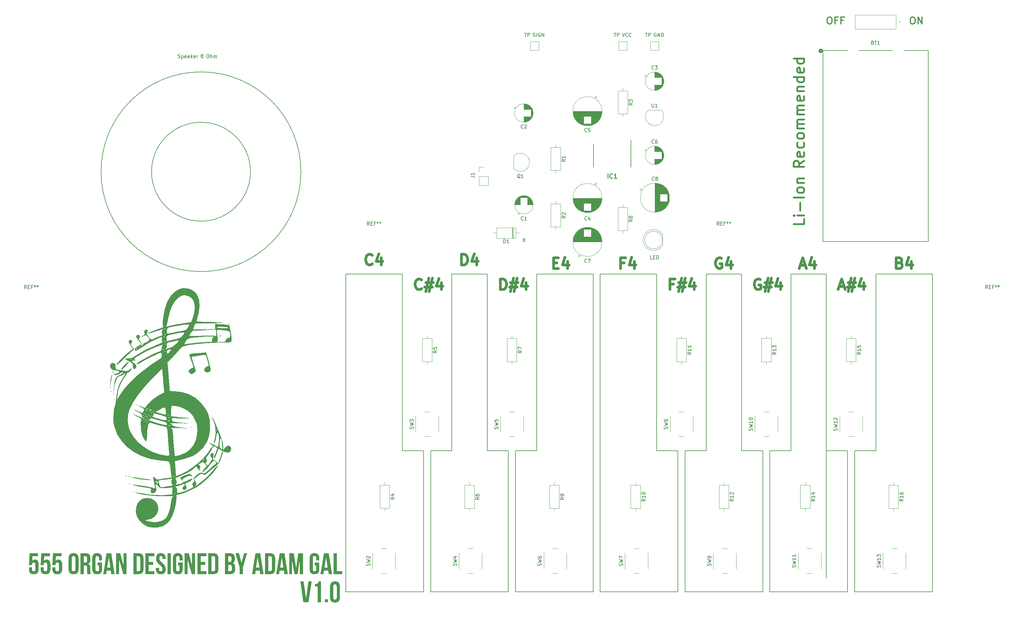
<source format=gbr>
%TF.GenerationSoftware,KiCad,Pcbnew,(7.0.0)*%
%TF.CreationDate,2023-06-26T15:27:43+02:00*%
%TF.ProjectId,Prj_3_Piano,50726a5f-335f-4506-9961-6e6f2e6b6963,v1.0*%
%TF.SameCoordinates,Original*%
%TF.FileFunction,Legend,Top*%
%TF.FilePolarity,Positive*%
%FSLAX46Y46*%
G04 Gerber Fmt 4.6, Leading zero omitted, Abs format (unit mm)*
G04 Created by KiCad (PCBNEW (7.0.0)) date 2023-06-26 15:27:43*
%MOMM*%
%LPD*%
G01*
G04 APERTURE LIST*
%ADD10C,0.150000*%
%ADD11C,0.300000*%
%ADD12C,0.750000*%
%ADD13C,1.000000*%
%ADD14C,0.500000*%
%ADD15C,0.254000*%
%ADD16C,0.120000*%
%ADD17C,0.200000*%
%ADD18C,0.152400*%
%ADD19C,0.508000*%
%ADD20C,0.100000*%
G04 APERTURE END LIST*
D10*
X283000000Y-241000000D02*
X299000000Y-241000000D01*
X365000000Y-291000000D02*
X371000000Y-291000000D01*
X275000000Y-331000000D02*
X253000000Y-331000000D01*
X325000000Y-291000000D02*
X331000000Y-291000000D01*
X349000000Y-331000000D02*
X349000000Y-291000000D01*
X373000000Y-331000000D02*
X373000000Y-291000000D01*
X301000000Y-331000000D02*
X301000000Y-241000000D01*
X355000000Y-241000000D02*
X365000000Y-241000000D01*
X299000000Y-241000000D02*
X299000000Y-331000000D01*
X229000000Y-241000000D02*
X229000000Y-331000000D01*
X283000000Y-291000000D02*
X283000000Y-241000000D01*
X202000000Y-212000000D02*
G75*
G03*
X202000000Y-212000000I-14000000J0D01*
G01*
X317000000Y-291000000D02*
X323000000Y-291000000D01*
X277000000Y-331000000D02*
X277000000Y-291000000D01*
X379000000Y-241000000D02*
X395000000Y-241000000D01*
X259000000Y-291000000D02*
X259000000Y-241000000D01*
X349000000Y-291000000D02*
X355000000Y-291000000D01*
X323000000Y-291000000D02*
X323000000Y-331000000D01*
X355000000Y-291000000D02*
X355000000Y-241000000D01*
X299000000Y-331000000D02*
X277000000Y-331000000D01*
X325000000Y-331000000D02*
X325000000Y-291000000D01*
X395000000Y-241000000D02*
X395000000Y-331000000D01*
X317000000Y-241000000D02*
X317000000Y-291000000D01*
X216284271Y-212000000D02*
G75*
G03*
X216284271Y-212000000I-28284271J0D01*
G01*
X331000000Y-291000000D02*
X331000000Y-241000000D01*
X371000000Y-331000000D02*
X349000000Y-331000000D01*
X395000000Y-331000000D02*
X373000000Y-331000000D01*
X365000000Y-241000000D02*
X365000000Y-327000000D01*
X301000000Y-241000000D02*
X317000000Y-241000000D01*
X253000000Y-331000000D02*
X253000000Y-291000000D01*
X347000000Y-331000000D02*
X325000000Y-331000000D01*
X323000000Y-331000000D02*
X301000000Y-331000000D01*
X275000000Y-291000000D02*
X275000000Y-331000000D01*
X379000000Y-291000000D02*
X379000000Y-241000000D01*
X341000000Y-291000000D02*
X347000000Y-291000000D01*
X269000000Y-291000000D02*
X275000000Y-291000000D01*
X229000000Y-331000000D02*
X251000000Y-331000000D01*
X347000000Y-291000000D02*
X347000000Y-331000000D01*
X245000000Y-291000000D02*
X245000000Y-241000000D01*
X251000000Y-331000000D02*
X251000000Y-291000000D01*
X331000000Y-241000000D02*
X341000000Y-241000000D01*
X371000000Y-291000000D02*
X371000000Y-325000000D01*
X259000000Y-241000000D02*
X269000000Y-241000000D01*
X373000000Y-291000000D02*
X379000000Y-291000000D01*
X245000000Y-241000000D02*
X229000000Y-241000000D01*
X277000000Y-291000000D02*
X283000000Y-291000000D01*
X269000000Y-241000000D02*
X269000000Y-291000000D01*
X251000000Y-291000000D02*
X245000000Y-291000000D01*
X341000000Y-241000000D02*
X341000000Y-291000000D01*
X253000000Y-291000000D02*
X259000000Y-291000000D01*
X371000000Y-325000000D02*
X371000000Y-331000000D01*
D11*
X389236342Y-168143861D02*
X389617295Y-168143861D01*
X389617295Y-168143861D02*
X389807771Y-168239100D01*
X389807771Y-168239100D02*
X389998247Y-168429576D01*
X389998247Y-168429576D02*
X390093485Y-168810528D01*
X390093485Y-168810528D02*
X390093485Y-169477195D01*
X390093485Y-169477195D02*
X389998247Y-169858147D01*
X389998247Y-169858147D02*
X389807771Y-170048623D01*
X389807771Y-170048623D02*
X389617295Y-170143861D01*
X389617295Y-170143861D02*
X389236342Y-170143861D01*
X389236342Y-170143861D02*
X389045866Y-170048623D01*
X389045866Y-170048623D02*
X388855390Y-169858147D01*
X388855390Y-169858147D02*
X388760152Y-169477195D01*
X388760152Y-169477195D02*
X388760152Y-168810528D01*
X388760152Y-168810528D02*
X388855390Y-168429576D01*
X388855390Y-168429576D02*
X389045866Y-168239100D01*
X389045866Y-168239100D02*
X389236342Y-168143861D01*
X390950628Y-170143861D02*
X390950628Y-168143861D01*
X390950628Y-168143861D02*
X392093485Y-170143861D01*
X392093485Y-170143861D02*
X392093485Y-168143861D01*
D12*
X307714285Y-237775714D02*
X306714285Y-237775714D01*
X306714285Y-239347142D02*
X306714285Y-236347142D01*
X306714285Y-236347142D02*
X308142857Y-236347142D01*
X310571429Y-237347142D02*
X310571429Y-239347142D01*
X309857143Y-236204285D02*
X309142857Y-238347142D01*
X309142857Y-238347142D02*
X311000000Y-238347142D01*
X368571428Y-244490000D02*
X370000000Y-244490000D01*
X368285714Y-245347142D02*
X369285714Y-242347142D01*
X369285714Y-242347142D02*
X370285714Y-245347142D01*
X371142857Y-243347142D02*
X373285714Y-243347142D01*
X372000000Y-242061428D02*
X371142857Y-245918571D01*
X373000000Y-244632857D02*
X370857143Y-244632857D01*
X372142857Y-245918571D02*
X373000000Y-242061428D01*
X375571429Y-243347142D02*
X375571429Y-245347142D01*
X374857143Y-242204285D02*
X374142857Y-244347142D01*
X374142857Y-244347142D02*
X376000000Y-244347142D01*
D13*
G36*
X217739497Y-332904354D02*
G01*
X218447313Y-328071277D01*
X219300209Y-328071277D01*
X218388695Y-333980000D01*
X217003838Y-333980000D01*
X216092323Y-328071277D01*
X217030216Y-328071277D01*
X217739497Y-332904354D01*
G37*
G36*
X220287927Y-328821591D02*
G01*
X220353827Y-328820675D01*
X220416704Y-328817927D01*
X220476559Y-328813347D01*
X220547127Y-328805047D01*
X220612972Y-328793884D01*
X220674095Y-328779859D01*
X220730495Y-328762972D01*
X220793573Y-328738947D01*
X220852013Y-328711933D01*
X220905817Y-328681931D01*
X220954985Y-328648941D01*
X221006486Y-328606676D01*
X221013328Y-328600307D01*
X221059380Y-328553814D01*
X221101364Y-328504096D01*
X221139282Y-328451152D01*
X221173132Y-328394982D01*
X221190648Y-328361437D01*
X221219369Y-328300970D01*
X221246548Y-328238820D01*
X221268615Y-328184208D01*
X221289550Y-328128361D01*
X221309351Y-328071277D01*
X221933635Y-328071277D01*
X221933635Y-333980000D01*
X221006001Y-333980000D01*
X221006001Y-329478115D01*
X220287927Y-329478115D01*
X220287927Y-328821591D01*
G37*
G36*
X223932519Y-333135896D02*
G01*
X223932519Y-333980000D01*
X223037124Y-333980000D01*
X223037124Y-333135896D01*
X223932519Y-333135896D01*
G37*
G36*
X226014223Y-328025876D02*
G01*
X226095991Y-328030358D01*
X226175240Y-328037829D01*
X226251971Y-328048287D01*
X226326183Y-328061734D01*
X226397875Y-328078169D01*
X226467050Y-328097592D01*
X226533705Y-328120003D01*
X226597842Y-328145402D01*
X226659460Y-328173790D01*
X226718559Y-328205166D01*
X226775139Y-328239529D01*
X226829201Y-328276881D01*
X226880744Y-328317221D01*
X226929768Y-328360550D01*
X226976273Y-328406866D01*
X227020283Y-328455787D01*
X227061453Y-328507296D01*
X227099784Y-328561392D01*
X227135275Y-328618075D01*
X227167927Y-328677346D01*
X227197740Y-328739204D01*
X227224714Y-328803650D01*
X227248848Y-328870683D01*
X227270143Y-328940304D01*
X227288599Y-329012512D01*
X227304215Y-329087308D01*
X227316992Y-329164691D01*
X227326929Y-329244661D01*
X227334028Y-329327219D01*
X227338287Y-329412364D01*
X227339706Y-329500097D01*
X227339706Y-332551179D01*
X227338287Y-332638917D01*
X227334028Y-332724080D01*
X227326929Y-332806666D01*
X227316992Y-332886677D01*
X227304215Y-332964111D01*
X227288599Y-333038970D01*
X227270143Y-333111252D01*
X227248848Y-333180959D01*
X227224714Y-333248090D01*
X227197740Y-333312644D01*
X227167927Y-333374623D01*
X227135275Y-333434025D01*
X227099784Y-333490852D01*
X227061453Y-333545102D01*
X227020283Y-333596777D01*
X226976273Y-333645875D01*
X226929768Y-333692014D01*
X226880744Y-333735177D01*
X226829201Y-333775362D01*
X226775139Y-333812571D01*
X226718559Y-333846803D01*
X226659460Y-333878059D01*
X226597842Y-333906337D01*
X226533705Y-333931639D01*
X226467050Y-333953965D01*
X226397875Y-333973313D01*
X226326183Y-333989685D01*
X226251971Y-334003080D01*
X226175240Y-334013499D01*
X226095991Y-334020941D01*
X226014223Y-334025406D01*
X225929937Y-334026894D01*
X225845822Y-334025406D01*
X225764203Y-334020941D01*
X225685079Y-334013499D01*
X225608452Y-334003080D01*
X225534321Y-333989685D01*
X225462685Y-333973313D01*
X225393545Y-333953965D01*
X225326901Y-333931639D01*
X225262753Y-333906337D01*
X225201101Y-333878059D01*
X225141944Y-333846803D01*
X225085284Y-333812571D01*
X225031119Y-333775362D01*
X224979450Y-333735177D01*
X224930277Y-333692014D01*
X224883600Y-333645875D01*
X224839768Y-333596777D01*
X224798764Y-333545102D01*
X224760588Y-333490852D01*
X224725239Y-333434025D01*
X224692719Y-333374623D01*
X224663026Y-333312644D01*
X224636161Y-333248090D01*
X224612124Y-333180959D01*
X224590915Y-333111252D01*
X224572534Y-333038970D01*
X224556981Y-332964111D01*
X224544255Y-332886677D01*
X224534358Y-332806666D01*
X224527288Y-332724080D01*
X224523046Y-332638917D01*
X224522506Y-332605401D01*
X225449267Y-332605401D01*
X225451305Y-332681971D01*
X225457418Y-332752679D01*
X225467608Y-332817526D01*
X225481873Y-332876510D01*
X225505436Y-332941998D01*
X225535368Y-332998326D01*
X225571668Y-333045496D01*
X225579692Y-333053831D01*
X225632191Y-333097657D01*
X225690770Y-333132416D01*
X225755427Y-333158107D01*
X225813952Y-333172590D01*
X225876699Y-333180776D01*
X225929937Y-333182791D01*
X225996448Y-333179642D01*
X226058594Y-333170197D01*
X226116375Y-333154455D01*
X226179950Y-333127252D01*
X226237240Y-333090982D01*
X226280181Y-333053831D01*
X226318177Y-333008493D01*
X226349733Y-332953996D01*
X226374849Y-332890341D01*
X226390305Y-332832821D01*
X226401639Y-332769440D01*
X226408852Y-332700198D01*
X226411943Y-332625093D01*
X226412072Y-332605401D01*
X226412072Y-329445875D01*
X226410011Y-329369328D01*
X226403829Y-329298688D01*
X226393525Y-329233956D01*
X226379099Y-329175132D01*
X226355271Y-329109909D01*
X226325003Y-329053917D01*
X226288295Y-329007156D01*
X226280181Y-328998911D01*
X226228129Y-328954587D01*
X226169791Y-328919433D01*
X226105168Y-328893449D01*
X226046514Y-328878802D01*
X225983495Y-328870523D01*
X225929937Y-328868485D01*
X225863812Y-328871669D01*
X225801910Y-328881222D01*
X225744229Y-328897143D01*
X225680584Y-328924655D01*
X225623019Y-328961337D01*
X225579692Y-328998911D01*
X225535368Y-329053917D01*
X225505436Y-329109909D01*
X225481873Y-329175132D01*
X225467608Y-329233956D01*
X225457418Y-329298688D01*
X225451305Y-329369328D01*
X225449267Y-329445875D01*
X225449267Y-332605401D01*
X224522506Y-332605401D01*
X224521632Y-332551179D01*
X224521632Y-329500097D01*
X224523046Y-329412364D01*
X224527288Y-329327219D01*
X224534358Y-329244661D01*
X224544255Y-329164691D01*
X224556981Y-329087308D01*
X224572534Y-329012512D01*
X224590915Y-328940304D01*
X224612124Y-328870683D01*
X224636161Y-328803650D01*
X224663026Y-328739204D01*
X224692719Y-328677346D01*
X224725239Y-328618075D01*
X224760588Y-328561392D01*
X224798764Y-328507296D01*
X224839768Y-328455787D01*
X224883600Y-328406866D01*
X224930277Y-328360550D01*
X224979450Y-328317221D01*
X225031119Y-328276881D01*
X225085284Y-328239529D01*
X225141944Y-328205166D01*
X225201101Y-328173790D01*
X225262753Y-328145402D01*
X225326901Y-328120003D01*
X225393545Y-328097592D01*
X225462685Y-328078169D01*
X225534321Y-328061734D01*
X225608452Y-328048287D01*
X225685079Y-328037829D01*
X225764203Y-328030358D01*
X225845822Y-328025876D01*
X225929937Y-328024382D01*
X226014223Y-328025876D01*
G37*
D12*
X321714285Y-243775714D02*
X320714285Y-243775714D01*
X320714285Y-245347142D02*
X320714285Y-242347142D01*
X320714285Y-242347142D02*
X322142857Y-242347142D01*
X323142857Y-243347142D02*
X325285714Y-243347142D01*
X324000000Y-242061428D02*
X323142857Y-245918571D01*
X325000000Y-244632857D02*
X322857143Y-244632857D01*
X324142857Y-245918571D02*
X325000000Y-242061428D01*
X327571429Y-243347142D02*
X327571429Y-245347142D01*
X326857143Y-242204285D02*
X326142857Y-244347142D01*
X326142857Y-244347142D02*
X328000000Y-244347142D01*
X236428571Y-238061428D02*
X236285714Y-238204285D01*
X236285714Y-238204285D02*
X235857142Y-238347142D01*
X235857142Y-238347142D02*
X235571428Y-238347142D01*
X235571428Y-238347142D02*
X235142857Y-238204285D01*
X235142857Y-238204285D02*
X234857142Y-237918571D01*
X234857142Y-237918571D02*
X234714285Y-237632857D01*
X234714285Y-237632857D02*
X234571428Y-237061428D01*
X234571428Y-237061428D02*
X234571428Y-236632857D01*
X234571428Y-236632857D02*
X234714285Y-236061428D01*
X234714285Y-236061428D02*
X234857142Y-235775714D01*
X234857142Y-235775714D02*
X235142857Y-235490000D01*
X235142857Y-235490000D02*
X235571428Y-235347142D01*
X235571428Y-235347142D02*
X235857142Y-235347142D01*
X235857142Y-235347142D02*
X236285714Y-235490000D01*
X236285714Y-235490000D02*
X236428571Y-235632857D01*
X239000000Y-236347142D02*
X239000000Y-238347142D01*
X238285714Y-235204285D02*
X237571428Y-237347142D01*
X237571428Y-237347142D02*
X239428571Y-237347142D01*
D11*
X365712532Y-168143861D02*
X366093485Y-168143861D01*
X366093485Y-168143861D02*
X366283961Y-168239100D01*
X366283961Y-168239100D02*
X366474437Y-168429576D01*
X366474437Y-168429576D02*
X366569675Y-168810528D01*
X366569675Y-168810528D02*
X366569675Y-169477195D01*
X366569675Y-169477195D02*
X366474437Y-169858147D01*
X366474437Y-169858147D02*
X366283961Y-170048623D01*
X366283961Y-170048623D02*
X366093485Y-170143861D01*
X366093485Y-170143861D02*
X365712532Y-170143861D01*
X365712532Y-170143861D02*
X365522056Y-170048623D01*
X365522056Y-170048623D02*
X365331580Y-169858147D01*
X365331580Y-169858147D02*
X365236342Y-169477195D01*
X365236342Y-169477195D02*
X365236342Y-168810528D01*
X365236342Y-168810528D02*
X365331580Y-168429576D01*
X365331580Y-168429576D02*
X365522056Y-168239100D01*
X365522056Y-168239100D02*
X365712532Y-168143861D01*
X368093485Y-169096242D02*
X367426818Y-169096242D01*
X367426818Y-170143861D02*
X367426818Y-168143861D01*
X367426818Y-168143861D02*
X368379199Y-168143861D01*
X369807771Y-169096242D02*
X369141104Y-169096242D01*
X369141104Y-170143861D02*
X369141104Y-168143861D01*
X369141104Y-168143861D02*
X370093485Y-168143861D01*
D10*
X181519047Y-179734761D02*
X181661904Y-179782380D01*
X181661904Y-179782380D02*
X181899999Y-179782380D01*
X181899999Y-179782380D02*
X181995237Y-179734761D01*
X181995237Y-179734761D02*
X182042856Y-179687142D01*
X182042856Y-179687142D02*
X182090475Y-179591904D01*
X182090475Y-179591904D02*
X182090475Y-179496666D01*
X182090475Y-179496666D02*
X182042856Y-179401428D01*
X182042856Y-179401428D02*
X181995237Y-179353809D01*
X181995237Y-179353809D02*
X181899999Y-179306190D01*
X181899999Y-179306190D02*
X181709523Y-179258571D01*
X181709523Y-179258571D02*
X181614285Y-179210952D01*
X181614285Y-179210952D02*
X181566666Y-179163333D01*
X181566666Y-179163333D02*
X181519047Y-179068095D01*
X181519047Y-179068095D02*
X181519047Y-178972857D01*
X181519047Y-178972857D02*
X181566666Y-178877619D01*
X181566666Y-178877619D02*
X181614285Y-178830000D01*
X181614285Y-178830000D02*
X181709523Y-178782380D01*
X181709523Y-178782380D02*
X181947618Y-178782380D01*
X181947618Y-178782380D02*
X182090475Y-178830000D01*
X182519047Y-179115714D02*
X182519047Y-180115714D01*
X182519047Y-179163333D02*
X182614285Y-179115714D01*
X182614285Y-179115714D02*
X182804761Y-179115714D01*
X182804761Y-179115714D02*
X182899999Y-179163333D01*
X182899999Y-179163333D02*
X182947618Y-179210952D01*
X182947618Y-179210952D02*
X182995237Y-179306190D01*
X182995237Y-179306190D02*
X182995237Y-179591904D01*
X182995237Y-179591904D02*
X182947618Y-179687142D01*
X182947618Y-179687142D02*
X182899999Y-179734761D01*
X182899999Y-179734761D02*
X182804761Y-179782380D01*
X182804761Y-179782380D02*
X182614285Y-179782380D01*
X182614285Y-179782380D02*
X182519047Y-179734761D01*
X183804761Y-179734761D02*
X183709523Y-179782380D01*
X183709523Y-179782380D02*
X183519047Y-179782380D01*
X183519047Y-179782380D02*
X183423809Y-179734761D01*
X183423809Y-179734761D02*
X183376190Y-179639523D01*
X183376190Y-179639523D02*
X183376190Y-179258571D01*
X183376190Y-179258571D02*
X183423809Y-179163333D01*
X183423809Y-179163333D02*
X183519047Y-179115714D01*
X183519047Y-179115714D02*
X183709523Y-179115714D01*
X183709523Y-179115714D02*
X183804761Y-179163333D01*
X183804761Y-179163333D02*
X183852380Y-179258571D01*
X183852380Y-179258571D02*
X183852380Y-179353809D01*
X183852380Y-179353809D02*
X183376190Y-179449047D01*
X184709523Y-179782380D02*
X184709523Y-179258571D01*
X184709523Y-179258571D02*
X184661904Y-179163333D01*
X184661904Y-179163333D02*
X184566666Y-179115714D01*
X184566666Y-179115714D02*
X184376190Y-179115714D01*
X184376190Y-179115714D02*
X184280952Y-179163333D01*
X184709523Y-179734761D02*
X184614285Y-179782380D01*
X184614285Y-179782380D02*
X184376190Y-179782380D01*
X184376190Y-179782380D02*
X184280952Y-179734761D01*
X184280952Y-179734761D02*
X184233333Y-179639523D01*
X184233333Y-179639523D02*
X184233333Y-179544285D01*
X184233333Y-179544285D02*
X184280952Y-179449047D01*
X184280952Y-179449047D02*
X184376190Y-179401428D01*
X184376190Y-179401428D02*
X184614285Y-179401428D01*
X184614285Y-179401428D02*
X184709523Y-179353809D01*
X185185714Y-179782380D02*
X185185714Y-178782380D01*
X185280952Y-179401428D02*
X185566666Y-179782380D01*
X185566666Y-179115714D02*
X185185714Y-179496666D01*
X186376190Y-179734761D02*
X186280952Y-179782380D01*
X186280952Y-179782380D02*
X186090476Y-179782380D01*
X186090476Y-179782380D02*
X185995238Y-179734761D01*
X185995238Y-179734761D02*
X185947619Y-179639523D01*
X185947619Y-179639523D02*
X185947619Y-179258571D01*
X185947619Y-179258571D02*
X185995238Y-179163333D01*
X185995238Y-179163333D02*
X186090476Y-179115714D01*
X186090476Y-179115714D02*
X186280952Y-179115714D01*
X186280952Y-179115714D02*
X186376190Y-179163333D01*
X186376190Y-179163333D02*
X186423809Y-179258571D01*
X186423809Y-179258571D02*
X186423809Y-179353809D01*
X186423809Y-179353809D02*
X185947619Y-179449047D01*
X186852381Y-179782380D02*
X186852381Y-179115714D01*
X186852381Y-179306190D02*
X186900000Y-179210952D01*
X186900000Y-179210952D02*
X186947619Y-179163333D01*
X186947619Y-179163333D02*
X187042857Y-179115714D01*
X187042857Y-179115714D02*
X187138095Y-179115714D01*
X188214286Y-179210952D02*
X188119048Y-179163333D01*
X188119048Y-179163333D02*
X188071429Y-179115714D01*
X188071429Y-179115714D02*
X188023810Y-179020476D01*
X188023810Y-179020476D02*
X188023810Y-178972857D01*
X188023810Y-178972857D02*
X188071429Y-178877619D01*
X188071429Y-178877619D02*
X188119048Y-178830000D01*
X188119048Y-178830000D02*
X188214286Y-178782380D01*
X188214286Y-178782380D02*
X188404762Y-178782380D01*
X188404762Y-178782380D02*
X188500000Y-178830000D01*
X188500000Y-178830000D02*
X188547619Y-178877619D01*
X188547619Y-178877619D02*
X188595238Y-178972857D01*
X188595238Y-178972857D02*
X188595238Y-179020476D01*
X188595238Y-179020476D02*
X188547619Y-179115714D01*
X188547619Y-179115714D02*
X188500000Y-179163333D01*
X188500000Y-179163333D02*
X188404762Y-179210952D01*
X188404762Y-179210952D02*
X188214286Y-179210952D01*
X188214286Y-179210952D02*
X188119048Y-179258571D01*
X188119048Y-179258571D02*
X188071429Y-179306190D01*
X188071429Y-179306190D02*
X188023810Y-179401428D01*
X188023810Y-179401428D02*
X188023810Y-179591904D01*
X188023810Y-179591904D02*
X188071429Y-179687142D01*
X188071429Y-179687142D02*
X188119048Y-179734761D01*
X188119048Y-179734761D02*
X188214286Y-179782380D01*
X188214286Y-179782380D02*
X188404762Y-179782380D01*
X188404762Y-179782380D02*
X188500000Y-179734761D01*
X188500000Y-179734761D02*
X188547619Y-179687142D01*
X188547619Y-179687142D02*
X188595238Y-179591904D01*
X188595238Y-179591904D02*
X188595238Y-179401428D01*
X188595238Y-179401428D02*
X188547619Y-179306190D01*
X188547619Y-179306190D02*
X188500000Y-179258571D01*
X188500000Y-179258571D02*
X188404762Y-179210952D01*
X189814286Y-178782380D02*
X190004762Y-178782380D01*
X190004762Y-178782380D02*
X190100000Y-178830000D01*
X190100000Y-178830000D02*
X190195238Y-178925238D01*
X190195238Y-178925238D02*
X190242857Y-179115714D01*
X190242857Y-179115714D02*
X190242857Y-179449047D01*
X190242857Y-179449047D02*
X190195238Y-179639523D01*
X190195238Y-179639523D02*
X190100000Y-179734761D01*
X190100000Y-179734761D02*
X190004762Y-179782380D01*
X190004762Y-179782380D02*
X189814286Y-179782380D01*
X189814286Y-179782380D02*
X189719048Y-179734761D01*
X189719048Y-179734761D02*
X189623810Y-179639523D01*
X189623810Y-179639523D02*
X189576191Y-179449047D01*
X189576191Y-179449047D02*
X189576191Y-179115714D01*
X189576191Y-179115714D02*
X189623810Y-178925238D01*
X189623810Y-178925238D02*
X189719048Y-178830000D01*
X189719048Y-178830000D02*
X189814286Y-178782380D01*
X190671429Y-179782380D02*
X190671429Y-178782380D01*
X191100000Y-179782380D02*
X191100000Y-179258571D01*
X191100000Y-179258571D02*
X191052381Y-179163333D01*
X191052381Y-179163333D02*
X190957143Y-179115714D01*
X190957143Y-179115714D02*
X190814286Y-179115714D01*
X190814286Y-179115714D02*
X190719048Y-179163333D01*
X190719048Y-179163333D02*
X190671429Y-179210952D01*
X191576191Y-179782380D02*
X191576191Y-179115714D01*
X191576191Y-179210952D02*
X191623810Y-179163333D01*
X191623810Y-179163333D02*
X191719048Y-179115714D01*
X191719048Y-179115714D02*
X191861905Y-179115714D01*
X191861905Y-179115714D02*
X191957143Y-179163333D01*
X191957143Y-179163333D02*
X192004762Y-179258571D01*
X192004762Y-179258571D02*
X192004762Y-179782380D01*
X192004762Y-179258571D02*
X192052381Y-179163333D01*
X192052381Y-179163333D02*
X192147619Y-179115714D01*
X192147619Y-179115714D02*
X192290476Y-179115714D01*
X192290476Y-179115714D02*
X192385715Y-179163333D01*
X192385715Y-179163333D02*
X192433334Y-179258571D01*
X192433334Y-179258571D02*
X192433334Y-179782380D01*
D12*
X385714285Y-237775714D02*
X386142857Y-237918571D01*
X386142857Y-237918571D02*
X386285714Y-238061428D01*
X386285714Y-238061428D02*
X386428571Y-238347142D01*
X386428571Y-238347142D02*
X386428571Y-238775714D01*
X386428571Y-238775714D02*
X386285714Y-239061428D01*
X386285714Y-239061428D02*
X386142857Y-239204285D01*
X386142857Y-239204285D02*
X385857142Y-239347142D01*
X385857142Y-239347142D02*
X384714285Y-239347142D01*
X384714285Y-239347142D02*
X384714285Y-236347142D01*
X384714285Y-236347142D02*
X385714285Y-236347142D01*
X385714285Y-236347142D02*
X386000000Y-236490000D01*
X386000000Y-236490000D02*
X386142857Y-236632857D01*
X386142857Y-236632857D02*
X386285714Y-236918571D01*
X386285714Y-236918571D02*
X386285714Y-237204285D01*
X386285714Y-237204285D02*
X386142857Y-237490000D01*
X386142857Y-237490000D02*
X386000000Y-237632857D01*
X386000000Y-237632857D02*
X385714285Y-237775714D01*
X385714285Y-237775714D02*
X384714285Y-237775714D01*
X389000000Y-237347142D02*
X389000000Y-239347142D01*
X388285714Y-236204285D02*
X387571428Y-238347142D01*
X387571428Y-238347142D02*
X389428571Y-238347142D01*
D13*
G36*
X140173831Y-324048527D02*
G01*
X140173831Y-324602470D01*
X140174977Y-324661482D01*
X140180072Y-324734835D01*
X140189242Y-324802097D01*
X140202489Y-324863268D01*
X140224778Y-324931167D01*
X140253436Y-324989549D01*
X140288463Y-325038415D01*
X140304256Y-325055296D01*
X140356309Y-325098624D01*
X140414646Y-325132988D01*
X140479270Y-325158388D01*
X140537924Y-325172706D01*
X140600943Y-325180799D01*
X140654501Y-325182791D01*
X140721011Y-325179678D01*
X140783157Y-325170340D01*
X140840938Y-325154777D01*
X140904514Y-325127883D01*
X140961804Y-325092026D01*
X141004745Y-325055296D01*
X141042319Y-325010238D01*
X141073524Y-324955662D01*
X141098361Y-324891570D01*
X141113645Y-324833444D01*
X141124854Y-324769227D01*
X141131986Y-324698920D01*
X141135043Y-324622521D01*
X141135170Y-324602470D01*
X141135170Y-323286489D01*
X141134024Y-323227452D01*
X141128929Y-323153984D01*
X141119759Y-323086516D01*
X141106512Y-323025047D01*
X141084223Y-322956647D01*
X141055565Y-322897621D01*
X141020539Y-322847969D01*
X141004745Y-322830732D01*
X140952692Y-322785412D01*
X140894355Y-322749468D01*
X140829731Y-322722901D01*
X140771077Y-322707924D01*
X140708058Y-322699459D01*
X140654501Y-322697376D01*
X140587990Y-322700631D01*
X140525844Y-322710399D01*
X140468063Y-322726678D01*
X140404487Y-322754808D01*
X140347197Y-322792314D01*
X140304256Y-322830732D01*
X140266682Y-322876671D01*
X140235477Y-322932055D01*
X140210640Y-322996884D01*
X140195356Y-323055548D01*
X140184147Y-323120257D01*
X140177015Y-323191011D01*
X140173958Y-323267811D01*
X140173831Y-323287955D01*
X140173831Y-323468206D01*
X139296022Y-323468206D01*
X139464549Y-320071277D01*
X141911863Y-320071277D01*
X141911863Y-320915380D01*
X140299860Y-320915380D01*
X140223656Y-322288513D01*
X140257562Y-322235808D01*
X140293700Y-322186504D01*
X140332071Y-322140599D01*
X140372675Y-322098095D01*
X140437766Y-322040715D01*
X140507880Y-321990985D01*
X140583018Y-321948906D01*
X140663179Y-321914478D01*
X140719410Y-321895776D01*
X140777874Y-321880475D01*
X140838570Y-321868574D01*
X140901499Y-321860073D01*
X140966660Y-321854973D01*
X141034054Y-321853272D01*
X141097521Y-321854635D01*
X141158961Y-321858722D01*
X141218375Y-321865534D01*
X141303697Y-321880861D01*
X141384458Y-321902319D01*
X141460661Y-321929908D01*
X141532304Y-321963628D01*
X141599387Y-322003479D01*
X141661911Y-322049460D01*
X141719875Y-322101573D01*
X141773280Y-322159816D01*
X141806350Y-322202051D01*
X141852443Y-322269929D01*
X141894002Y-322343319D01*
X141931028Y-322422222D01*
X141953193Y-322477886D01*
X141973343Y-322536001D01*
X141991478Y-322596565D01*
X142007598Y-322659580D01*
X142021703Y-322725045D01*
X142033793Y-322792959D01*
X142043868Y-322863324D01*
X142051928Y-322936139D01*
X142057973Y-323011404D01*
X142062003Y-323089119D01*
X142064018Y-323169284D01*
X142064270Y-323210286D01*
X142064270Y-324533593D01*
X142062902Y-324622414D01*
X142058798Y-324708624D01*
X142051957Y-324792224D01*
X142042380Y-324873213D01*
X142030067Y-324951592D01*
X142015017Y-325027361D01*
X141997231Y-325100519D01*
X141976709Y-325171067D01*
X141953451Y-325239005D01*
X141927456Y-325304332D01*
X141898725Y-325367049D01*
X141867258Y-325427156D01*
X141833054Y-325484652D01*
X141796115Y-325539538D01*
X141756438Y-325591814D01*
X141714026Y-325641479D01*
X141668940Y-325688150D01*
X141621244Y-325731811D01*
X141570938Y-325772460D01*
X141518021Y-325810098D01*
X141462494Y-325844725D01*
X141404357Y-325876341D01*
X141343609Y-325904946D01*
X141280251Y-325930540D01*
X141214282Y-325953123D01*
X141145703Y-325972695D01*
X141074514Y-325989256D01*
X141000715Y-326002806D01*
X140924305Y-326013344D01*
X140845285Y-326020872D01*
X140763654Y-326025389D01*
X140679413Y-326026894D01*
X140595350Y-326025394D01*
X140513885Y-326020895D01*
X140435020Y-326013396D01*
X140358753Y-326002897D01*
X140285085Y-325989399D01*
X140214016Y-325972901D01*
X140145546Y-325953404D01*
X140079675Y-325930907D01*
X140016403Y-325905410D01*
X139955729Y-325876914D01*
X139897655Y-325845418D01*
X139842179Y-325810922D01*
X139789303Y-325773427D01*
X139739025Y-325732933D01*
X139691346Y-325689438D01*
X139646266Y-325642944D01*
X139603854Y-325593468D01*
X139564178Y-325541393D01*
X139527238Y-325486719D01*
X139493034Y-325429446D01*
X139461567Y-325369574D01*
X139432836Y-325307103D01*
X139406841Y-325242033D01*
X139383583Y-325174364D01*
X139363061Y-325104097D01*
X139345275Y-325031231D01*
X139330225Y-324955765D01*
X139317912Y-324877701D01*
X139308335Y-324797038D01*
X139301494Y-324713776D01*
X139297390Y-324627915D01*
X139296022Y-324539455D01*
X139296022Y-324048527D01*
X140173831Y-324048527D01*
G37*
G36*
X143497487Y-324048527D02*
G01*
X143497487Y-324602470D01*
X143498634Y-324661482D01*
X143503728Y-324734835D01*
X143512899Y-324802097D01*
X143526145Y-324863268D01*
X143548435Y-324931167D01*
X143577093Y-324989549D01*
X143612119Y-325038415D01*
X143627913Y-325055296D01*
X143679965Y-325098624D01*
X143738303Y-325132988D01*
X143802926Y-325158388D01*
X143861580Y-325172706D01*
X143924599Y-325180799D01*
X143978157Y-325182791D01*
X144044668Y-325179678D01*
X144106814Y-325170340D01*
X144164595Y-325154777D01*
X144228171Y-325127883D01*
X144285461Y-325092026D01*
X144328401Y-325055296D01*
X144365975Y-325010238D01*
X144397181Y-324955662D01*
X144422018Y-324891570D01*
X144437302Y-324833444D01*
X144448510Y-324769227D01*
X144455643Y-324698920D01*
X144458700Y-324622521D01*
X144458827Y-324602470D01*
X144458827Y-323286489D01*
X144457681Y-323227452D01*
X144452586Y-323153984D01*
X144443416Y-323086516D01*
X144430169Y-323025047D01*
X144407880Y-322956647D01*
X144379222Y-322897621D01*
X144344195Y-322847969D01*
X144328401Y-322830732D01*
X144276349Y-322785412D01*
X144218011Y-322749468D01*
X144153388Y-322722901D01*
X144094734Y-322707924D01*
X144031715Y-322699459D01*
X143978157Y-322697376D01*
X143911646Y-322700631D01*
X143849500Y-322710399D01*
X143791719Y-322726678D01*
X143728144Y-322754808D01*
X143670853Y-322792314D01*
X143627913Y-322830732D01*
X143590339Y-322876671D01*
X143559134Y-322932055D01*
X143534297Y-322996884D01*
X143519013Y-323055548D01*
X143507804Y-323120257D01*
X143500672Y-323191011D01*
X143497615Y-323267811D01*
X143497487Y-323287955D01*
X143497487Y-323468206D01*
X142619678Y-323468206D01*
X142788206Y-320071277D01*
X145235519Y-320071277D01*
X145235519Y-320915380D01*
X143623517Y-320915380D01*
X143547313Y-322288513D01*
X143581219Y-322235808D01*
X143617357Y-322186504D01*
X143655728Y-322140599D01*
X143696331Y-322098095D01*
X143761423Y-322040715D01*
X143831537Y-321990985D01*
X143906675Y-321948906D01*
X143986835Y-321914478D01*
X144043067Y-321895776D01*
X144101530Y-321880475D01*
X144162227Y-321868574D01*
X144225155Y-321860073D01*
X144290317Y-321854973D01*
X144357711Y-321853272D01*
X144421177Y-321854635D01*
X144482618Y-321858722D01*
X144542032Y-321865534D01*
X144627353Y-321880861D01*
X144708115Y-321902319D01*
X144784317Y-321929908D01*
X144855960Y-321963628D01*
X144923044Y-322003479D01*
X144985567Y-322049460D01*
X145043532Y-322101573D01*
X145096936Y-322159816D01*
X145130006Y-322202051D01*
X145176100Y-322269929D01*
X145217659Y-322343319D01*
X145254685Y-322422222D01*
X145276850Y-322477886D01*
X145297000Y-322536001D01*
X145315135Y-322596565D01*
X145331255Y-322659580D01*
X145345360Y-322725045D01*
X145357450Y-322792959D01*
X145367525Y-322863324D01*
X145375585Y-322936139D01*
X145381630Y-323011404D01*
X145385660Y-323089119D01*
X145387675Y-323169284D01*
X145387927Y-323210286D01*
X145387927Y-324533593D01*
X145386559Y-324622414D01*
X145382454Y-324708624D01*
X145375614Y-324792224D01*
X145366037Y-324873213D01*
X145353723Y-324951592D01*
X145338674Y-325027361D01*
X145320888Y-325100519D01*
X145300366Y-325171067D01*
X145277107Y-325239005D01*
X145251113Y-325304332D01*
X145222382Y-325367049D01*
X145190915Y-325427156D01*
X145156711Y-325484652D01*
X145119771Y-325539538D01*
X145080095Y-325591814D01*
X145037683Y-325641479D01*
X144992597Y-325688150D01*
X144944901Y-325731811D01*
X144894595Y-325772460D01*
X144841678Y-325810098D01*
X144786151Y-325844725D01*
X144728013Y-325876341D01*
X144667266Y-325904946D01*
X144603907Y-325930540D01*
X144537939Y-325953123D01*
X144469360Y-325972695D01*
X144398171Y-325989256D01*
X144324371Y-326002806D01*
X144247962Y-326013344D01*
X144168941Y-326020872D01*
X144087311Y-326025389D01*
X144003070Y-326026894D01*
X143919007Y-326025394D01*
X143837542Y-326020895D01*
X143758676Y-326013396D01*
X143682410Y-326002897D01*
X143608742Y-325989399D01*
X143537673Y-325972901D01*
X143469203Y-325953404D01*
X143403332Y-325930907D01*
X143340059Y-325905410D01*
X143279386Y-325876914D01*
X143221312Y-325845418D01*
X143165836Y-325810922D01*
X143112959Y-325773427D01*
X143062682Y-325732933D01*
X143015003Y-325689438D01*
X142969923Y-325642944D01*
X142927510Y-325593468D01*
X142887834Y-325541393D01*
X142850894Y-325486719D01*
X142816691Y-325429446D01*
X142785224Y-325369574D01*
X142756493Y-325307103D01*
X142730498Y-325242033D01*
X142707240Y-325174364D01*
X142686717Y-325104097D01*
X142668932Y-325031231D01*
X142653882Y-324955765D01*
X142641569Y-324877701D01*
X142631992Y-324797038D01*
X142625151Y-324713776D01*
X142621047Y-324627915D01*
X142619678Y-324539455D01*
X142619678Y-324048527D01*
X143497487Y-324048527D01*
G37*
G36*
X146821144Y-324048527D02*
G01*
X146821144Y-324602470D01*
X146822290Y-324661482D01*
X146827385Y-324734835D01*
X146836556Y-324802097D01*
X146849802Y-324863268D01*
X146872091Y-324931167D01*
X146900749Y-324989549D01*
X146935776Y-325038415D01*
X146951570Y-325055296D01*
X147003622Y-325098624D01*
X147061960Y-325132988D01*
X147126583Y-325158388D01*
X147185237Y-325172706D01*
X147248256Y-325180799D01*
X147301814Y-325182791D01*
X147368325Y-325179678D01*
X147430471Y-325170340D01*
X147488252Y-325154777D01*
X147551827Y-325127883D01*
X147609118Y-325092026D01*
X147652058Y-325055296D01*
X147689632Y-325010238D01*
X147720837Y-324955662D01*
X147745674Y-324891570D01*
X147760958Y-324833444D01*
X147772167Y-324769227D01*
X147779300Y-324698920D01*
X147782356Y-324622521D01*
X147782484Y-324602470D01*
X147782484Y-323286489D01*
X147781337Y-323227452D01*
X147776243Y-323153984D01*
X147767072Y-323086516D01*
X147753826Y-323025047D01*
X147731536Y-322956647D01*
X147702878Y-322897621D01*
X147667852Y-322847969D01*
X147652058Y-322830732D01*
X147600006Y-322785412D01*
X147541668Y-322749468D01*
X147477045Y-322722901D01*
X147418391Y-322707924D01*
X147355372Y-322699459D01*
X147301814Y-322697376D01*
X147235303Y-322700631D01*
X147173157Y-322710399D01*
X147115376Y-322726678D01*
X147051800Y-322754808D01*
X146994510Y-322792314D01*
X146951570Y-322830732D01*
X146913996Y-322876671D01*
X146882790Y-322932055D01*
X146857954Y-322996884D01*
X146842669Y-323055548D01*
X146831461Y-323120257D01*
X146824328Y-323191011D01*
X146821271Y-323267811D01*
X146821144Y-323287955D01*
X146821144Y-323468206D01*
X145943335Y-323468206D01*
X146111863Y-320071277D01*
X148559176Y-320071277D01*
X148559176Y-320915380D01*
X146947173Y-320915380D01*
X146870969Y-322288513D01*
X146904875Y-322235808D01*
X146941014Y-322186504D01*
X146979385Y-322140599D01*
X147019988Y-322098095D01*
X147085079Y-322040715D01*
X147155194Y-321990985D01*
X147230331Y-321948906D01*
X147310492Y-321914478D01*
X147366723Y-321895776D01*
X147425187Y-321880475D01*
X147485883Y-321868574D01*
X147548812Y-321860073D01*
X147613973Y-321854973D01*
X147681367Y-321853272D01*
X147744834Y-321854635D01*
X147806275Y-321858722D01*
X147865689Y-321865534D01*
X147951010Y-321880861D01*
X148031772Y-321902319D01*
X148107974Y-321929908D01*
X148179617Y-321963628D01*
X148246700Y-322003479D01*
X148309224Y-322049460D01*
X148367188Y-322101573D01*
X148420593Y-322159816D01*
X148453663Y-322202051D01*
X148499756Y-322269929D01*
X148541316Y-322343319D01*
X148578341Y-322422222D01*
X148600507Y-322477886D01*
X148620657Y-322536001D01*
X148638792Y-322596565D01*
X148654912Y-322659580D01*
X148669017Y-322725045D01*
X148681107Y-322792959D01*
X148691182Y-322863324D01*
X148699242Y-322936139D01*
X148705287Y-323011404D01*
X148709317Y-323089119D01*
X148711332Y-323169284D01*
X148711584Y-323210286D01*
X148711584Y-324533593D01*
X148710215Y-324622414D01*
X148706111Y-324708624D01*
X148699270Y-324792224D01*
X148689693Y-324873213D01*
X148677380Y-324951592D01*
X148662330Y-325027361D01*
X148644545Y-325100519D01*
X148624023Y-325171067D01*
X148600764Y-325239005D01*
X148574769Y-325304332D01*
X148546038Y-325367049D01*
X148514571Y-325427156D01*
X148480368Y-325484652D01*
X148443428Y-325539538D01*
X148403752Y-325591814D01*
X148361339Y-325641479D01*
X148316254Y-325688150D01*
X148268558Y-325731811D01*
X148218251Y-325772460D01*
X148165334Y-325810098D01*
X148109807Y-325844725D01*
X148051670Y-325876341D01*
X147990922Y-325904946D01*
X147927564Y-325930540D01*
X147861596Y-325953123D01*
X147793017Y-325972695D01*
X147721828Y-325989256D01*
X147648028Y-326002806D01*
X147571618Y-326013344D01*
X147492598Y-326020872D01*
X147410968Y-326025389D01*
X147326727Y-326026894D01*
X147242663Y-326025394D01*
X147161199Y-326020895D01*
X147082333Y-326013396D01*
X147006066Y-326002897D01*
X146932398Y-325989399D01*
X146861330Y-325972901D01*
X146792859Y-325953404D01*
X146726988Y-325930907D01*
X146663716Y-325905410D01*
X146603043Y-325876914D01*
X146544968Y-325845418D01*
X146489493Y-325810922D01*
X146436616Y-325773427D01*
X146386338Y-325732933D01*
X146338659Y-325689438D01*
X146293579Y-325642944D01*
X146251167Y-325593468D01*
X146211491Y-325541393D01*
X146174551Y-325486719D01*
X146140348Y-325429446D01*
X146108880Y-325369574D01*
X146080149Y-325307103D01*
X146054155Y-325242033D01*
X146030896Y-325174364D01*
X146010374Y-325104097D01*
X145992588Y-325031231D01*
X145977539Y-324955765D01*
X145965225Y-324877701D01*
X145955648Y-324797038D01*
X145948808Y-324713776D01*
X145944703Y-324627915D01*
X145943335Y-324539455D01*
X145943335Y-324048527D01*
X146821144Y-324048527D01*
G37*
G36*
X152027203Y-320025876D02*
G01*
X152108971Y-320030358D01*
X152188220Y-320037829D01*
X152264951Y-320048287D01*
X152339162Y-320061734D01*
X152410855Y-320078169D01*
X152480029Y-320097592D01*
X152546685Y-320120003D01*
X152610821Y-320145402D01*
X152672439Y-320173790D01*
X152731538Y-320205166D01*
X152788119Y-320239529D01*
X152842180Y-320276881D01*
X152893723Y-320317221D01*
X152942747Y-320360550D01*
X152989253Y-320406866D01*
X153033262Y-320455787D01*
X153074433Y-320507296D01*
X153112763Y-320561392D01*
X153148255Y-320618075D01*
X153180907Y-320677346D01*
X153210720Y-320739204D01*
X153237694Y-320803650D01*
X153261828Y-320870683D01*
X153283123Y-320940304D01*
X153301578Y-321012512D01*
X153317195Y-321087308D01*
X153329972Y-321164691D01*
X153339909Y-321244661D01*
X153347008Y-321327219D01*
X153351267Y-321412364D01*
X153352686Y-321500097D01*
X153352686Y-324551179D01*
X153351267Y-324638917D01*
X153347008Y-324724080D01*
X153339909Y-324806666D01*
X153329972Y-324886677D01*
X153317195Y-324964111D01*
X153301578Y-325038970D01*
X153283123Y-325111252D01*
X153261828Y-325180959D01*
X153237694Y-325248090D01*
X153210720Y-325312644D01*
X153180907Y-325374623D01*
X153148255Y-325434025D01*
X153112763Y-325490852D01*
X153074433Y-325545102D01*
X153033262Y-325596777D01*
X152989253Y-325645875D01*
X152942747Y-325692014D01*
X152893723Y-325735177D01*
X152842180Y-325775362D01*
X152788119Y-325812571D01*
X152731538Y-325846803D01*
X152672439Y-325878059D01*
X152610821Y-325906337D01*
X152546685Y-325931639D01*
X152480029Y-325953965D01*
X152410855Y-325973313D01*
X152339162Y-325989685D01*
X152264951Y-326003080D01*
X152188220Y-326013499D01*
X152108971Y-326020941D01*
X152027203Y-326025406D01*
X151942916Y-326026894D01*
X151858802Y-326025406D01*
X151777182Y-326020941D01*
X151698059Y-326013499D01*
X151621432Y-326003080D01*
X151547300Y-325989685D01*
X151475665Y-325973313D01*
X151406525Y-325953965D01*
X151339881Y-325931639D01*
X151275733Y-325906337D01*
X151214081Y-325878059D01*
X151154924Y-325846803D01*
X151098264Y-325812571D01*
X151044099Y-325775362D01*
X150992430Y-325735177D01*
X150943257Y-325692014D01*
X150896580Y-325645875D01*
X150852748Y-325596777D01*
X150811744Y-325545102D01*
X150773568Y-325490852D01*
X150738219Y-325434025D01*
X150705699Y-325374623D01*
X150676006Y-325312644D01*
X150649141Y-325248090D01*
X150625104Y-325180959D01*
X150603895Y-325111252D01*
X150585514Y-325038970D01*
X150569961Y-324964111D01*
X150557235Y-324886677D01*
X150547338Y-324806666D01*
X150540268Y-324724080D01*
X150536026Y-324638917D01*
X150535486Y-324605401D01*
X151462247Y-324605401D01*
X151464284Y-324681971D01*
X151470398Y-324752679D01*
X151480588Y-324817526D01*
X151494853Y-324876510D01*
X151518416Y-324941998D01*
X151548348Y-324998326D01*
X151584648Y-325045496D01*
X151592672Y-325053831D01*
X151645171Y-325097657D01*
X151703749Y-325132416D01*
X151768407Y-325158107D01*
X151826932Y-325172590D01*
X151889679Y-325180776D01*
X151942916Y-325182791D01*
X152009427Y-325179642D01*
X152071573Y-325170197D01*
X152129354Y-325154455D01*
X152192930Y-325127252D01*
X152250220Y-325090982D01*
X152293161Y-325053831D01*
X152331157Y-325008493D01*
X152362713Y-324953996D01*
X152387829Y-324890341D01*
X152403285Y-324832821D01*
X152414619Y-324769440D01*
X152421832Y-324700198D01*
X152424923Y-324625093D01*
X152425052Y-324605401D01*
X152425052Y-321445875D01*
X152422991Y-321369328D01*
X152416809Y-321298688D01*
X152406505Y-321233956D01*
X152392079Y-321175132D01*
X152368251Y-321109909D01*
X152337983Y-321053917D01*
X152301275Y-321007156D01*
X152293161Y-320998911D01*
X152241108Y-320954587D01*
X152182771Y-320919433D01*
X152118147Y-320893449D01*
X152059493Y-320878802D01*
X151996474Y-320870523D01*
X151942916Y-320868485D01*
X151876792Y-320871669D01*
X151814889Y-320881222D01*
X151757208Y-320897143D01*
X151693564Y-320924655D01*
X151635999Y-320961337D01*
X151592672Y-320998911D01*
X151548348Y-321053917D01*
X151518416Y-321109909D01*
X151494853Y-321175132D01*
X151480588Y-321233956D01*
X151470398Y-321298688D01*
X151464284Y-321369328D01*
X151462247Y-321445875D01*
X151462247Y-324605401D01*
X150535486Y-324605401D01*
X150534612Y-324551179D01*
X150534612Y-321500097D01*
X150536026Y-321412364D01*
X150540268Y-321327219D01*
X150547338Y-321244661D01*
X150557235Y-321164691D01*
X150569961Y-321087308D01*
X150585514Y-321012512D01*
X150603895Y-320940304D01*
X150625104Y-320870683D01*
X150649141Y-320803650D01*
X150676006Y-320739204D01*
X150705699Y-320677346D01*
X150738219Y-320618075D01*
X150773568Y-320561392D01*
X150811744Y-320507296D01*
X150852748Y-320455787D01*
X150896580Y-320406866D01*
X150943257Y-320360550D01*
X150992430Y-320317221D01*
X151044099Y-320276881D01*
X151098264Y-320239529D01*
X151154924Y-320205166D01*
X151214081Y-320173790D01*
X151275733Y-320145402D01*
X151339881Y-320120003D01*
X151406525Y-320097592D01*
X151475665Y-320078169D01*
X151547300Y-320061734D01*
X151621432Y-320048287D01*
X151698059Y-320037829D01*
X151777182Y-320030358D01*
X151858802Y-320025876D01*
X151942916Y-320024382D01*
X152027203Y-320025876D01*
G37*
G36*
X155424556Y-320072587D02*
G01*
X155510526Y-320076520D01*
X155593359Y-320083075D01*
X155673054Y-320092251D01*
X155749613Y-320104049D01*
X155823035Y-320118469D01*
X155893319Y-320135511D01*
X155960467Y-320155174D01*
X156024478Y-320177459D01*
X156085351Y-320202366D01*
X156143088Y-320229895D01*
X156197688Y-320260046D01*
X156249151Y-320292818D01*
X156297476Y-320328212D01*
X156342665Y-320366228D01*
X156384717Y-320406866D01*
X156442857Y-320472528D01*
X156478440Y-320519652D01*
X156511482Y-320569455D01*
X156541982Y-320621936D01*
X156569940Y-320677097D01*
X156595356Y-320734937D01*
X156618231Y-320795456D01*
X156638564Y-320858653D01*
X156656356Y-320924530D01*
X156671606Y-320993086D01*
X156684314Y-321064321D01*
X156694481Y-321138235D01*
X156702106Y-321214828D01*
X156707189Y-321294100D01*
X156709731Y-321376051D01*
X156710048Y-321418032D01*
X156710048Y-321878185D01*
X156707678Y-321988787D01*
X156700569Y-322094546D01*
X156688719Y-322195462D01*
X156672130Y-322291536D01*
X156650800Y-322382766D01*
X156624731Y-322469154D01*
X156593922Y-322550698D01*
X156558374Y-322627400D01*
X156518085Y-322699259D01*
X156473056Y-322766275D01*
X156423288Y-322828448D01*
X156368780Y-322885778D01*
X156309532Y-322938266D01*
X156245544Y-322985910D01*
X156176817Y-323028712D01*
X156103349Y-323066671D01*
X156167874Y-323095483D01*
X156228457Y-323127516D01*
X156285099Y-323162768D01*
X156337799Y-323201241D01*
X156386559Y-323242934D01*
X156431377Y-323287846D01*
X156472254Y-323335979D01*
X156509189Y-323387331D01*
X156542183Y-323441904D01*
X156571236Y-323499696D01*
X156588415Y-323540013D01*
X156611724Y-323602537D01*
X156632740Y-323667560D01*
X156651463Y-323735081D01*
X156667894Y-323805101D01*
X156682031Y-323877620D01*
X156693877Y-323952637D01*
X156703429Y-324030153D01*
X156710689Y-324110168D01*
X156715657Y-324192681D01*
X156718332Y-324277694D01*
X156718841Y-324335757D01*
X156718841Y-325256064D01*
X156719235Y-325323891D01*
X156720415Y-325389071D01*
X156722383Y-325451603D01*
X156725138Y-325511488D01*
X156729483Y-325579855D01*
X156734961Y-325644410D01*
X156743307Y-325706663D01*
X156755157Y-325769226D01*
X156770510Y-325832097D01*
X156789366Y-325895278D01*
X156811726Y-325958768D01*
X156819958Y-325980000D01*
X155874738Y-325980000D01*
X155858251Y-325922114D01*
X155841032Y-325868625D01*
X155825645Y-325811106D01*
X155813383Y-325750558D01*
X155811723Y-325741130D01*
X155803695Y-325682711D01*
X155798199Y-325620887D01*
X155794722Y-325558148D01*
X155794138Y-325543293D01*
X155792855Y-325479546D01*
X155792034Y-325417756D01*
X155791493Y-325350357D01*
X155791253Y-325288121D01*
X155791207Y-325244340D01*
X155791207Y-324303517D01*
X155789945Y-324227108D01*
X155786158Y-324155053D01*
X155779847Y-324087352D01*
X155771011Y-324024004D01*
X155759651Y-323965009D01*
X155740577Y-323893121D01*
X155717015Y-323828973D01*
X155688965Y-323772565D01*
X155647592Y-323712937D01*
X155598383Y-323663543D01*
X155540516Y-323622520D01*
X155487989Y-323595729D01*
X155429920Y-323574297D01*
X155366310Y-323558223D01*
X155297159Y-323547507D01*
X155222466Y-323542149D01*
X155183042Y-323541479D01*
X154862107Y-323541479D01*
X154862107Y-325980000D01*
X153933007Y-325980000D01*
X153933007Y-320915380D01*
X154862107Y-320915380D01*
X154862107Y-322697376D01*
X155225540Y-322697376D01*
X155288990Y-322695315D01*
X155348913Y-322689132D01*
X155418859Y-322675608D01*
X155483295Y-322655644D01*
X155542221Y-322629240D01*
X155595637Y-322596396D01*
X155634403Y-322565484D01*
X155677043Y-322518551D01*
X155712456Y-322461099D01*
X155740641Y-322393129D01*
X155757986Y-322331179D01*
X155770706Y-322262497D01*
X155778800Y-322187083D01*
X155781836Y-322126105D01*
X155782414Y-322083349D01*
X155782414Y-321511821D01*
X155780628Y-321435777D01*
X155775270Y-321365184D01*
X155766340Y-321300039D01*
X155753838Y-321240345D01*
X155733187Y-321173390D01*
X155706954Y-321114951D01*
X155675141Y-321065027D01*
X155668108Y-321056064D01*
X155620658Y-321008253D01*
X155564038Y-320970334D01*
X155509849Y-320946292D01*
X155449292Y-320929118D01*
X155382366Y-320918814D01*
X155309071Y-320915380D01*
X154862107Y-320915380D01*
X153933007Y-320915380D01*
X153933007Y-320071277D01*
X155335450Y-320071277D01*
X155424556Y-320072587D01*
G37*
G36*
X158703070Y-322697376D02*
G01*
X160002930Y-322697376D01*
X160002930Y-324554110D01*
X160001562Y-324641843D01*
X159997458Y-324726988D01*
X159990617Y-324809546D01*
X159981040Y-324889516D01*
X159968727Y-324966899D01*
X159953677Y-325041695D01*
X159935891Y-325113903D01*
X159915369Y-325183524D01*
X159892111Y-325250557D01*
X159866116Y-325315003D01*
X159837385Y-325376861D01*
X159805918Y-325436132D01*
X159771714Y-325492815D01*
X159734775Y-325546911D01*
X159695099Y-325598420D01*
X159652686Y-325647341D01*
X159607600Y-325693302D01*
X159559904Y-325736299D01*
X159509598Y-325776330D01*
X159456681Y-325813395D01*
X159401154Y-325847496D01*
X159343017Y-325878631D01*
X159282269Y-325906801D01*
X159218911Y-325932006D01*
X159152942Y-325954245D01*
X159084364Y-325973519D01*
X159013174Y-325989828D01*
X158939375Y-326003172D01*
X158862965Y-326013550D01*
X158783945Y-326020964D01*
X158702314Y-326025411D01*
X158618073Y-326026894D01*
X158534010Y-326025406D01*
X158452546Y-326020941D01*
X158373680Y-326013499D01*
X158297413Y-326003080D01*
X158223745Y-325989685D01*
X158152676Y-325973313D01*
X158084206Y-325953965D01*
X158018335Y-325931639D01*
X157955063Y-325906337D01*
X157894390Y-325878059D01*
X157836315Y-325846803D01*
X157780840Y-325812571D01*
X157727963Y-325775362D01*
X157677685Y-325735177D01*
X157630006Y-325692014D01*
X157584926Y-325645875D01*
X157542514Y-325596777D01*
X157502838Y-325545102D01*
X157465898Y-325490852D01*
X157431694Y-325434025D01*
X157400227Y-325374623D01*
X157371496Y-325312644D01*
X157345501Y-325248090D01*
X157322243Y-325180959D01*
X157301721Y-325111252D01*
X157283935Y-325038970D01*
X157268886Y-324964111D01*
X157256572Y-324886677D01*
X157246995Y-324806666D01*
X157240155Y-324724080D01*
X157236050Y-324638917D01*
X157234682Y-324551179D01*
X157234682Y-321500097D01*
X157236050Y-321412364D01*
X157240155Y-321327219D01*
X157246995Y-321244661D01*
X157256572Y-321164691D01*
X157268886Y-321087308D01*
X157283935Y-321012512D01*
X157301721Y-320940304D01*
X157322243Y-320870683D01*
X157345501Y-320803650D01*
X157371496Y-320739204D01*
X157400227Y-320677346D01*
X157431694Y-320618075D01*
X157465898Y-320561392D01*
X157502838Y-320507296D01*
X157542514Y-320455787D01*
X157584926Y-320406866D01*
X157630006Y-320360550D01*
X157677685Y-320317221D01*
X157727963Y-320276881D01*
X157780840Y-320239529D01*
X157836315Y-320205166D01*
X157894390Y-320173790D01*
X157955063Y-320145402D01*
X158018335Y-320120003D01*
X158084206Y-320097592D01*
X158152676Y-320078169D01*
X158223745Y-320061734D01*
X158297413Y-320048287D01*
X158373680Y-320037829D01*
X158452546Y-320030358D01*
X158534010Y-320025876D01*
X158618073Y-320024382D01*
X158702314Y-320025876D01*
X158783945Y-320030358D01*
X158862965Y-320037829D01*
X158939375Y-320048287D01*
X159013174Y-320061734D01*
X159084364Y-320078169D01*
X159152942Y-320097592D01*
X159218911Y-320120003D01*
X159282269Y-320145402D01*
X159343017Y-320173790D01*
X159401154Y-320205166D01*
X159456681Y-320239529D01*
X159509598Y-320276881D01*
X159559904Y-320317221D01*
X159607600Y-320360550D01*
X159652686Y-320406866D01*
X159695099Y-320455970D01*
X159734775Y-320507662D01*
X159771714Y-320561941D01*
X159805918Y-320618808D01*
X159837385Y-320678262D01*
X159866116Y-320740303D01*
X159892111Y-320804932D01*
X159915369Y-320872149D01*
X159935891Y-320941953D01*
X159953677Y-321014344D01*
X159968727Y-321089323D01*
X159981040Y-321166889D01*
X159990617Y-321247043D01*
X159997458Y-321329784D01*
X160001562Y-321415112D01*
X160002930Y-321503028D01*
X160002930Y-322074556D01*
X159125122Y-322074556D01*
X159125122Y-321445875D01*
X159123061Y-321369328D01*
X159116878Y-321298688D01*
X159106574Y-321233956D01*
X159092149Y-321175132D01*
X159068321Y-321109909D01*
X159038053Y-321053917D01*
X159001345Y-321007156D01*
X158993230Y-320998911D01*
X158941178Y-320954587D01*
X158882840Y-320919433D01*
X158818217Y-320893449D01*
X158759563Y-320878802D01*
X158696544Y-320870523D01*
X158642986Y-320868485D01*
X158576862Y-320871669D01*
X158514959Y-320881222D01*
X158457278Y-320897143D01*
X158393634Y-320924655D01*
X158336069Y-320961337D01*
X158292742Y-320998911D01*
X158248418Y-321053917D01*
X158218486Y-321109909D01*
X158194923Y-321175132D01*
X158180657Y-321233956D01*
X158170468Y-321298688D01*
X158164354Y-321369328D01*
X158162316Y-321445875D01*
X158162316Y-324612728D01*
X158164354Y-324689573D01*
X158170468Y-324760373D01*
X158180657Y-324825128D01*
X158194923Y-324883838D01*
X158218486Y-324948724D01*
X158248418Y-325004165D01*
X158292742Y-325058227D01*
X158345241Y-325100559D01*
X158403819Y-325134133D01*
X158468477Y-325158949D01*
X158527002Y-325172938D01*
X158589749Y-325180845D01*
X158642986Y-325182791D01*
X158709497Y-325179750D01*
X158771643Y-325170626D01*
X158829424Y-325155421D01*
X158893000Y-325129146D01*
X158950290Y-325094112D01*
X158993230Y-325058227D01*
X159038053Y-325004268D01*
X159068321Y-324949070D01*
X159092149Y-324884570D01*
X159106574Y-324826273D01*
X159116878Y-324762021D01*
X159123061Y-324691817D01*
X159125122Y-324615659D01*
X159125122Y-323541479D01*
X158703070Y-323541479D01*
X158703070Y-322697376D01*
G37*
G36*
X163580111Y-325980000D02*
G01*
X162643684Y-325980000D01*
X162482484Y-324948318D01*
X161343824Y-324948318D01*
X161182623Y-325980000D01*
X160329727Y-325980000D01*
X160629797Y-324104214D01*
X161461060Y-324104214D01*
X162356454Y-324104214D01*
X161908025Y-321149853D01*
X161461060Y-324104214D01*
X160629797Y-324104214D01*
X161274947Y-320071277D01*
X162634891Y-320071277D01*
X163580111Y-325980000D01*
G37*
G36*
X164819888Y-321750690D02*
G01*
X164819888Y-325980000D01*
X163984577Y-325980000D01*
X163984577Y-320071277D01*
X165149616Y-320071277D01*
X166102163Y-323633803D01*
X166102163Y-320071277D01*
X166930146Y-320071277D01*
X166930146Y-325980000D01*
X165976133Y-325980000D01*
X164819888Y-321750690D01*
G37*
G36*
X170436681Y-320072731D02*
G01*
X170520035Y-320077093D01*
X170600584Y-320084363D01*
X170678327Y-320094541D01*
X170753266Y-320107627D01*
X170825400Y-320123621D01*
X170894728Y-320142523D01*
X170961252Y-320164333D01*
X171024971Y-320189051D01*
X171085885Y-320216677D01*
X171143993Y-320247212D01*
X171199297Y-320280654D01*
X171251796Y-320317004D01*
X171301490Y-320356262D01*
X171348379Y-320398428D01*
X171392463Y-320443503D01*
X171433811Y-320491199D01*
X171472491Y-320541597D01*
X171508503Y-320594697D01*
X171541848Y-320650498D01*
X171572525Y-320709002D01*
X171600535Y-320770208D01*
X171625877Y-320834116D01*
X171648551Y-320900725D01*
X171668558Y-320970037D01*
X171685898Y-321042050D01*
X171700569Y-321116766D01*
X171712574Y-321194183D01*
X171721910Y-321274302D01*
X171728579Y-321357124D01*
X171732581Y-321442647D01*
X171733914Y-321530872D01*
X171733914Y-324520404D01*
X171732581Y-324608635D01*
X171728579Y-324694175D01*
X171721910Y-324777025D01*
X171712574Y-324857185D01*
X171700569Y-324934653D01*
X171685898Y-325009432D01*
X171668558Y-325081520D01*
X171648551Y-325150917D01*
X171625877Y-325217624D01*
X171600535Y-325281641D01*
X171572525Y-325342966D01*
X171541848Y-325401602D01*
X171508503Y-325457547D01*
X171472491Y-325510801D01*
X171433811Y-325561365D01*
X171392463Y-325609239D01*
X171348379Y-325654136D01*
X171301490Y-325696136D01*
X171251796Y-325735240D01*
X171199297Y-325771447D01*
X171143993Y-325804757D01*
X171085885Y-325835171D01*
X171024971Y-325862689D01*
X170961252Y-325887309D01*
X170894728Y-325909034D01*
X170825400Y-325927861D01*
X170753266Y-325943792D01*
X170678327Y-325956827D01*
X170600584Y-325966965D01*
X170520035Y-325974206D01*
X170436681Y-325978551D01*
X170350523Y-325980000D01*
X168880669Y-325980000D01*
X168880669Y-320915380D01*
X169809769Y-320915380D01*
X169809769Y-325135896D01*
X170332937Y-325135896D01*
X170399341Y-325132819D01*
X170461165Y-325123589D01*
X170518409Y-325108204D01*
X170581058Y-325081620D01*
X170637111Y-325046174D01*
X170678785Y-325009867D01*
X170722114Y-324955256D01*
X170751373Y-324899357D01*
X170774406Y-324834012D01*
X170788351Y-324774936D01*
X170798312Y-324709815D01*
X170804288Y-324638648D01*
X170806280Y-324561437D01*
X170806280Y-321489839D01*
X170804288Y-321412651D01*
X170798312Y-321341553D01*
X170788351Y-321276546D01*
X170774406Y-321217630D01*
X170751373Y-321152551D01*
X170722114Y-321096988D01*
X170678785Y-321042875D01*
X170628227Y-320999546D01*
X170571074Y-320965182D01*
X170507327Y-320939783D01*
X170449166Y-320925465D01*
X170386427Y-320917372D01*
X170332937Y-320915380D01*
X169809769Y-320915380D01*
X168880669Y-320915380D01*
X168880669Y-320071277D01*
X170350523Y-320071277D01*
X170436681Y-320072731D01*
G37*
G36*
X173233077Y-322509797D02*
G01*
X174508025Y-322509797D01*
X174508025Y-323353900D01*
X173233077Y-323353900D01*
X173233077Y-325135896D01*
X174836287Y-325135896D01*
X174836287Y-325980000D01*
X172303977Y-325980000D01*
X172303977Y-320071277D01*
X174836287Y-320071277D01*
X174836287Y-320915380D01*
X173233077Y-320915380D01*
X173233077Y-322509797D01*
G37*
G36*
X175275924Y-321500097D02*
G01*
X175277258Y-321412364D01*
X175281259Y-321327219D01*
X175287928Y-321244661D01*
X175297265Y-321164691D01*
X175309269Y-321087308D01*
X175323941Y-321012512D01*
X175341280Y-320940304D01*
X175361287Y-320870683D01*
X175383962Y-320803650D01*
X175409304Y-320739204D01*
X175437313Y-320677346D01*
X175467991Y-320618075D01*
X175501335Y-320561392D01*
X175537348Y-320507296D01*
X175576028Y-320455787D01*
X175617376Y-320406866D01*
X175661397Y-320360550D01*
X175708097Y-320317221D01*
X175757476Y-320276881D01*
X175809534Y-320239529D01*
X175864271Y-320205166D01*
X175921687Y-320173790D01*
X175981782Y-320145402D01*
X176044556Y-320120003D01*
X176110010Y-320097592D01*
X176178142Y-320078169D01*
X176248953Y-320061734D01*
X176322444Y-320048287D01*
X176398613Y-320037829D01*
X176477462Y-320030358D01*
X176558989Y-320025876D01*
X176643196Y-320024382D01*
X176727225Y-320025876D01*
X176808586Y-320030358D01*
X176887280Y-320037829D01*
X176963306Y-320048287D01*
X177036665Y-320061734D01*
X177107356Y-320078169D01*
X177175380Y-320097592D01*
X177240736Y-320120003D01*
X177303424Y-320145402D01*
X177363445Y-320173790D01*
X177420798Y-320205166D01*
X177475484Y-320239529D01*
X177527502Y-320276881D01*
X177576852Y-320317221D01*
X177623535Y-320360550D01*
X177667550Y-320406866D01*
X177709075Y-320455976D01*
X177747921Y-320507685D01*
X177784088Y-320561993D01*
X177817576Y-320618900D01*
X177848385Y-320678405D01*
X177876515Y-320740510D01*
X177901966Y-320805213D01*
X177924738Y-320872515D01*
X177944831Y-320942416D01*
X177962244Y-321014916D01*
X177976979Y-321090015D01*
X177989035Y-321167713D01*
X177998411Y-321248010D01*
X178005109Y-321330906D01*
X178009128Y-321416400D01*
X178010467Y-321504494D01*
X178010467Y-321689141D01*
X177132658Y-321689141D01*
X177132658Y-321445875D01*
X177130735Y-321369328D01*
X177124965Y-321298688D01*
X177115348Y-321233956D01*
X177101884Y-321175132D01*
X177079644Y-321109909D01*
X177051394Y-321053917D01*
X177009560Y-320998911D01*
X176960496Y-320954587D01*
X176904528Y-320919433D01*
X176841656Y-320893449D01*
X176783990Y-320878802D01*
X176721529Y-320870523D01*
X176668108Y-320868485D01*
X176601776Y-320871669D01*
X176540167Y-320881222D01*
X176483280Y-320897143D01*
X176421250Y-320924655D01*
X176366021Y-320961337D01*
X176325191Y-320998911D01*
X176283855Y-321053917D01*
X176255941Y-321109909D01*
X176233967Y-321175132D01*
X176220663Y-321233956D01*
X176211161Y-321298688D01*
X176205459Y-321369328D01*
X176203558Y-321445875D01*
X176205665Y-321520224D01*
X176211985Y-321592329D01*
X176222518Y-321662190D01*
X176237264Y-321729808D01*
X176256223Y-321795181D01*
X176279396Y-321858310D01*
X176306782Y-321919195D01*
X176338381Y-321977836D01*
X176373483Y-322034966D01*
X176410646Y-322091318D01*
X176449870Y-322146890D01*
X176491154Y-322201685D01*
X176534500Y-322255701D01*
X176579906Y-322308938D01*
X176627373Y-322361397D01*
X176676901Y-322413077D01*
X176727917Y-322464368D01*
X176779849Y-322515659D01*
X176832698Y-322566950D01*
X176886461Y-322618241D01*
X176941141Y-322669532D01*
X176996737Y-322720823D01*
X177053249Y-322772114D01*
X177110676Y-322823405D01*
X177168447Y-322875291D01*
X177225257Y-322928368D01*
X177281104Y-322982636D01*
X177335990Y-323038094D01*
X177376524Y-323080470D01*
X177416516Y-323123515D01*
X177455968Y-323167229D01*
X177494878Y-323211614D01*
X177533248Y-323256668D01*
X177545917Y-323271835D01*
X177583243Y-323318040D01*
X177619385Y-323365429D01*
X177654341Y-323414004D01*
X177688112Y-323463764D01*
X177720699Y-323514709D01*
X177752100Y-323566838D01*
X177782317Y-323620153D01*
X177811348Y-323674652D01*
X177839195Y-323730337D01*
X177865856Y-323787206D01*
X177882972Y-323825778D01*
X177907328Y-323884708D01*
X177929289Y-323945544D01*
X177948853Y-324008287D01*
X177966022Y-324072936D01*
X177980796Y-324139491D01*
X177993174Y-324207953D01*
X178003156Y-324278320D01*
X178010742Y-324350594D01*
X178015932Y-324424775D01*
X178018727Y-324500861D01*
X178019260Y-324552644D01*
X178017892Y-324640377D01*
X178013787Y-324725522D01*
X178006947Y-324808080D01*
X177997370Y-324888051D01*
X177985056Y-324965434D01*
X177970007Y-325040229D01*
X177952221Y-325112437D01*
X177931699Y-325182058D01*
X177908440Y-325249091D01*
X177882446Y-325313537D01*
X177853715Y-325375395D01*
X177822247Y-325434666D01*
X177788044Y-325491350D01*
X177751104Y-325545446D01*
X177711428Y-325596954D01*
X177669016Y-325645875D01*
X177623930Y-325692014D01*
X177576234Y-325735177D01*
X177525927Y-325775362D01*
X177473011Y-325812571D01*
X177417484Y-325846803D01*
X177359346Y-325878059D01*
X177298598Y-325906337D01*
X177235240Y-325931639D01*
X177169272Y-325953965D01*
X177100693Y-325973313D01*
X177029504Y-325989685D01*
X176955704Y-326003080D01*
X176879294Y-326013499D01*
X176800274Y-326020941D01*
X176718644Y-326025406D01*
X176634403Y-326026894D01*
X176550334Y-326025406D01*
X176468852Y-326020941D01*
X176389958Y-326013499D01*
X176313651Y-326003080D01*
X176239932Y-325989685D01*
X176168800Y-325973313D01*
X176100255Y-325953965D01*
X176034298Y-325931639D01*
X175970929Y-325906337D01*
X175910146Y-325878059D01*
X175851952Y-325846803D01*
X175796345Y-325812571D01*
X175743325Y-325775362D01*
X175692892Y-325735177D01*
X175645048Y-325692014D01*
X175599790Y-325645875D01*
X175557378Y-325596960D01*
X175517702Y-325545469D01*
X175480762Y-325491401D01*
X175446558Y-325434758D01*
X175415091Y-325375539D01*
X175386360Y-325313743D01*
X175360365Y-325249372D01*
X175337107Y-325182424D01*
X175316585Y-325112901D01*
X175298799Y-325040802D01*
X175283749Y-324966126D01*
X175271436Y-324888875D01*
X175261859Y-324809048D01*
X175255018Y-324726644D01*
X175250914Y-324641665D01*
X175249546Y-324554110D01*
X175249546Y-324193607D01*
X176128820Y-324193607D01*
X176128820Y-324612728D01*
X176130858Y-324689229D01*
X176136972Y-324759732D01*
X176147161Y-324824235D01*
X176161427Y-324882739D01*
X176184990Y-324947432D01*
X176214921Y-325002751D01*
X176259246Y-325056762D01*
X176311298Y-325099592D01*
X176369636Y-325133561D01*
X176434259Y-325158668D01*
X176492913Y-325172822D01*
X176555932Y-325180822D01*
X176609490Y-325182791D01*
X176676001Y-325179714D01*
X176738147Y-325170483D01*
X176795928Y-325155099D01*
X176859504Y-325128515D01*
X176916794Y-325093069D01*
X176959734Y-325056762D01*
X177004059Y-325002751D01*
X177033990Y-324947432D01*
X177057554Y-324882739D01*
X177071819Y-324824235D01*
X177082008Y-324759732D01*
X177088122Y-324689229D01*
X177090160Y-324612728D01*
X177088053Y-324538379D01*
X177081734Y-324466274D01*
X177071201Y-324396413D01*
X177056454Y-324328796D01*
X177037495Y-324263423D01*
X177014323Y-324200293D01*
X176986937Y-324139408D01*
X176955338Y-324080767D01*
X176920556Y-324023294D01*
X176883622Y-323966645D01*
X176844536Y-323910820D01*
X176803297Y-323855819D01*
X176759906Y-323801643D01*
X176714362Y-323748292D01*
X176666666Y-323695764D01*
X176616817Y-323644061D01*
X176565801Y-323592426D01*
X176513869Y-323540838D01*
X176461021Y-323489295D01*
X176407257Y-323437798D01*
X176352577Y-323386347D01*
X176296981Y-323334941D01*
X176240470Y-323283581D01*
X176183042Y-323232267D01*
X176125592Y-323180381D01*
X176069011Y-323127304D01*
X176013301Y-323073036D01*
X175958461Y-323017578D01*
X175917902Y-322975203D01*
X175877832Y-322932158D01*
X175838252Y-322888443D01*
X175799161Y-322844059D01*
X175760560Y-322799005D01*
X175747801Y-322783838D01*
X175710475Y-322737646D01*
X175674334Y-322690294D01*
X175639378Y-322641784D01*
X175605606Y-322592115D01*
X175573020Y-322541286D01*
X175541618Y-322489298D01*
X175511402Y-322436151D01*
X175482370Y-322381844D01*
X175454524Y-322326379D01*
X175427862Y-322269754D01*
X175410746Y-322231360D01*
X175386652Y-322172142D01*
X175364928Y-322110992D01*
X175345573Y-322047911D01*
X175328589Y-321982897D01*
X175313974Y-321915951D01*
X175301730Y-321847073D01*
X175291855Y-321776263D01*
X175284351Y-321703521D01*
X175279216Y-321628847D01*
X175276451Y-321552241D01*
X175275924Y-321500097D01*
G37*
G36*
X178535101Y-320071277D02*
G01*
X179464200Y-320071277D01*
X179464200Y-325980000D01*
X178535101Y-325980000D01*
X178535101Y-320071277D01*
G37*
G36*
X181523168Y-322697376D02*
G01*
X182823028Y-322697376D01*
X182823028Y-324554110D01*
X182821660Y-324641843D01*
X182817556Y-324726988D01*
X182810715Y-324809546D01*
X182801138Y-324889516D01*
X182788825Y-324966899D01*
X182773775Y-325041695D01*
X182755989Y-325113903D01*
X182735467Y-325183524D01*
X182712209Y-325250557D01*
X182686214Y-325315003D01*
X182657483Y-325376861D01*
X182626016Y-325436132D01*
X182591812Y-325492815D01*
X182554872Y-325546911D01*
X182515196Y-325598420D01*
X182472784Y-325647341D01*
X182427698Y-325693302D01*
X182380002Y-325736299D01*
X182329696Y-325776330D01*
X182276779Y-325813395D01*
X182221252Y-325847496D01*
X182163114Y-325878631D01*
X182102367Y-325906801D01*
X182039009Y-325932006D01*
X181973040Y-325954245D01*
X181904461Y-325973519D01*
X181833272Y-325989828D01*
X181759473Y-326003172D01*
X181683063Y-326013550D01*
X181604043Y-326020964D01*
X181522412Y-326025411D01*
X181438171Y-326026894D01*
X181354108Y-326025406D01*
X181272643Y-326020941D01*
X181193778Y-326013499D01*
X181117511Y-326003080D01*
X181043843Y-325989685D01*
X180972774Y-325973313D01*
X180904304Y-325953965D01*
X180838433Y-325931639D01*
X180775161Y-325906337D01*
X180714487Y-325878059D01*
X180656413Y-325846803D01*
X180600937Y-325812571D01*
X180548061Y-325775362D01*
X180497783Y-325735177D01*
X180450104Y-325692014D01*
X180405024Y-325645875D01*
X180362612Y-325596777D01*
X180322935Y-325545102D01*
X180285996Y-325490852D01*
X180251792Y-325434025D01*
X180220325Y-325374623D01*
X180191594Y-325312644D01*
X180165599Y-325248090D01*
X180142341Y-325180959D01*
X180121819Y-325111252D01*
X180104033Y-325038970D01*
X180088983Y-324964111D01*
X180076670Y-324886677D01*
X180067093Y-324806666D01*
X180060252Y-324724080D01*
X180056148Y-324638917D01*
X180054780Y-324551179D01*
X180054780Y-321500097D01*
X180056148Y-321412364D01*
X180060252Y-321327219D01*
X180067093Y-321244661D01*
X180076670Y-321164691D01*
X180088983Y-321087308D01*
X180104033Y-321012512D01*
X180121819Y-320940304D01*
X180142341Y-320870683D01*
X180165599Y-320803650D01*
X180191594Y-320739204D01*
X180220325Y-320677346D01*
X180251792Y-320618075D01*
X180285996Y-320561392D01*
X180322935Y-320507296D01*
X180362612Y-320455787D01*
X180405024Y-320406866D01*
X180450104Y-320360550D01*
X180497783Y-320317221D01*
X180548061Y-320276881D01*
X180600937Y-320239529D01*
X180656413Y-320205166D01*
X180714487Y-320173790D01*
X180775161Y-320145402D01*
X180838433Y-320120003D01*
X180904304Y-320097592D01*
X180972774Y-320078169D01*
X181043843Y-320061734D01*
X181117511Y-320048287D01*
X181193778Y-320037829D01*
X181272643Y-320030358D01*
X181354108Y-320025876D01*
X181438171Y-320024382D01*
X181522412Y-320025876D01*
X181604043Y-320030358D01*
X181683063Y-320037829D01*
X181759473Y-320048287D01*
X181833272Y-320061734D01*
X181904461Y-320078169D01*
X181973040Y-320097592D01*
X182039009Y-320120003D01*
X182102367Y-320145402D01*
X182163114Y-320173790D01*
X182221252Y-320205166D01*
X182276779Y-320239529D01*
X182329696Y-320276881D01*
X182380002Y-320317221D01*
X182427698Y-320360550D01*
X182472784Y-320406866D01*
X182515196Y-320455970D01*
X182554872Y-320507662D01*
X182591812Y-320561941D01*
X182626016Y-320618808D01*
X182657483Y-320678262D01*
X182686214Y-320740303D01*
X182712209Y-320804932D01*
X182735467Y-320872149D01*
X182755989Y-320941953D01*
X182773775Y-321014344D01*
X182788825Y-321089323D01*
X182801138Y-321166889D01*
X182810715Y-321247043D01*
X182817556Y-321329784D01*
X182821660Y-321415112D01*
X182823028Y-321503028D01*
X182823028Y-322074556D01*
X181945219Y-322074556D01*
X181945219Y-321445875D01*
X181943159Y-321369328D01*
X181936976Y-321298688D01*
X181926672Y-321233956D01*
X181912247Y-321175132D01*
X181888419Y-321109909D01*
X181858151Y-321053917D01*
X181821443Y-321007156D01*
X181813328Y-320998911D01*
X181761276Y-320954587D01*
X181702938Y-320919433D01*
X181638315Y-320893449D01*
X181579661Y-320878802D01*
X181516642Y-320870523D01*
X181463084Y-320868485D01*
X181396959Y-320871669D01*
X181335057Y-320881222D01*
X181277376Y-320897143D01*
X181213732Y-320924655D01*
X181156167Y-320961337D01*
X181112840Y-320998911D01*
X181068515Y-321053917D01*
X181038584Y-321109909D01*
X181015020Y-321175132D01*
X181000755Y-321233956D01*
X180990566Y-321298688D01*
X180984452Y-321369328D01*
X180982414Y-321445875D01*
X180982414Y-324612728D01*
X180984452Y-324689573D01*
X180990566Y-324760373D01*
X181000755Y-324825128D01*
X181015020Y-324883838D01*
X181038584Y-324948724D01*
X181068515Y-325004165D01*
X181112840Y-325058227D01*
X181165339Y-325100559D01*
X181223917Y-325134133D01*
X181288574Y-325158949D01*
X181347100Y-325172938D01*
X181409847Y-325180845D01*
X181463084Y-325182791D01*
X181529595Y-325179750D01*
X181591741Y-325170626D01*
X181649522Y-325155421D01*
X181713097Y-325129146D01*
X181770388Y-325094112D01*
X181813328Y-325058227D01*
X181858151Y-325004268D01*
X181888419Y-324949070D01*
X181912247Y-324884570D01*
X181926672Y-324826273D01*
X181936976Y-324762021D01*
X181943159Y-324691817D01*
X181945219Y-324615659D01*
X181945219Y-323541479D01*
X181523168Y-323541479D01*
X181523168Y-322697376D01*
G37*
G36*
X184228401Y-321750690D02*
G01*
X184228401Y-325980000D01*
X183393091Y-325980000D01*
X183393091Y-320071277D01*
X184558129Y-320071277D01*
X185510676Y-323633803D01*
X185510676Y-320071277D01*
X186338660Y-320071277D01*
X186338660Y-325980000D01*
X185384647Y-325980000D01*
X184228401Y-321750690D01*
G37*
G36*
X187916957Y-322509797D02*
G01*
X189191905Y-322509797D01*
X189191905Y-323353900D01*
X187916957Y-323353900D01*
X187916957Y-325135896D01*
X189520167Y-325135896D01*
X189520167Y-325980000D01*
X186987857Y-325980000D01*
X186987857Y-320071277D01*
X189520167Y-320071277D01*
X189520167Y-320915380D01*
X187916957Y-320915380D01*
X187916957Y-322509797D01*
G37*
G36*
X191633053Y-320072731D02*
G01*
X191716406Y-320077093D01*
X191796955Y-320084363D01*
X191874699Y-320094541D01*
X191949637Y-320107627D01*
X192021771Y-320123621D01*
X192091100Y-320142523D01*
X192157623Y-320164333D01*
X192221342Y-320189051D01*
X192282256Y-320216677D01*
X192340365Y-320247212D01*
X192395669Y-320280654D01*
X192448167Y-320317004D01*
X192497861Y-320356262D01*
X192544750Y-320398428D01*
X192588834Y-320443503D01*
X192630182Y-320491199D01*
X192668862Y-320541597D01*
X192704874Y-320594697D01*
X192738219Y-320650498D01*
X192768896Y-320709002D01*
X192796906Y-320770208D01*
X192822248Y-320834116D01*
X192844923Y-320900725D01*
X192864930Y-320970037D01*
X192882269Y-321042050D01*
X192896941Y-321116766D01*
X192908945Y-321194183D01*
X192918281Y-321274302D01*
X192924950Y-321357124D01*
X192928952Y-321442647D01*
X192930286Y-321530872D01*
X192930286Y-324520404D01*
X192928952Y-324608635D01*
X192924950Y-324694175D01*
X192918281Y-324777025D01*
X192908945Y-324857185D01*
X192896941Y-324934653D01*
X192882269Y-325009432D01*
X192864930Y-325081520D01*
X192844923Y-325150917D01*
X192822248Y-325217624D01*
X192796906Y-325281641D01*
X192768896Y-325342966D01*
X192738219Y-325401602D01*
X192704874Y-325457547D01*
X192668862Y-325510801D01*
X192630182Y-325561365D01*
X192588834Y-325609239D01*
X192544750Y-325654136D01*
X192497861Y-325696136D01*
X192448167Y-325735240D01*
X192395669Y-325771447D01*
X192340365Y-325804757D01*
X192282256Y-325835171D01*
X192221342Y-325862689D01*
X192157623Y-325887309D01*
X192091100Y-325909034D01*
X192021771Y-325927861D01*
X191949637Y-325943792D01*
X191874699Y-325956827D01*
X191796955Y-325966965D01*
X191716406Y-325974206D01*
X191633053Y-325978551D01*
X191546894Y-325980000D01*
X190077041Y-325980000D01*
X190077041Y-320915380D01*
X191006140Y-320915380D01*
X191006140Y-325135896D01*
X191529309Y-325135896D01*
X191595712Y-325132819D01*
X191657536Y-325123589D01*
X191714781Y-325108204D01*
X191777429Y-325081620D01*
X191833483Y-325046174D01*
X191875157Y-325009867D01*
X191918485Y-324955256D01*
X191947744Y-324899357D01*
X191970778Y-324834012D01*
X191984722Y-324774936D01*
X191994683Y-324709815D01*
X192000659Y-324638648D01*
X192002651Y-324561437D01*
X192002651Y-321489839D01*
X192000659Y-321412651D01*
X191994683Y-321341553D01*
X191984722Y-321276546D01*
X191970778Y-321217630D01*
X191947744Y-321152551D01*
X191918485Y-321096988D01*
X191875157Y-321042875D01*
X191824598Y-320999546D01*
X191767445Y-320965182D01*
X191703698Y-320939783D01*
X191645538Y-320925465D01*
X191582798Y-320917372D01*
X191529309Y-320915380D01*
X191006140Y-320915380D01*
X190077041Y-320915380D01*
X190077041Y-320071277D01*
X191546894Y-320071277D01*
X191633053Y-320072731D01*
G37*
G36*
X196293223Y-320072616D02*
G01*
X196379193Y-320076635D01*
X196462026Y-320083332D01*
X196541721Y-320092709D01*
X196618280Y-320104765D01*
X196691702Y-320119499D01*
X196761986Y-320136913D01*
X196829134Y-320157006D01*
X196893145Y-320179778D01*
X196954019Y-320205228D01*
X197011755Y-320233358D01*
X197066355Y-320264167D01*
X197117818Y-320297655D01*
X197166144Y-320333822D01*
X197211332Y-320372668D01*
X197253384Y-320414193D01*
X197292780Y-320458249D01*
X197329634Y-320505052D01*
X197363946Y-320554603D01*
X197395717Y-320606901D01*
X197424946Y-320661947D01*
X197451633Y-320719741D01*
X197475779Y-320780283D01*
X197497383Y-320843572D01*
X197516445Y-320909610D01*
X197532966Y-320978394D01*
X197546945Y-321049927D01*
X197558382Y-321124207D01*
X197567278Y-321201236D01*
X197573632Y-321281011D01*
X197577445Y-321363535D01*
X197578715Y-321448806D01*
X197578715Y-321662763D01*
X197577453Y-321747900D01*
X197573667Y-321830203D01*
X197567355Y-321909672D01*
X197558520Y-321986308D01*
X197547159Y-322060111D01*
X197533275Y-322131080D01*
X197516866Y-322199215D01*
X197497932Y-322264516D01*
X197476474Y-322326984D01*
X197452492Y-322386619D01*
X197435101Y-322424801D01*
X197406941Y-322479502D01*
X197375767Y-322531498D01*
X197341579Y-322580790D01*
X197304377Y-322627377D01*
X197264162Y-322671259D01*
X197220932Y-322712437D01*
X197174689Y-322750909D01*
X197125431Y-322786677D01*
X197073160Y-322819740D01*
X197017875Y-322850098D01*
X196979344Y-322868834D01*
X197048801Y-322897058D01*
X197114292Y-322928426D01*
X197175815Y-322962935D01*
X197233371Y-323000588D01*
X197286961Y-323041383D01*
X197336583Y-323085321D01*
X197382238Y-323132402D01*
X197423927Y-323182625D01*
X197461648Y-323235991D01*
X197495402Y-323292500D01*
X197515701Y-323331919D01*
X197543723Y-323393382D01*
X197568990Y-323457421D01*
X197591500Y-323524037D01*
X197611253Y-323593228D01*
X197628251Y-323664995D01*
X197642491Y-323739339D01*
X197653976Y-323816258D01*
X197662704Y-323895753D01*
X197668677Y-323977824D01*
X197671892Y-324062472D01*
X197672505Y-324120334D01*
X197672505Y-324595143D01*
X197671119Y-324678336D01*
X197666963Y-324759022D01*
X197660037Y-324837201D01*
X197650340Y-324912872D01*
X197637872Y-324986036D01*
X197622633Y-325056693D01*
X197604624Y-325124842D01*
X197583845Y-325190484D01*
X197560294Y-325253619D01*
X197533973Y-325314247D01*
X197504882Y-325372367D01*
X197473019Y-325427980D01*
X197438387Y-325481086D01*
X197400983Y-325531684D01*
X197360809Y-325579775D01*
X197317864Y-325625359D01*
X197272183Y-325668304D01*
X197223800Y-325708478D01*
X197172715Y-325745881D01*
X197118928Y-325780514D01*
X197062440Y-325812376D01*
X197003249Y-325841468D01*
X196941356Y-325867789D01*
X196876762Y-325891339D01*
X196809465Y-325912119D01*
X196739467Y-325930128D01*
X196666766Y-325945367D01*
X196591364Y-325957834D01*
X196513259Y-325967532D01*
X196432453Y-325974458D01*
X196348945Y-325978614D01*
X196262735Y-325980000D01*
X194801674Y-325980000D01*
X194801674Y-323353900D01*
X195730774Y-323353900D01*
X195730774Y-325135896D01*
X196262735Y-325135896D01*
X196333675Y-325132855D01*
X196399034Y-325123732D01*
X196458811Y-325108526D01*
X196523177Y-325082251D01*
X196579506Y-325047217D01*
X196620307Y-325011332D01*
X196662141Y-324957666D01*
X196690391Y-324902318D01*
X196712630Y-324837309D01*
X196726094Y-324778348D01*
X196735711Y-324713203D01*
X196741482Y-324641877D01*
X196743405Y-324564368D01*
X196743405Y-324058785D01*
X196742181Y-323984927D01*
X196738511Y-323915577D01*
X196732393Y-323850735D01*
X196723827Y-323790401D01*
X196708600Y-323716967D01*
X196689023Y-323651548D01*
X196665095Y-323594144D01*
X196629066Y-323533658D01*
X196604187Y-323503377D01*
X196556244Y-323460315D01*
X196499429Y-323424551D01*
X196433741Y-323396087D01*
X196374802Y-323378570D01*
X196310185Y-323365724D01*
X196239889Y-323357550D01*
X196163914Y-323354046D01*
X196144033Y-323353900D01*
X195730774Y-323353900D01*
X194801674Y-323353900D01*
X194801674Y-320915380D01*
X195730774Y-320915380D01*
X195730774Y-322509797D01*
X196094207Y-322509797D01*
X196157657Y-322507645D01*
X196217581Y-322501188D01*
X196287526Y-322487063D01*
X196351962Y-322466211D01*
X196410888Y-322438634D01*
X196464304Y-322404330D01*
X196503070Y-322372044D01*
X196545710Y-322323522D01*
X196581123Y-322264053D01*
X196604249Y-322208594D01*
X196622751Y-322146129D01*
X196636627Y-322076657D01*
X196645878Y-322000179D01*
X196649780Y-321938222D01*
X196651081Y-321872323D01*
X196651081Y-321535268D01*
X196650077Y-321475578D01*
X196645611Y-321400920D01*
X196637574Y-321331894D01*
X196625965Y-321268502D01*
X196610784Y-321210742D01*
X196586784Y-321146464D01*
X196557203Y-321090987D01*
X196536775Y-321061926D01*
X196489326Y-321012123D01*
X196432705Y-320972624D01*
X196378516Y-320947580D01*
X196317959Y-320929691D01*
X196251033Y-320918958D01*
X196177739Y-320915380D01*
X195730774Y-320915380D01*
X194801674Y-320915380D01*
X194801674Y-320071277D01*
X196204117Y-320071277D01*
X196293223Y-320072616D01*
G37*
G36*
X198954780Y-324045596D02*
G01*
X197780949Y-320071277D01*
X198751081Y-320071277D01*
X199460362Y-322799958D01*
X200169644Y-320071277D01*
X201056245Y-320071277D01*
X199882414Y-324045596D01*
X199882414Y-325980000D01*
X198954780Y-325980000D01*
X198954780Y-324045596D01*
G37*
G36*
X205714933Y-325980000D02*
G01*
X204778506Y-325980000D01*
X204617306Y-324948318D01*
X203478646Y-324948318D01*
X203317445Y-325980000D01*
X202464549Y-325980000D01*
X202764619Y-324104214D01*
X203595882Y-324104214D01*
X204491277Y-324104214D01*
X204042847Y-321149853D01*
X203595882Y-324104214D01*
X202764619Y-324104214D01*
X203409769Y-320071277D01*
X204769713Y-320071277D01*
X205714933Y-325980000D01*
G37*
G36*
X207682739Y-320072731D02*
G01*
X207766092Y-320077093D01*
X207846641Y-320084363D01*
X207924385Y-320094541D01*
X207999323Y-320107627D01*
X208071457Y-320123621D01*
X208140786Y-320142523D01*
X208207309Y-320164333D01*
X208271028Y-320189051D01*
X208331942Y-320216677D01*
X208390051Y-320247212D01*
X208445355Y-320280654D01*
X208497853Y-320317004D01*
X208547547Y-320356262D01*
X208594436Y-320398428D01*
X208638520Y-320443503D01*
X208679868Y-320491199D01*
X208718548Y-320541597D01*
X208754560Y-320594697D01*
X208787905Y-320650498D01*
X208818582Y-320709002D01*
X208846592Y-320770208D01*
X208871934Y-320834116D01*
X208894609Y-320900725D01*
X208914616Y-320970037D01*
X208931955Y-321042050D01*
X208946627Y-321116766D01*
X208958631Y-321194183D01*
X208967967Y-321274302D01*
X208974636Y-321357124D01*
X208978638Y-321442647D01*
X208979972Y-321530872D01*
X208979972Y-324520404D01*
X208978638Y-324608635D01*
X208974636Y-324694175D01*
X208967967Y-324777025D01*
X208958631Y-324857185D01*
X208946627Y-324934653D01*
X208931955Y-325009432D01*
X208914616Y-325081520D01*
X208894609Y-325150917D01*
X208871934Y-325217624D01*
X208846592Y-325281641D01*
X208818582Y-325342966D01*
X208787905Y-325401602D01*
X208754560Y-325457547D01*
X208718548Y-325510801D01*
X208679868Y-325561365D01*
X208638520Y-325609239D01*
X208594436Y-325654136D01*
X208547547Y-325696136D01*
X208497853Y-325735240D01*
X208445355Y-325771447D01*
X208390051Y-325804757D01*
X208331942Y-325835171D01*
X208271028Y-325862689D01*
X208207309Y-325887309D01*
X208140786Y-325909034D01*
X208071457Y-325927861D01*
X207999323Y-325943792D01*
X207924385Y-325956827D01*
X207846641Y-325966965D01*
X207766092Y-325974206D01*
X207682739Y-325978551D01*
X207596580Y-325980000D01*
X206126727Y-325980000D01*
X206126727Y-320915380D01*
X207055826Y-320915380D01*
X207055826Y-325135896D01*
X207578995Y-325135896D01*
X207645398Y-325132819D01*
X207707222Y-325123589D01*
X207764467Y-325108204D01*
X207827115Y-325081620D01*
X207883169Y-325046174D01*
X207924842Y-325009867D01*
X207968171Y-324955256D01*
X207997430Y-324899357D01*
X208020464Y-324834012D01*
X208034408Y-324774936D01*
X208044369Y-324709815D01*
X208050345Y-324638648D01*
X208052337Y-324561437D01*
X208052337Y-321489839D01*
X208050345Y-321412651D01*
X208044369Y-321341553D01*
X208034408Y-321276546D01*
X208020464Y-321217630D01*
X207997430Y-321152551D01*
X207968171Y-321096988D01*
X207924842Y-321042875D01*
X207874284Y-320999546D01*
X207817131Y-320965182D01*
X207753384Y-320939783D01*
X207695224Y-320925465D01*
X207632484Y-320917372D01*
X207578995Y-320915380D01*
X207055826Y-320915380D01*
X206126727Y-320915380D01*
X206126727Y-320071277D01*
X207596580Y-320071277D01*
X207682739Y-320072731D01*
G37*
G36*
X212549825Y-325980000D02*
G01*
X211613398Y-325980000D01*
X211452198Y-324948318D01*
X210313538Y-324948318D01*
X210152337Y-325980000D01*
X209299441Y-325980000D01*
X209599511Y-324104214D01*
X210430774Y-324104214D01*
X211326168Y-324104214D01*
X210877739Y-321149853D01*
X210430774Y-324104214D01*
X209599511Y-324104214D01*
X210244661Y-320071277D01*
X211604605Y-320071277D01*
X212549825Y-325980000D01*
G37*
G36*
X214928262Y-324285931D02*
G01*
X215561339Y-320071277D01*
X216853872Y-320071277D01*
X216853872Y-325980000D01*
X215976064Y-325980000D01*
X215976064Y-321790258D01*
X215334193Y-325980000D01*
X214456385Y-325980000D01*
X213764689Y-321850341D01*
X213764689Y-325980000D01*
X212954291Y-325980000D01*
X212954291Y-320071277D01*
X214245359Y-320071277D01*
X214928262Y-324285931D01*
G37*
G36*
X220199511Y-322697376D02*
G01*
X221499371Y-322697376D01*
X221499371Y-324554110D01*
X221498003Y-324641843D01*
X221493899Y-324726988D01*
X221487058Y-324809546D01*
X221477481Y-324889516D01*
X221465168Y-324966899D01*
X221450118Y-325041695D01*
X221432333Y-325113903D01*
X221411810Y-325183524D01*
X221388552Y-325250557D01*
X221362557Y-325315003D01*
X221333826Y-325376861D01*
X221302359Y-325436132D01*
X221268156Y-325492815D01*
X221231216Y-325546911D01*
X221191540Y-325598420D01*
X221149127Y-325647341D01*
X221104042Y-325693302D01*
X221056345Y-325736299D01*
X221006039Y-325776330D01*
X220953122Y-325813395D01*
X220897595Y-325847496D01*
X220839458Y-325878631D01*
X220778710Y-325906801D01*
X220715352Y-325932006D01*
X220649383Y-325954245D01*
X220580805Y-325973519D01*
X220509615Y-325989828D01*
X220435816Y-326003172D01*
X220359406Y-326013550D01*
X220280386Y-326020964D01*
X220198755Y-326025411D01*
X220114515Y-326026894D01*
X220030451Y-326025406D01*
X219948987Y-326020941D01*
X219870121Y-326013499D01*
X219793854Y-326003080D01*
X219720186Y-325989685D01*
X219649117Y-325973313D01*
X219580647Y-325953965D01*
X219514776Y-325931639D01*
X219451504Y-325906337D01*
X219390831Y-325878059D01*
X219332756Y-325846803D01*
X219277281Y-325812571D01*
X219224404Y-325775362D01*
X219174126Y-325735177D01*
X219126447Y-325692014D01*
X219081367Y-325645875D01*
X219038955Y-325596777D01*
X218999279Y-325545102D01*
X218962339Y-325490852D01*
X218928135Y-325434025D01*
X218896668Y-325374623D01*
X218867937Y-325312644D01*
X218841942Y-325248090D01*
X218818684Y-325180959D01*
X218798162Y-325111252D01*
X218780376Y-325038970D01*
X218765327Y-324964111D01*
X218753013Y-324886677D01*
X218743436Y-324806666D01*
X218736596Y-324724080D01*
X218732491Y-324638917D01*
X218731123Y-324551179D01*
X218731123Y-321500097D01*
X218732491Y-321412364D01*
X218736596Y-321327219D01*
X218743436Y-321244661D01*
X218753013Y-321164691D01*
X218765327Y-321087308D01*
X218780376Y-321012512D01*
X218798162Y-320940304D01*
X218818684Y-320870683D01*
X218841942Y-320803650D01*
X218867937Y-320739204D01*
X218896668Y-320677346D01*
X218928135Y-320618075D01*
X218962339Y-320561392D01*
X218999279Y-320507296D01*
X219038955Y-320455787D01*
X219081367Y-320406866D01*
X219126447Y-320360550D01*
X219174126Y-320317221D01*
X219224404Y-320276881D01*
X219277281Y-320239529D01*
X219332756Y-320205166D01*
X219390831Y-320173790D01*
X219451504Y-320145402D01*
X219514776Y-320120003D01*
X219580647Y-320097592D01*
X219649117Y-320078169D01*
X219720186Y-320061734D01*
X219793854Y-320048287D01*
X219870121Y-320037829D01*
X219948987Y-320030358D01*
X220030451Y-320025876D01*
X220114515Y-320024382D01*
X220198755Y-320025876D01*
X220280386Y-320030358D01*
X220359406Y-320037829D01*
X220435816Y-320048287D01*
X220509615Y-320061734D01*
X220580805Y-320078169D01*
X220649383Y-320097592D01*
X220715352Y-320120003D01*
X220778710Y-320145402D01*
X220839458Y-320173790D01*
X220897595Y-320205166D01*
X220953122Y-320239529D01*
X221006039Y-320276881D01*
X221056345Y-320317221D01*
X221104042Y-320360550D01*
X221149127Y-320406866D01*
X221191540Y-320455970D01*
X221231216Y-320507662D01*
X221268156Y-320561941D01*
X221302359Y-320618808D01*
X221333826Y-320678262D01*
X221362557Y-320740303D01*
X221388552Y-320804932D01*
X221411810Y-320872149D01*
X221432333Y-320941953D01*
X221450118Y-321014344D01*
X221465168Y-321089323D01*
X221477481Y-321166889D01*
X221487058Y-321247043D01*
X221493899Y-321329784D01*
X221498003Y-321415112D01*
X221499371Y-321503028D01*
X221499371Y-322074556D01*
X220621563Y-322074556D01*
X220621563Y-321445875D01*
X220619502Y-321369328D01*
X220613319Y-321298688D01*
X220603015Y-321233956D01*
X220588590Y-321175132D01*
X220564762Y-321109909D01*
X220534494Y-321053917D01*
X220497786Y-321007156D01*
X220489672Y-320998911D01*
X220437619Y-320954587D01*
X220379281Y-320919433D01*
X220314658Y-320893449D01*
X220256004Y-320878802D01*
X220192985Y-320870523D01*
X220139427Y-320868485D01*
X220073303Y-320871669D01*
X220011400Y-320881222D01*
X219953719Y-320897143D01*
X219890075Y-320924655D01*
X219832510Y-320961337D01*
X219789183Y-320998911D01*
X219744859Y-321053917D01*
X219714927Y-321109909D01*
X219691364Y-321175132D01*
X219677098Y-321233956D01*
X219666909Y-321298688D01*
X219660795Y-321369328D01*
X219658757Y-321445875D01*
X219658757Y-324612728D01*
X219660795Y-324689573D01*
X219666909Y-324760373D01*
X219677098Y-324825128D01*
X219691364Y-324883838D01*
X219714927Y-324948724D01*
X219744859Y-325004165D01*
X219789183Y-325058227D01*
X219841682Y-325100559D01*
X219900260Y-325134133D01*
X219964918Y-325158949D01*
X220023443Y-325172938D01*
X220086190Y-325180845D01*
X220139427Y-325182791D01*
X220205938Y-325179750D01*
X220268084Y-325170626D01*
X220325865Y-325155421D01*
X220389441Y-325129146D01*
X220446731Y-325094112D01*
X220489672Y-325058227D01*
X220534494Y-325004268D01*
X220564762Y-324949070D01*
X220588590Y-324884570D01*
X220603015Y-324826273D01*
X220613319Y-324762021D01*
X220619502Y-324691817D01*
X220621563Y-324615659D01*
X220621563Y-323541479D01*
X220199511Y-323541479D01*
X220199511Y-322697376D01*
G37*
G36*
X225076552Y-325980000D02*
G01*
X224140125Y-325980000D01*
X223978925Y-324948318D01*
X222840265Y-324948318D01*
X222679064Y-325980000D01*
X221826168Y-325980000D01*
X222126238Y-324104214D01*
X222957501Y-324104214D01*
X223852896Y-324104214D01*
X223404466Y-321149853D01*
X222957501Y-324104214D01*
X222126238Y-324104214D01*
X222771388Y-320071277D01*
X224131332Y-320071277D01*
X225076552Y-325980000D01*
G37*
G36*
X225488346Y-320071277D02*
G01*
X226417445Y-320071277D01*
X226417445Y-325135896D01*
X227945917Y-325135896D01*
X227945917Y-325980000D01*
X225488346Y-325980000D01*
X225488346Y-320071277D01*
G37*
D12*
X335285714Y-236490000D02*
X335000000Y-236347142D01*
X335000000Y-236347142D02*
X334571428Y-236347142D01*
X334571428Y-236347142D02*
X334142857Y-236490000D01*
X334142857Y-236490000D02*
X333857142Y-236775714D01*
X333857142Y-236775714D02*
X333714285Y-237061428D01*
X333714285Y-237061428D02*
X333571428Y-237632857D01*
X333571428Y-237632857D02*
X333571428Y-238061428D01*
X333571428Y-238061428D02*
X333714285Y-238632857D01*
X333714285Y-238632857D02*
X333857142Y-238918571D01*
X333857142Y-238918571D02*
X334142857Y-239204285D01*
X334142857Y-239204285D02*
X334571428Y-239347142D01*
X334571428Y-239347142D02*
X334857142Y-239347142D01*
X334857142Y-239347142D02*
X335285714Y-239204285D01*
X335285714Y-239204285D02*
X335428571Y-239061428D01*
X335428571Y-239061428D02*
X335428571Y-238061428D01*
X335428571Y-238061428D02*
X334857142Y-238061428D01*
X338000000Y-237347142D02*
X338000000Y-239347142D01*
X337285714Y-236204285D02*
X336571428Y-238347142D01*
X336571428Y-238347142D02*
X338428571Y-238347142D01*
X346285714Y-242490000D02*
X346000000Y-242347142D01*
X346000000Y-242347142D02*
X345571428Y-242347142D01*
X345571428Y-242347142D02*
X345142857Y-242490000D01*
X345142857Y-242490000D02*
X344857142Y-242775714D01*
X344857142Y-242775714D02*
X344714285Y-243061428D01*
X344714285Y-243061428D02*
X344571428Y-243632857D01*
X344571428Y-243632857D02*
X344571428Y-244061428D01*
X344571428Y-244061428D02*
X344714285Y-244632857D01*
X344714285Y-244632857D02*
X344857142Y-244918571D01*
X344857142Y-244918571D02*
X345142857Y-245204285D01*
X345142857Y-245204285D02*
X345571428Y-245347142D01*
X345571428Y-245347142D02*
X345857142Y-245347142D01*
X345857142Y-245347142D02*
X346285714Y-245204285D01*
X346285714Y-245204285D02*
X346428571Y-245061428D01*
X346428571Y-245061428D02*
X346428571Y-244061428D01*
X346428571Y-244061428D02*
X345857142Y-244061428D01*
X347571428Y-243347142D02*
X349714285Y-243347142D01*
X348428571Y-242061428D02*
X347571428Y-245918571D01*
X349428571Y-244632857D02*
X347285714Y-244632857D01*
X348571428Y-245918571D02*
X349428571Y-242061428D01*
X352000000Y-243347142D02*
X352000000Y-245347142D01*
X351285714Y-242204285D02*
X350571428Y-244347142D01*
X350571428Y-244347142D02*
X352428571Y-244347142D01*
X357571428Y-238490000D02*
X359000000Y-238490000D01*
X357285714Y-239347142D02*
X358285714Y-236347142D01*
X358285714Y-236347142D02*
X359285714Y-239347142D01*
X361571429Y-237347142D02*
X361571429Y-239347142D01*
X360857143Y-236204285D02*
X360142857Y-238347142D01*
X360142857Y-238347142D02*
X362000000Y-238347142D01*
X272714285Y-245347142D02*
X272714285Y-242347142D01*
X272714285Y-242347142D02*
X273428571Y-242347142D01*
X273428571Y-242347142D02*
X273857142Y-242490000D01*
X273857142Y-242490000D02*
X274142857Y-242775714D01*
X274142857Y-242775714D02*
X274285714Y-243061428D01*
X274285714Y-243061428D02*
X274428571Y-243632857D01*
X274428571Y-243632857D02*
X274428571Y-244061428D01*
X274428571Y-244061428D02*
X274285714Y-244632857D01*
X274285714Y-244632857D02*
X274142857Y-244918571D01*
X274142857Y-244918571D02*
X273857142Y-245204285D01*
X273857142Y-245204285D02*
X273428571Y-245347142D01*
X273428571Y-245347142D02*
X272714285Y-245347142D01*
X275571428Y-243347142D02*
X277714285Y-243347142D01*
X276428571Y-242061428D02*
X275571428Y-245918571D01*
X277428571Y-244632857D02*
X275285714Y-244632857D01*
X276571428Y-245918571D02*
X277428571Y-242061428D01*
X280000000Y-243347142D02*
X280000000Y-245347142D01*
X279285714Y-242204285D02*
X278571428Y-244347142D01*
X278571428Y-244347142D02*
X280428571Y-244347142D01*
D14*
X358726342Y-225436242D02*
X358726342Y-226864814D01*
X358726342Y-226864814D02*
X355726342Y-226864814D01*
X358726342Y-224436243D02*
X356726342Y-224436243D01*
X355726342Y-224436243D02*
X355869200Y-224579100D01*
X355869200Y-224579100D02*
X356012057Y-224436243D01*
X356012057Y-224436243D02*
X355869200Y-224293386D01*
X355869200Y-224293386D02*
X355726342Y-224436243D01*
X355726342Y-224436243D02*
X356012057Y-224436243D01*
X357583485Y-223007672D02*
X357583485Y-220721958D01*
X358726342Y-219293386D02*
X355726342Y-219293386D01*
X358726342Y-217436243D02*
X358583485Y-217721958D01*
X358583485Y-217721958D02*
X358440628Y-217864815D01*
X358440628Y-217864815D02*
X358154914Y-218007672D01*
X358154914Y-218007672D02*
X357297771Y-218007672D01*
X357297771Y-218007672D02*
X357012057Y-217864815D01*
X357012057Y-217864815D02*
X356869200Y-217721958D01*
X356869200Y-217721958D02*
X356726342Y-217436243D01*
X356726342Y-217436243D02*
X356726342Y-217007672D01*
X356726342Y-217007672D02*
X356869200Y-216721958D01*
X356869200Y-216721958D02*
X357012057Y-216579101D01*
X357012057Y-216579101D02*
X357297771Y-216436243D01*
X357297771Y-216436243D02*
X358154914Y-216436243D01*
X358154914Y-216436243D02*
X358440628Y-216579101D01*
X358440628Y-216579101D02*
X358583485Y-216721958D01*
X358583485Y-216721958D02*
X358726342Y-217007672D01*
X358726342Y-217007672D02*
X358726342Y-217436243D01*
X356726342Y-215150529D02*
X358726342Y-215150529D01*
X357012057Y-215150529D02*
X356869200Y-215007672D01*
X356869200Y-215007672D02*
X356726342Y-214721957D01*
X356726342Y-214721957D02*
X356726342Y-214293386D01*
X356726342Y-214293386D02*
X356869200Y-214007672D01*
X356869200Y-214007672D02*
X357154914Y-213864815D01*
X357154914Y-213864815D02*
X358726342Y-213864815D01*
X358726342Y-208921957D02*
X357297771Y-209921957D01*
X358726342Y-210636243D02*
X355726342Y-210636243D01*
X355726342Y-210636243D02*
X355726342Y-209493386D01*
X355726342Y-209493386D02*
X355869200Y-209207671D01*
X355869200Y-209207671D02*
X356012057Y-209064814D01*
X356012057Y-209064814D02*
X356297771Y-208921957D01*
X356297771Y-208921957D02*
X356726342Y-208921957D01*
X356726342Y-208921957D02*
X357012057Y-209064814D01*
X357012057Y-209064814D02*
X357154914Y-209207671D01*
X357154914Y-209207671D02*
X357297771Y-209493386D01*
X357297771Y-209493386D02*
X357297771Y-210636243D01*
X358583485Y-206493386D02*
X358726342Y-206779100D01*
X358726342Y-206779100D02*
X358726342Y-207350529D01*
X358726342Y-207350529D02*
X358583485Y-207636243D01*
X358583485Y-207636243D02*
X358297771Y-207779100D01*
X358297771Y-207779100D02*
X357154914Y-207779100D01*
X357154914Y-207779100D02*
X356869200Y-207636243D01*
X356869200Y-207636243D02*
X356726342Y-207350529D01*
X356726342Y-207350529D02*
X356726342Y-206779100D01*
X356726342Y-206779100D02*
X356869200Y-206493386D01*
X356869200Y-206493386D02*
X357154914Y-206350529D01*
X357154914Y-206350529D02*
X357440628Y-206350529D01*
X357440628Y-206350529D02*
X357726342Y-207779100D01*
X358583485Y-203779100D02*
X358726342Y-204064814D01*
X358726342Y-204064814D02*
X358726342Y-204636242D01*
X358726342Y-204636242D02*
X358583485Y-204921957D01*
X358583485Y-204921957D02*
X358440628Y-205064814D01*
X358440628Y-205064814D02*
X358154914Y-205207671D01*
X358154914Y-205207671D02*
X357297771Y-205207671D01*
X357297771Y-205207671D02*
X357012057Y-205064814D01*
X357012057Y-205064814D02*
X356869200Y-204921957D01*
X356869200Y-204921957D02*
X356726342Y-204636242D01*
X356726342Y-204636242D02*
X356726342Y-204064814D01*
X356726342Y-204064814D02*
X356869200Y-203779100D01*
X358726342Y-202064813D02*
X358583485Y-202350528D01*
X358583485Y-202350528D02*
X358440628Y-202493385D01*
X358440628Y-202493385D02*
X358154914Y-202636242D01*
X358154914Y-202636242D02*
X357297771Y-202636242D01*
X357297771Y-202636242D02*
X357012057Y-202493385D01*
X357012057Y-202493385D02*
X356869200Y-202350528D01*
X356869200Y-202350528D02*
X356726342Y-202064813D01*
X356726342Y-202064813D02*
X356726342Y-201636242D01*
X356726342Y-201636242D02*
X356869200Y-201350528D01*
X356869200Y-201350528D02*
X357012057Y-201207671D01*
X357012057Y-201207671D02*
X357297771Y-201064813D01*
X357297771Y-201064813D02*
X358154914Y-201064813D01*
X358154914Y-201064813D02*
X358440628Y-201207671D01*
X358440628Y-201207671D02*
X358583485Y-201350528D01*
X358583485Y-201350528D02*
X358726342Y-201636242D01*
X358726342Y-201636242D02*
X358726342Y-202064813D01*
X358726342Y-199779099D02*
X356726342Y-199779099D01*
X357012057Y-199779099D02*
X356869200Y-199636242D01*
X356869200Y-199636242D02*
X356726342Y-199350527D01*
X356726342Y-199350527D02*
X356726342Y-198921956D01*
X356726342Y-198921956D02*
X356869200Y-198636242D01*
X356869200Y-198636242D02*
X357154914Y-198493385D01*
X357154914Y-198493385D02*
X358726342Y-198493385D01*
X357154914Y-198493385D02*
X356869200Y-198350527D01*
X356869200Y-198350527D02*
X356726342Y-198064813D01*
X356726342Y-198064813D02*
X356726342Y-197636242D01*
X356726342Y-197636242D02*
X356869200Y-197350527D01*
X356869200Y-197350527D02*
X357154914Y-197207670D01*
X357154914Y-197207670D02*
X358726342Y-197207670D01*
X358726342Y-195779099D02*
X356726342Y-195779099D01*
X357012057Y-195779099D02*
X356869200Y-195636242D01*
X356869200Y-195636242D02*
X356726342Y-195350527D01*
X356726342Y-195350527D02*
X356726342Y-194921956D01*
X356726342Y-194921956D02*
X356869200Y-194636242D01*
X356869200Y-194636242D02*
X357154914Y-194493385D01*
X357154914Y-194493385D02*
X358726342Y-194493385D01*
X357154914Y-194493385D02*
X356869200Y-194350527D01*
X356869200Y-194350527D02*
X356726342Y-194064813D01*
X356726342Y-194064813D02*
X356726342Y-193636242D01*
X356726342Y-193636242D02*
X356869200Y-193350527D01*
X356869200Y-193350527D02*
X357154914Y-193207670D01*
X357154914Y-193207670D02*
X358726342Y-193207670D01*
X358583485Y-190636242D02*
X358726342Y-190921956D01*
X358726342Y-190921956D02*
X358726342Y-191493385D01*
X358726342Y-191493385D02*
X358583485Y-191779099D01*
X358583485Y-191779099D02*
X358297771Y-191921956D01*
X358297771Y-191921956D02*
X357154914Y-191921956D01*
X357154914Y-191921956D02*
X356869200Y-191779099D01*
X356869200Y-191779099D02*
X356726342Y-191493385D01*
X356726342Y-191493385D02*
X356726342Y-190921956D01*
X356726342Y-190921956D02*
X356869200Y-190636242D01*
X356869200Y-190636242D02*
X357154914Y-190493385D01*
X357154914Y-190493385D02*
X357440628Y-190493385D01*
X357440628Y-190493385D02*
X357726342Y-191921956D01*
X356726342Y-189207670D02*
X358726342Y-189207670D01*
X357012057Y-189207670D02*
X356869200Y-189064813D01*
X356869200Y-189064813D02*
X356726342Y-188779098D01*
X356726342Y-188779098D02*
X356726342Y-188350527D01*
X356726342Y-188350527D02*
X356869200Y-188064813D01*
X356869200Y-188064813D02*
X357154914Y-187921956D01*
X357154914Y-187921956D02*
X358726342Y-187921956D01*
X358726342Y-185207670D02*
X355726342Y-185207670D01*
X358583485Y-185207670D02*
X358726342Y-185493384D01*
X358726342Y-185493384D02*
X358726342Y-186064812D01*
X358726342Y-186064812D02*
X358583485Y-186350527D01*
X358583485Y-186350527D02*
X358440628Y-186493384D01*
X358440628Y-186493384D02*
X358154914Y-186636241D01*
X358154914Y-186636241D02*
X357297771Y-186636241D01*
X357297771Y-186636241D02*
X357012057Y-186493384D01*
X357012057Y-186493384D02*
X356869200Y-186350527D01*
X356869200Y-186350527D02*
X356726342Y-186064812D01*
X356726342Y-186064812D02*
X356726342Y-185493384D01*
X356726342Y-185493384D02*
X356869200Y-185207670D01*
X358583485Y-182636241D02*
X358726342Y-182921955D01*
X358726342Y-182921955D02*
X358726342Y-183493384D01*
X358726342Y-183493384D02*
X358583485Y-183779098D01*
X358583485Y-183779098D02*
X358297771Y-183921955D01*
X358297771Y-183921955D02*
X357154914Y-183921955D01*
X357154914Y-183921955D02*
X356869200Y-183779098D01*
X356869200Y-183779098D02*
X356726342Y-183493384D01*
X356726342Y-183493384D02*
X356726342Y-182921955D01*
X356726342Y-182921955D02*
X356869200Y-182636241D01*
X356869200Y-182636241D02*
X357154914Y-182493384D01*
X357154914Y-182493384D02*
X357440628Y-182493384D01*
X357440628Y-182493384D02*
X357726342Y-183921955D01*
X358726342Y-179921955D02*
X355726342Y-179921955D01*
X358583485Y-179921955D02*
X358726342Y-180207669D01*
X358726342Y-180207669D02*
X358726342Y-180779097D01*
X358726342Y-180779097D02*
X358583485Y-181064812D01*
X358583485Y-181064812D02*
X358440628Y-181207669D01*
X358440628Y-181207669D02*
X358154914Y-181350526D01*
X358154914Y-181350526D02*
X357297771Y-181350526D01*
X357297771Y-181350526D02*
X357012057Y-181207669D01*
X357012057Y-181207669D02*
X356869200Y-181064812D01*
X356869200Y-181064812D02*
X356726342Y-180779097D01*
X356726342Y-180779097D02*
X356726342Y-180207669D01*
X356726342Y-180207669D02*
X356869200Y-179921955D01*
D12*
X250428571Y-245061428D02*
X250285714Y-245204285D01*
X250285714Y-245204285D02*
X249857142Y-245347142D01*
X249857142Y-245347142D02*
X249571428Y-245347142D01*
X249571428Y-245347142D02*
X249142857Y-245204285D01*
X249142857Y-245204285D02*
X248857142Y-244918571D01*
X248857142Y-244918571D02*
X248714285Y-244632857D01*
X248714285Y-244632857D02*
X248571428Y-244061428D01*
X248571428Y-244061428D02*
X248571428Y-243632857D01*
X248571428Y-243632857D02*
X248714285Y-243061428D01*
X248714285Y-243061428D02*
X248857142Y-242775714D01*
X248857142Y-242775714D02*
X249142857Y-242490000D01*
X249142857Y-242490000D02*
X249571428Y-242347142D01*
X249571428Y-242347142D02*
X249857142Y-242347142D01*
X249857142Y-242347142D02*
X250285714Y-242490000D01*
X250285714Y-242490000D02*
X250428571Y-242632857D01*
X251571428Y-243347142D02*
X253714285Y-243347142D01*
X252428571Y-242061428D02*
X251571428Y-245918571D01*
X253428571Y-244632857D02*
X251285714Y-244632857D01*
X252571428Y-245918571D02*
X253428571Y-242061428D01*
X256000000Y-243347142D02*
X256000000Y-245347142D01*
X255285714Y-242204285D02*
X254571428Y-244347142D01*
X254571428Y-244347142D02*
X256428571Y-244347142D01*
X261714285Y-238347142D02*
X261714285Y-235347142D01*
X261714285Y-235347142D02*
X262428571Y-235347142D01*
X262428571Y-235347142D02*
X262857142Y-235490000D01*
X262857142Y-235490000D02*
X263142857Y-235775714D01*
X263142857Y-235775714D02*
X263285714Y-236061428D01*
X263285714Y-236061428D02*
X263428571Y-236632857D01*
X263428571Y-236632857D02*
X263428571Y-237061428D01*
X263428571Y-237061428D02*
X263285714Y-237632857D01*
X263285714Y-237632857D02*
X263142857Y-237918571D01*
X263142857Y-237918571D02*
X262857142Y-238204285D01*
X262857142Y-238204285D02*
X262428571Y-238347142D01*
X262428571Y-238347142D02*
X261714285Y-238347142D01*
X266000000Y-236347142D02*
X266000000Y-238347142D01*
X265285714Y-235204285D02*
X264571428Y-237347142D01*
X264571428Y-237347142D02*
X266428571Y-237347142D01*
X287714285Y-237775714D02*
X288714285Y-237775714D01*
X289142857Y-239347142D02*
X287714285Y-239347142D01*
X287714285Y-239347142D02*
X287714285Y-236347142D01*
X287714285Y-236347142D02*
X289142857Y-236347142D01*
X291714286Y-237347142D02*
X291714286Y-239347142D01*
X291000000Y-236204285D02*
X290285714Y-238347142D01*
X290285714Y-238347142D02*
X292142857Y-238347142D01*
D10*
%TO.C,REF\u002A\u002A*%
X410666666Y-245167380D02*
X410333333Y-244691190D01*
X410095238Y-245167380D02*
X410095238Y-244167380D01*
X410095238Y-244167380D02*
X410476190Y-244167380D01*
X410476190Y-244167380D02*
X410571428Y-244215000D01*
X410571428Y-244215000D02*
X410619047Y-244262619D01*
X410619047Y-244262619D02*
X410666666Y-244357857D01*
X410666666Y-244357857D02*
X410666666Y-244500714D01*
X410666666Y-244500714D02*
X410619047Y-244595952D01*
X410619047Y-244595952D02*
X410571428Y-244643571D01*
X410571428Y-244643571D02*
X410476190Y-244691190D01*
X410476190Y-244691190D02*
X410095238Y-244691190D01*
X411095238Y-244643571D02*
X411428571Y-244643571D01*
X411571428Y-245167380D02*
X411095238Y-245167380D01*
X411095238Y-245167380D02*
X411095238Y-244167380D01*
X411095238Y-244167380D02*
X411571428Y-244167380D01*
X412333333Y-244643571D02*
X412000000Y-244643571D01*
X412000000Y-245167380D02*
X412000000Y-244167380D01*
X412000000Y-244167380D02*
X412476190Y-244167380D01*
X413000000Y-244167380D02*
X413000000Y-244405476D01*
X412761905Y-244310238D02*
X413000000Y-244405476D01*
X413000000Y-244405476D02*
X413238095Y-244310238D01*
X412857143Y-244595952D02*
X413000000Y-244405476D01*
X413000000Y-244405476D02*
X413142857Y-244595952D01*
X413761905Y-244167380D02*
X413761905Y-244405476D01*
X413523810Y-244310238D02*
X413761905Y-244405476D01*
X413761905Y-244405476D02*
X414000000Y-244310238D01*
X413619048Y-244595952D02*
X413761905Y-244405476D01*
X413761905Y-244405476D02*
X413904762Y-244595952D01*
X334666666Y-227167380D02*
X334333333Y-226691190D01*
X334095238Y-227167380D02*
X334095238Y-226167380D01*
X334095238Y-226167380D02*
X334476190Y-226167380D01*
X334476190Y-226167380D02*
X334571428Y-226215000D01*
X334571428Y-226215000D02*
X334619047Y-226262619D01*
X334619047Y-226262619D02*
X334666666Y-226357857D01*
X334666666Y-226357857D02*
X334666666Y-226500714D01*
X334666666Y-226500714D02*
X334619047Y-226595952D01*
X334619047Y-226595952D02*
X334571428Y-226643571D01*
X334571428Y-226643571D02*
X334476190Y-226691190D01*
X334476190Y-226691190D02*
X334095238Y-226691190D01*
X335095238Y-226643571D02*
X335428571Y-226643571D01*
X335571428Y-227167380D02*
X335095238Y-227167380D01*
X335095238Y-227167380D02*
X335095238Y-226167380D01*
X335095238Y-226167380D02*
X335571428Y-226167380D01*
X336333333Y-226643571D02*
X336000000Y-226643571D01*
X336000000Y-227167380D02*
X336000000Y-226167380D01*
X336000000Y-226167380D02*
X336476190Y-226167380D01*
X337000000Y-226167380D02*
X337000000Y-226405476D01*
X336761905Y-226310238D02*
X337000000Y-226405476D01*
X337000000Y-226405476D02*
X337238095Y-226310238D01*
X336857143Y-226595952D02*
X337000000Y-226405476D01*
X337000000Y-226405476D02*
X337142857Y-226595952D01*
X337761905Y-226167380D02*
X337761905Y-226405476D01*
X337523810Y-226310238D02*
X337761905Y-226405476D01*
X337761905Y-226405476D02*
X338000000Y-226310238D01*
X337619048Y-226595952D02*
X337761905Y-226405476D01*
X337761905Y-226405476D02*
X337904762Y-226595952D01*
X235666666Y-227167380D02*
X235333333Y-226691190D01*
X235095238Y-227167380D02*
X235095238Y-226167380D01*
X235095238Y-226167380D02*
X235476190Y-226167380D01*
X235476190Y-226167380D02*
X235571428Y-226215000D01*
X235571428Y-226215000D02*
X235619047Y-226262619D01*
X235619047Y-226262619D02*
X235666666Y-226357857D01*
X235666666Y-226357857D02*
X235666666Y-226500714D01*
X235666666Y-226500714D02*
X235619047Y-226595952D01*
X235619047Y-226595952D02*
X235571428Y-226643571D01*
X235571428Y-226643571D02*
X235476190Y-226691190D01*
X235476190Y-226691190D02*
X235095238Y-226691190D01*
X236095238Y-226643571D02*
X236428571Y-226643571D01*
X236571428Y-227167380D02*
X236095238Y-227167380D01*
X236095238Y-227167380D02*
X236095238Y-226167380D01*
X236095238Y-226167380D02*
X236571428Y-226167380D01*
X237333333Y-226643571D02*
X237000000Y-226643571D01*
X237000000Y-227167380D02*
X237000000Y-226167380D01*
X237000000Y-226167380D02*
X237476190Y-226167380D01*
X238000000Y-226167380D02*
X238000000Y-226405476D01*
X237761905Y-226310238D02*
X238000000Y-226405476D01*
X238000000Y-226405476D02*
X238238095Y-226310238D01*
X237857143Y-226595952D02*
X238000000Y-226405476D01*
X238000000Y-226405476D02*
X238142857Y-226595952D01*
X238761905Y-226167380D02*
X238761905Y-226405476D01*
X238523810Y-226310238D02*
X238761905Y-226405476D01*
X238761905Y-226405476D02*
X239000000Y-226310238D01*
X238619048Y-226595952D02*
X238761905Y-226405476D01*
X238761905Y-226405476D02*
X238904762Y-226595952D01*
X138666666Y-245167380D02*
X138333333Y-244691190D01*
X138095238Y-245167380D02*
X138095238Y-244167380D01*
X138095238Y-244167380D02*
X138476190Y-244167380D01*
X138476190Y-244167380D02*
X138571428Y-244215000D01*
X138571428Y-244215000D02*
X138619047Y-244262619D01*
X138619047Y-244262619D02*
X138666666Y-244357857D01*
X138666666Y-244357857D02*
X138666666Y-244500714D01*
X138666666Y-244500714D02*
X138619047Y-244595952D01*
X138619047Y-244595952D02*
X138571428Y-244643571D01*
X138571428Y-244643571D02*
X138476190Y-244691190D01*
X138476190Y-244691190D02*
X138095238Y-244691190D01*
X139095238Y-244643571D02*
X139428571Y-244643571D01*
X139571428Y-245167380D02*
X139095238Y-245167380D01*
X139095238Y-245167380D02*
X139095238Y-244167380D01*
X139095238Y-244167380D02*
X139571428Y-244167380D01*
X140333333Y-244643571D02*
X140000000Y-244643571D01*
X140000000Y-245167380D02*
X140000000Y-244167380D01*
X140000000Y-244167380D02*
X140476190Y-244167380D01*
X141000000Y-244167380D02*
X141000000Y-244405476D01*
X140761905Y-244310238D02*
X141000000Y-244405476D01*
X141000000Y-244405476D02*
X141238095Y-244310238D01*
X140857143Y-244595952D02*
X141000000Y-244405476D01*
X141000000Y-244405476D02*
X141142857Y-244595952D01*
X141761905Y-244167380D02*
X141761905Y-244405476D01*
X141523810Y-244310238D02*
X141761905Y-244405476D01*
X141761905Y-244405476D02*
X142000000Y-244310238D01*
X141619048Y-244595952D02*
X141761905Y-244405476D01*
X141761905Y-244405476D02*
X141904762Y-244595952D01*
%TO.C,R13*%
X350737380Y-263142857D02*
X350261190Y-263476190D01*
X350737380Y-263714285D02*
X349737380Y-263714285D01*
X349737380Y-263714285D02*
X349737380Y-263333333D01*
X349737380Y-263333333D02*
X349785000Y-263238095D01*
X349785000Y-263238095D02*
X349832619Y-263190476D01*
X349832619Y-263190476D02*
X349927857Y-263142857D01*
X349927857Y-263142857D02*
X350070714Y-263142857D01*
X350070714Y-263142857D02*
X350165952Y-263190476D01*
X350165952Y-263190476D02*
X350213571Y-263238095D01*
X350213571Y-263238095D02*
X350261190Y-263333333D01*
X350261190Y-263333333D02*
X350261190Y-263714285D01*
X350737380Y-262190476D02*
X350737380Y-262761904D01*
X350737380Y-262476190D02*
X349737380Y-262476190D01*
X349737380Y-262476190D02*
X349880238Y-262571428D01*
X349880238Y-262571428D02*
X349975476Y-262666666D01*
X349975476Y-262666666D02*
X350023095Y-262761904D01*
X349737380Y-261857142D02*
X349737380Y-261238095D01*
X349737380Y-261238095D02*
X350118333Y-261571428D01*
X350118333Y-261571428D02*
X350118333Y-261428571D01*
X350118333Y-261428571D02*
X350165952Y-261333333D01*
X350165952Y-261333333D02*
X350213571Y-261285714D01*
X350213571Y-261285714D02*
X350308809Y-261238095D01*
X350308809Y-261238095D02*
X350546904Y-261238095D01*
X350546904Y-261238095D02*
X350642142Y-261285714D01*
X350642142Y-261285714D02*
X350689761Y-261333333D01*
X350689761Y-261333333D02*
X350737380Y-261428571D01*
X350737380Y-261428571D02*
X350737380Y-261714285D01*
X350737380Y-261714285D02*
X350689761Y-261809523D01*
X350689761Y-261809523D02*
X350642142Y-261857142D01*
%TO.C,R1*%
X291116580Y-208520766D02*
X290640390Y-208854099D01*
X291116580Y-209092194D02*
X290116580Y-209092194D01*
X290116580Y-209092194D02*
X290116580Y-208711242D01*
X290116580Y-208711242D02*
X290164200Y-208616004D01*
X290164200Y-208616004D02*
X290211819Y-208568385D01*
X290211819Y-208568385D02*
X290307057Y-208520766D01*
X290307057Y-208520766D02*
X290449914Y-208520766D01*
X290449914Y-208520766D02*
X290545152Y-208568385D01*
X290545152Y-208568385D02*
X290592771Y-208616004D01*
X290592771Y-208616004D02*
X290640390Y-208711242D01*
X290640390Y-208711242D02*
X290640390Y-209092194D01*
X291116580Y-207568385D02*
X291116580Y-208139813D01*
X291116580Y-207854099D02*
X290116580Y-207854099D01*
X290116580Y-207854099D02*
X290259438Y-207949337D01*
X290259438Y-207949337D02*
X290354676Y-208044575D01*
X290354676Y-208044575D02*
X290402295Y-208139813D01*
%TO.C,R8*%
X310116580Y-225520766D02*
X309640390Y-225854099D01*
X310116580Y-226092194D02*
X309116580Y-226092194D01*
X309116580Y-226092194D02*
X309116580Y-225711242D01*
X309116580Y-225711242D02*
X309164200Y-225616004D01*
X309164200Y-225616004D02*
X309211819Y-225568385D01*
X309211819Y-225568385D02*
X309307057Y-225520766D01*
X309307057Y-225520766D02*
X309449914Y-225520766D01*
X309449914Y-225520766D02*
X309545152Y-225568385D01*
X309545152Y-225568385D02*
X309592771Y-225616004D01*
X309592771Y-225616004D02*
X309640390Y-225711242D01*
X309640390Y-225711242D02*
X309640390Y-226092194D01*
X309545152Y-224949337D02*
X309497533Y-225044575D01*
X309497533Y-225044575D02*
X309449914Y-225092194D01*
X309449914Y-225092194D02*
X309354676Y-225139813D01*
X309354676Y-225139813D02*
X309307057Y-225139813D01*
X309307057Y-225139813D02*
X309211819Y-225092194D01*
X309211819Y-225092194D02*
X309164200Y-225044575D01*
X309164200Y-225044575D02*
X309116580Y-224949337D01*
X309116580Y-224949337D02*
X309116580Y-224758861D01*
X309116580Y-224758861D02*
X309164200Y-224663623D01*
X309164200Y-224663623D02*
X309211819Y-224616004D01*
X309211819Y-224616004D02*
X309307057Y-224568385D01*
X309307057Y-224568385D02*
X309354676Y-224568385D01*
X309354676Y-224568385D02*
X309449914Y-224616004D01*
X309449914Y-224616004D02*
X309497533Y-224663623D01*
X309497533Y-224663623D02*
X309545152Y-224758861D01*
X309545152Y-224758861D02*
X309545152Y-224949337D01*
X309545152Y-224949337D02*
X309592771Y-225044575D01*
X309592771Y-225044575D02*
X309640390Y-225092194D01*
X309640390Y-225092194D02*
X309735628Y-225139813D01*
X309735628Y-225139813D02*
X309926104Y-225139813D01*
X309926104Y-225139813D02*
X310021342Y-225092194D01*
X310021342Y-225092194D02*
X310068961Y-225044575D01*
X310068961Y-225044575D02*
X310116580Y-224949337D01*
X310116580Y-224949337D02*
X310116580Y-224758861D01*
X310116580Y-224758861D02*
X310068961Y-224663623D01*
X310068961Y-224663623D02*
X310021342Y-224616004D01*
X310021342Y-224616004D02*
X309926104Y-224568385D01*
X309926104Y-224568385D02*
X309735628Y-224568385D01*
X309735628Y-224568385D02*
X309640390Y-224616004D01*
X309640390Y-224616004D02*
X309592771Y-224663623D01*
X309592771Y-224663623D02*
X309545152Y-224758861D01*
%TO.C,SW5*%
X272069761Y-284833332D02*
X272117380Y-284690475D01*
X272117380Y-284690475D02*
X272117380Y-284452380D01*
X272117380Y-284452380D02*
X272069761Y-284357142D01*
X272069761Y-284357142D02*
X272022142Y-284309523D01*
X272022142Y-284309523D02*
X271926904Y-284261904D01*
X271926904Y-284261904D02*
X271831666Y-284261904D01*
X271831666Y-284261904D02*
X271736428Y-284309523D01*
X271736428Y-284309523D02*
X271688809Y-284357142D01*
X271688809Y-284357142D02*
X271641190Y-284452380D01*
X271641190Y-284452380D02*
X271593571Y-284642856D01*
X271593571Y-284642856D02*
X271545952Y-284738094D01*
X271545952Y-284738094D02*
X271498333Y-284785713D01*
X271498333Y-284785713D02*
X271403095Y-284833332D01*
X271403095Y-284833332D02*
X271307857Y-284833332D01*
X271307857Y-284833332D02*
X271212619Y-284785713D01*
X271212619Y-284785713D02*
X271165000Y-284738094D01*
X271165000Y-284738094D02*
X271117380Y-284642856D01*
X271117380Y-284642856D02*
X271117380Y-284404761D01*
X271117380Y-284404761D02*
X271165000Y-284261904D01*
X271117380Y-283928570D02*
X272117380Y-283690475D01*
X272117380Y-283690475D02*
X271403095Y-283499999D01*
X271403095Y-283499999D02*
X272117380Y-283309523D01*
X272117380Y-283309523D02*
X271117380Y-283071428D01*
X271117380Y-282214285D02*
X271117380Y-282690475D01*
X271117380Y-282690475D02*
X271593571Y-282738094D01*
X271593571Y-282738094D02*
X271545952Y-282690475D01*
X271545952Y-282690475D02*
X271498333Y-282595237D01*
X271498333Y-282595237D02*
X271498333Y-282357142D01*
X271498333Y-282357142D02*
X271545952Y-282261904D01*
X271545952Y-282261904D02*
X271593571Y-282214285D01*
X271593571Y-282214285D02*
X271688809Y-282166666D01*
X271688809Y-282166666D02*
X271926904Y-282166666D01*
X271926904Y-282166666D02*
X272022142Y-282214285D01*
X272022142Y-282214285D02*
X272069761Y-282261904D01*
X272069761Y-282261904D02*
X272117380Y-282357142D01*
X272117380Y-282357142D02*
X272117380Y-282595237D01*
X272117380Y-282595237D02*
X272069761Y-282690475D01*
X272069761Y-282690475D02*
X272022142Y-282738094D01*
%TO.C,R10*%
X313737380Y-304722857D02*
X313261190Y-305056190D01*
X313737380Y-305294285D02*
X312737380Y-305294285D01*
X312737380Y-305294285D02*
X312737380Y-304913333D01*
X312737380Y-304913333D02*
X312785000Y-304818095D01*
X312785000Y-304818095D02*
X312832619Y-304770476D01*
X312832619Y-304770476D02*
X312927857Y-304722857D01*
X312927857Y-304722857D02*
X313070714Y-304722857D01*
X313070714Y-304722857D02*
X313165952Y-304770476D01*
X313165952Y-304770476D02*
X313213571Y-304818095D01*
X313213571Y-304818095D02*
X313261190Y-304913333D01*
X313261190Y-304913333D02*
X313261190Y-305294285D01*
X313737380Y-303770476D02*
X313737380Y-304341904D01*
X313737380Y-304056190D02*
X312737380Y-304056190D01*
X312737380Y-304056190D02*
X312880238Y-304151428D01*
X312880238Y-304151428D02*
X312975476Y-304246666D01*
X312975476Y-304246666D02*
X313023095Y-304341904D01*
X312737380Y-303151428D02*
X312737380Y-303056190D01*
X312737380Y-303056190D02*
X312785000Y-302960952D01*
X312785000Y-302960952D02*
X312832619Y-302913333D01*
X312832619Y-302913333D02*
X312927857Y-302865714D01*
X312927857Y-302865714D02*
X313118333Y-302818095D01*
X313118333Y-302818095D02*
X313356428Y-302818095D01*
X313356428Y-302818095D02*
X313546904Y-302865714D01*
X313546904Y-302865714D02*
X313642142Y-302913333D01*
X313642142Y-302913333D02*
X313689761Y-302960952D01*
X313689761Y-302960952D02*
X313737380Y-303056190D01*
X313737380Y-303056190D02*
X313737380Y-303151428D01*
X313737380Y-303151428D02*
X313689761Y-303246666D01*
X313689761Y-303246666D02*
X313642142Y-303294285D01*
X313642142Y-303294285D02*
X313546904Y-303341904D01*
X313546904Y-303341904D02*
X313356428Y-303389523D01*
X313356428Y-303389523D02*
X313118333Y-303389523D01*
X313118333Y-303389523D02*
X312927857Y-303341904D01*
X312927857Y-303341904D02*
X312832619Y-303294285D01*
X312832619Y-303294285D02*
X312785000Y-303246666D01*
X312785000Y-303246666D02*
X312737380Y-303151428D01*
%TO.C,C7*%
X297212533Y-237626242D02*
X297164914Y-237673861D01*
X297164914Y-237673861D02*
X297022057Y-237721480D01*
X297022057Y-237721480D02*
X296926819Y-237721480D01*
X296926819Y-237721480D02*
X296783962Y-237673861D01*
X296783962Y-237673861D02*
X296688724Y-237578623D01*
X296688724Y-237578623D02*
X296641105Y-237483385D01*
X296641105Y-237483385D02*
X296593486Y-237292909D01*
X296593486Y-237292909D02*
X296593486Y-237150052D01*
X296593486Y-237150052D02*
X296641105Y-236959576D01*
X296641105Y-236959576D02*
X296688724Y-236864338D01*
X296688724Y-236864338D02*
X296783962Y-236769100D01*
X296783962Y-236769100D02*
X296926819Y-236721480D01*
X296926819Y-236721480D02*
X297022057Y-236721480D01*
X297022057Y-236721480D02*
X297164914Y-236769100D01*
X297164914Y-236769100D02*
X297212533Y-236816719D01*
X297545867Y-236721480D02*
X298212533Y-236721480D01*
X298212533Y-236721480D02*
X297783962Y-237721480D01*
%TO.C,Q1*%
X278283961Y-213816719D02*
X278188723Y-213769100D01*
X278188723Y-213769100D02*
X278093485Y-213673861D01*
X278093485Y-213673861D02*
X277950628Y-213531004D01*
X277950628Y-213531004D02*
X277855390Y-213483385D01*
X277855390Y-213483385D02*
X277760152Y-213483385D01*
X277807771Y-213721480D02*
X277712533Y-213673861D01*
X277712533Y-213673861D02*
X277617295Y-213578623D01*
X277617295Y-213578623D02*
X277569676Y-213388147D01*
X277569676Y-213388147D02*
X277569676Y-213054814D01*
X277569676Y-213054814D02*
X277617295Y-212864338D01*
X277617295Y-212864338D02*
X277712533Y-212769100D01*
X277712533Y-212769100D02*
X277807771Y-212721480D01*
X277807771Y-212721480D02*
X277998247Y-212721480D01*
X277998247Y-212721480D02*
X278093485Y-212769100D01*
X278093485Y-212769100D02*
X278188723Y-212864338D01*
X278188723Y-212864338D02*
X278236342Y-213054814D01*
X278236342Y-213054814D02*
X278236342Y-213388147D01*
X278236342Y-213388147D02*
X278188723Y-213578623D01*
X278188723Y-213578623D02*
X278093485Y-213673861D01*
X278093485Y-213673861D02*
X277998247Y-213721480D01*
X277998247Y-213721480D02*
X277807771Y-213721480D01*
X279188723Y-213721480D02*
X278617295Y-213721480D01*
X278903009Y-213721480D02*
X278903009Y-212721480D01*
X278903009Y-212721480D02*
X278807771Y-212864338D01*
X278807771Y-212864338D02*
X278712533Y-212959576D01*
X278712533Y-212959576D02*
X278617295Y-213007195D01*
%TO.C,SW2*%
X235819761Y-323583332D02*
X235867380Y-323440475D01*
X235867380Y-323440475D02*
X235867380Y-323202380D01*
X235867380Y-323202380D02*
X235819761Y-323107142D01*
X235819761Y-323107142D02*
X235772142Y-323059523D01*
X235772142Y-323059523D02*
X235676904Y-323011904D01*
X235676904Y-323011904D02*
X235581666Y-323011904D01*
X235581666Y-323011904D02*
X235486428Y-323059523D01*
X235486428Y-323059523D02*
X235438809Y-323107142D01*
X235438809Y-323107142D02*
X235391190Y-323202380D01*
X235391190Y-323202380D02*
X235343571Y-323392856D01*
X235343571Y-323392856D02*
X235295952Y-323488094D01*
X235295952Y-323488094D02*
X235248333Y-323535713D01*
X235248333Y-323535713D02*
X235153095Y-323583332D01*
X235153095Y-323583332D02*
X235057857Y-323583332D01*
X235057857Y-323583332D02*
X234962619Y-323535713D01*
X234962619Y-323535713D02*
X234915000Y-323488094D01*
X234915000Y-323488094D02*
X234867380Y-323392856D01*
X234867380Y-323392856D02*
X234867380Y-323154761D01*
X234867380Y-323154761D02*
X234915000Y-323011904D01*
X234867380Y-322678570D02*
X235867380Y-322440475D01*
X235867380Y-322440475D02*
X235153095Y-322249999D01*
X235153095Y-322249999D02*
X235867380Y-322059523D01*
X235867380Y-322059523D02*
X234867380Y-321821428D01*
X234962619Y-321488094D02*
X234915000Y-321440475D01*
X234915000Y-321440475D02*
X234867380Y-321345237D01*
X234867380Y-321345237D02*
X234867380Y-321107142D01*
X234867380Y-321107142D02*
X234915000Y-321011904D01*
X234915000Y-321011904D02*
X234962619Y-320964285D01*
X234962619Y-320964285D02*
X235057857Y-320916666D01*
X235057857Y-320916666D02*
X235153095Y-320916666D01*
X235153095Y-320916666D02*
X235295952Y-320964285D01*
X235295952Y-320964285D02*
X235867380Y-321535713D01*
X235867380Y-321535713D02*
X235867380Y-320916666D01*
%TO.C,C5*%
X297212533Y-200626242D02*
X297164914Y-200673861D01*
X297164914Y-200673861D02*
X297022057Y-200721480D01*
X297022057Y-200721480D02*
X296926819Y-200721480D01*
X296926819Y-200721480D02*
X296783962Y-200673861D01*
X296783962Y-200673861D02*
X296688724Y-200578623D01*
X296688724Y-200578623D02*
X296641105Y-200483385D01*
X296641105Y-200483385D02*
X296593486Y-200292909D01*
X296593486Y-200292909D02*
X296593486Y-200150052D01*
X296593486Y-200150052D02*
X296641105Y-199959576D01*
X296641105Y-199959576D02*
X296688724Y-199864338D01*
X296688724Y-199864338D02*
X296783962Y-199769100D01*
X296783962Y-199769100D02*
X296926819Y-199721480D01*
X296926819Y-199721480D02*
X297022057Y-199721480D01*
X297022057Y-199721480D02*
X297164914Y-199769100D01*
X297164914Y-199769100D02*
X297212533Y-199816719D01*
X298117295Y-199721480D02*
X297641105Y-199721480D01*
X297641105Y-199721480D02*
X297593486Y-200197671D01*
X297593486Y-200197671D02*
X297641105Y-200150052D01*
X297641105Y-200150052D02*
X297736343Y-200102433D01*
X297736343Y-200102433D02*
X297974438Y-200102433D01*
X297974438Y-200102433D02*
X298069676Y-200150052D01*
X298069676Y-200150052D02*
X298117295Y-200197671D01*
X298117295Y-200197671D02*
X298164914Y-200292909D01*
X298164914Y-200292909D02*
X298164914Y-200531004D01*
X298164914Y-200531004D02*
X298117295Y-200626242D01*
X298117295Y-200626242D02*
X298069676Y-200673861D01*
X298069676Y-200673861D02*
X297974438Y-200721480D01*
X297974438Y-200721480D02*
X297736343Y-200721480D01*
X297736343Y-200721480D02*
X297641105Y-200673861D01*
X297641105Y-200673861D02*
X297593486Y-200626242D01*
%TO.C,C8*%
X316309882Y-214376242D02*
X316262263Y-214423861D01*
X316262263Y-214423861D02*
X316119406Y-214471480D01*
X316119406Y-214471480D02*
X316024168Y-214471480D01*
X316024168Y-214471480D02*
X315881311Y-214423861D01*
X315881311Y-214423861D02*
X315786073Y-214328623D01*
X315786073Y-214328623D02*
X315738454Y-214233385D01*
X315738454Y-214233385D02*
X315690835Y-214042909D01*
X315690835Y-214042909D02*
X315690835Y-213900052D01*
X315690835Y-213900052D02*
X315738454Y-213709576D01*
X315738454Y-213709576D02*
X315786073Y-213614338D01*
X315786073Y-213614338D02*
X315881311Y-213519100D01*
X315881311Y-213519100D02*
X316024168Y-213471480D01*
X316024168Y-213471480D02*
X316119406Y-213471480D01*
X316119406Y-213471480D02*
X316262263Y-213519100D01*
X316262263Y-213519100D02*
X316309882Y-213566719D01*
X316881311Y-213900052D02*
X316786073Y-213852433D01*
X316786073Y-213852433D02*
X316738454Y-213804814D01*
X316738454Y-213804814D02*
X316690835Y-213709576D01*
X316690835Y-213709576D02*
X316690835Y-213661957D01*
X316690835Y-213661957D02*
X316738454Y-213566719D01*
X316738454Y-213566719D02*
X316786073Y-213519100D01*
X316786073Y-213519100D02*
X316881311Y-213471480D01*
X316881311Y-213471480D02*
X317071787Y-213471480D01*
X317071787Y-213471480D02*
X317167025Y-213519100D01*
X317167025Y-213519100D02*
X317214644Y-213566719D01*
X317214644Y-213566719D02*
X317262263Y-213661957D01*
X317262263Y-213661957D02*
X317262263Y-213709576D01*
X317262263Y-213709576D02*
X317214644Y-213804814D01*
X317214644Y-213804814D02*
X317167025Y-213852433D01*
X317167025Y-213852433D02*
X317071787Y-213900052D01*
X317071787Y-213900052D02*
X316881311Y-213900052D01*
X316881311Y-213900052D02*
X316786073Y-213947671D01*
X316786073Y-213947671D02*
X316738454Y-213995290D01*
X316738454Y-213995290D02*
X316690835Y-214090528D01*
X316690835Y-214090528D02*
X316690835Y-214281004D01*
X316690835Y-214281004D02*
X316738454Y-214376242D01*
X316738454Y-214376242D02*
X316786073Y-214423861D01*
X316786073Y-214423861D02*
X316881311Y-214471480D01*
X316881311Y-214471480D02*
X317071787Y-214471480D01*
X317071787Y-214471480D02*
X317167025Y-214423861D01*
X317167025Y-214423861D02*
X317214644Y-214376242D01*
X317214644Y-214376242D02*
X317262263Y-214281004D01*
X317262263Y-214281004D02*
X317262263Y-214090528D01*
X317262263Y-214090528D02*
X317214644Y-213995290D01*
X317214644Y-213995290D02*
X317167025Y-213947671D01*
X317167025Y-213947671D02*
X317071787Y-213900052D01*
%TO.C,R2*%
X291116580Y-224520766D02*
X290640390Y-224854099D01*
X291116580Y-225092194D02*
X290116580Y-225092194D01*
X290116580Y-225092194D02*
X290116580Y-224711242D01*
X290116580Y-224711242D02*
X290164200Y-224616004D01*
X290164200Y-224616004D02*
X290211819Y-224568385D01*
X290211819Y-224568385D02*
X290307057Y-224520766D01*
X290307057Y-224520766D02*
X290449914Y-224520766D01*
X290449914Y-224520766D02*
X290545152Y-224568385D01*
X290545152Y-224568385D02*
X290592771Y-224616004D01*
X290592771Y-224616004D02*
X290640390Y-224711242D01*
X290640390Y-224711242D02*
X290640390Y-225092194D01*
X290211819Y-224139813D02*
X290164200Y-224092194D01*
X290164200Y-224092194D02*
X290116580Y-223996956D01*
X290116580Y-223996956D02*
X290116580Y-223758861D01*
X290116580Y-223758861D02*
X290164200Y-223663623D01*
X290164200Y-223663623D02*
X290211819Y-223616004D01*
X290211819Y-223616004D02*
X290307057Y-223568385D01*
X290307057Y-223568385D02*
X290402295Y-223568385D01*
X290402295Y-223568385D02*
X290545152Y-223616004D01*
X290545152Y-223616004D02*
X291116580Y-224187432D01*
X291116580Y-224187432D02*
X291116580Y-223568385D01*
%TO.C,SW6*%
X284319761Y-323583332D02*
X284367380Y-323440475D01*
X284367380Y-323440475D02*
X284367380Y-323202380D01*
X284367380Y-323202380D02*
X284319761Y-323107142D01*
X284319761Y-323107142D02*
X284272142Y-323059523D01*
X284272142Y-323059523D02*
X284176904Y-323011904D01*
X284176904Y-323011904D02*
X284081666Y-323011904D01*
X284081666Y-323011904D02*
X283986428Y-323059523D01*
X283986428Y-323059523D02*
X283938809Y-323107142D01*
X283938809Y-323107142D02*
X283891190Y-323202380D01*
X283891190Y-323202380D02*
X283843571Y-323392856D01*
X283843571Y-323392856D02*
X283795952Y-323488094D01*
X283795952Y-323488094D02*
X283748333Y-323535713D01*
X283748333Y-323535713D02*
X283653095Y-323583332D01*
X283653095Y-323583332D02*
X283557857Y-323583332D01*
X283557857Y-323583332D02*
X283462619Y-323535713D01*
X283462619Y-323535713D02*
X283415000Y-323488094D01*
X283415000Y-323488094D02*
X283367380Y-323392856D01*
X283367380Y-323392856D02*
X283367380Y-323154761D01*
X283367380Y-323154761D02*
X283415000Y-323011904D01*
X283367380Y-322678570D02*
X284367380Y-322440475D01*
X284367380Y-322440475D02*
X283653095Y-322249999D01*
X283653095Y-322249999D02*
X284367380Y-322059523D01*
X284367380Y-322059523D02*
X283367380Y-321821428D01*
X283367380Y-321011904D02*
X283367380Y-321202380D01*
X283367380Y-321202380D02*
X283415000Y-321297618D01*
X283415000Y-321297618D02*
X283462619Y-321345237D01*
X283462619Y-321345237D02*
X283605476Y-321440475D01*
X283605476Y-321440475D02*
X283795952Y-321488094D01*
X283795952Y-321488094D02*
X284176904Y-321488094D01*
X284176904Y-321488094D02*
X284272142Y-321440475D01*
X284272142Y-321440475D02*
X284319761Y-321392856D01*
X284319761Y-321392856D02*
X284367380Y-321297618D01*
X284367380Y-321297618D02*
X284367380Y-321107142D01*
X284367380Y-321107142D02*
X284319761Y-321011904D01*
X284319761Y-321011904D02*
X284272142Y-320964285D01*
X284272142Y-320964285D02*
X284176904Y-320916666D01*
X284176904Y-320916666D02*
X283938809Y-320916666D01*
X283938809Y-320916666D02*
X283843571Y-320964285D01*
X283843571Y-320964285D02*
X283795952Y-321011904D01*
X283795952Y-321011904D02*
X283748333Y-321107142D01*
X283748333Y-321107142D02*
X283748333Y-321297618D01*
X283748333Y-321297618D02*
X283795952Y-321392856D01*
X283795952Y-321392856D02*
X283843571Y-321440475D01*
X283843571Y-321440475D02*
X283938809Y-321488094D01*
%TO.C,D1*%
X273641105Y-232191480D02*
X273641105Y-231191480D01*
X273641105Y-231191480D02*
X273879200Y-231191480D01*
X273879200Y-231191480D02*
X274022057Y-231239100D01*
X274022057Y-231239100D02*
X274117295Y-231334338D01*
X274117295Y-231334338D02*
X274164914Y-231429576D01*
X274164914Y-231429576D02*
X274212533Y-231620052D01*
X274212533Y-231620052D02*
X274212533Y-231762909D01*
X274212533Y-231762909D02*
X274164914Y-231953385D01*
X274164914Y-231953385D02*
X274117295Y-232048623D01*
X274117295Y-232048623D02*
X274022057Y-232143861D01*
X274022057Y-232143861D02*
X273879200Y-232191480D01*
X273879200Y-232191480D02*
X273641105Y-232191480D01*
X275164914Y-232191480D02*
X274593486Y-232191480D01*
X274879200Y-232191480D02*
X274879200Y-231191480D01*
X274879200Y-231191480D02*
X274783962Y-231334338D01*
X274783962Y-231334338D02*
X274688724Y-231429576D01*
X274688724Y-231429576D02*
X274593486Y-231477195D01*
X279197295Y-231821480D02*
X279197295Y-230821480D01*
X279768723Y-231821480D02*
X279340152Y-231250052D01*
X279768723Y-230821480D02*
X279197295Y-231392909D01*
%TO.C,C4*%
X297212533Y-225626242D02*
X297164914Y-225673861D01*
X297164914Y-225673861D02*
X297022057Y-225721480D01*
X297022057Y-225721480D02*
X296926819Y-225721480D01*
X296926819Y-225721480D02*
X296783962Y-225673861D01*
X296783962Y-225673861D02*
X296688724Y-225578623D01*
X296688724Y-225578623D02*
X296641105Y-225483385D01*
X296641105Y-225483385D02*
X296593486Y-225292909D01*
X296593486Y-225292909D02*
X296593486Y-225150052D01*
X296593486Y-225150052D02*
X296641105Y-224959576D01*
X296641105Y-224959576D02*
X296688724Y-224864338D01*
X296688724Y-224864338D02*
X296783962Y-224769100D01*
X296783962Y-224769100D02*
X296926819Y-224721480D01*
X296926819Y-224721480D02*
X297022057Y-224721480D01*
X297022057Y-224721480D02*
X297164914Y-224769100D01*
X297164914Y-224769100D02*
X297212533Y-224816719D01*
X298069676Y-225054814D02*
X298069676Y-225721480D01*
X297831581Y-224673861D02*
X297593486Y-225388147D01*
X297593486Y-225388147D02*
X298212533Y-225388147D01*
%TO.C,TP2*%
X313769676Y-172721480D02*
X314341104Y-172721480D01*
X314055390Y-173721480D02*
X314055390Y-172721480D01*
X314674438Y-173721480D02*
X314674438Y-172721480D01*
X314674438Y-172721480D02*
X315055390Y-172721480D01*
X315055390Y-172721480D02*
X315150628Y-172769100D01*
X315150628Y-172769100D02*
X315198247Y-172816719D01*
X315198247Y-172816719D02*
X315245866Y-172911957D01*
X315245866Y-172911957D02*
X315245866Y-173054814D01*
X315245866Y-173054814D02*
X315198247Y-173150052D01*
X315198247Y-173150052D02*
X315150628Y-173197671D01*
X315150628Y-173197671D02*
X315055390Y-173245290D01*
X315055390Y-173245290D02*
X314674438Y-173245290D01*
X316798247Y-172769100D02*
X316703009Y-172721480D01*
X316703009Y-172721480D02*
X316560152Y-172721480D01*
X316560152Y-172721480D02*
X316417295Y-172769100D01*
X316417295Y-172769100D02*
X316322057Y-172864338D01*
X316322057Y-172864338D02*
X316274438Y-172959576D01*
X316274438Y-172959576D02*
X316226819Y-173150052D01*
X316226819Y-173150052D02*
X316226819Y-173292909D01*
X316226819Y-173292909D02*
X316274438Y-173483385D01*
X316274438Y-173483385D02*
X316322057Y-173578623D01*
X316322057Y-173578623D02*
X316417295Y-173673861D01*
X316417295Y-173673861D02*
X316560152Y-173721480D01*
X316560152Y-173721480D02*
X316655390Y-173721480D01*
X316655390Y-173721480D02*
X316798247Y-173673861D01*
X316798247Y-173673861D02*
X316845866Y-173626242D01*
X316845866Y-173626242D02*
X316845866Y-173292909D01*
X316845866Y-173292909D02*
X316655390Y-173292909D01*
X317274438Y-173721480D02*
X317274438Y-172721480D01*
X317274438Y-172721480D02*
X317845866Y-173721480D01*
X317845866Y-173721480D02*
X317845866Y-172721480D01*
X318322057Y-173721480D02*
X318322057Y-172721480D01*
X318322057Y-172721480D02*
X318560152Y-172721480D01*
X318560152Y-172721480D02*
X318703009Y-172769100D01*
X318703009Y-172769100D02*
X318798247Y-172864338D01*
X318798247Y-172864338D02*
X318845866Y-172959576D01*
X318845866Y-172959576D02*
X318893485Y-173150052D01*
X318893485Y-173150052D02*
X318893485Y-173292909D01*
X318893485Y-173292909D02*
X318845866Y-173483385D01*
X318845866Y-173483385D02*
X318798247Y-173578623D01*
X318798247Y-173578623D02*
X318703009Y-173673861D01*
X318703009Y-173673861D02*
X318560152Y-173721480D01*
X318560152Y-173721480D02*
X318322057Y-173721480D01*
D15*
%TO.C,IC1*%
X303139437Y-213820673D02*
X303139437Y-212550673D01*
X304469914Y-213699721D02*
X304409438Y-213760197D01*
X304409438Y-213760197D02*
X304228009Y-213820673D01*
X304228009Y-213820673D02*
X304107057Y-213820673D01*
X304107057Y-213820673D02*
X303925628Y-213760197D01*
X303925628Y-213760197D02*
X303804676Y-213639245D01*
X303804676Y-213639245D02*
X303744199Y-213518292D01*
X303744199Y-213518292D02*
X303683723Y-213276388D01*
X303683723Y-213276388D02*
X303683723Y-213094959D01*
X303683723Y-213094959D02*
X303744199Y-212853054D01*
X303744199Y-212853054D02*
X303804676Y-212732102D01*
X303804676Y-212732102D02*
X303925628Y-212611150D01*
X303925628Y-212611150D02*
X304107057Y-212550673D01*
X304107057Y-212550673D02*
X304228009Y-212550673D01*
X304228009Y-212550673D02*
X304409438Y-212611150D01*
X304409438Y-212611150D02*
X304469914Y-212671626D01*
X305679438Y-213820673D02*
X304953723Y-213820673D01*
X305316580Y-213820673D02*
X305316580Y-212550673D01*
X305316580Y-212550673D02*
X305195628Y-212732102D01*
X305195628Y-212732102D02*
X305074676Y-212853054D01*
X305074676Y-212853054D02*
X304953723Y-212913530D01*
D10*
%TO.C,R9*%
X290737380Y-304246666D02*
X290261190Y-304579999D01*
X290737380Y-304818094D02*
X289737380Y-304818094D01*
X289737380Y-304818094D02*
X289737380Y-304437142D01*
X289737380Y-304437142D02*
X289785000Y-304341904D01*
X289785000Y-304341904D02*
X289832619Y-304294285D01*
X289832619Y-304294285D02*
X289927857Y-304246666D01*
X289927857Y-304246666D02*
X290070714Y-304246666D01*
X290070714Y-304246666D02*
X290165952Y-304294285D01*
X290165952Y-304294285D02*
X290213571Y-304341904D01*
X290213571Y-304341904D02*
X290261190Y-304437142D01*
X290261190Y-304437142D02*
X290261190Y-304818094D01*
X290737380Y-303770475D02*
X290737380Y-303579999D01*
X290737380Y-303579999D02*
X290689761Y-303484761D01*
X290689761Y-303484761D02*
X290642142Y-303437142D01*
X290642142Y-303437142D02*
X290499285Y-303341904D01*
X290499285Y-303341904D02*
X290308809Y-303294285D01*
X290308809Y-303294285D02*
X289927857Y-303294285D01*
X289927857Y-303294285D02*
X289832619Y-303341904D01*
X289832619Y-303341904D02*
X289785000Y-303389523D01*
X289785000Y-303389523D02*
X289737380Y-303484761D01*
X289737380Y-303484761D02*
X289737380Y-303675237D01*
X289737380Y-303675237D02*
X289785000Y-303770475D01*
X289785000Y-303770475D02*
X289832619Y-303818094D01*
X289832619Y-303818094D02*
X289927857Y-303865713D01*
X289927857Y-303865713D02*
X290165952Y-303865713D01*
X290165952Y-303865713D02*
X290261190Y-303818094D01*
X290261190Y-303818094D02*
X290308809Y-303770475D01*
X290308809Y-303770475D02*
X290356428Y-303675237D01*
X290356428Y-303675237D02*
X290356428Y-303484761D01*
X290356428Y-303484761D02*
X290308809Y-303389523D01*
X290308809Y-303389523D02*
X290261190Y-303341904D01*
X290261190Y-303341904D02*
X290165952Y-303294285D01*
%TO.C,C6*%
X316212533Y-203876242D02*
X316164914Y-203923861D01*
X316164914Y-203923861D02*
X316022057Y-203971480D01*
X316022057Y-203971480D02*
X315926819Y-203971480D01*
X315926819Y-203971480D02*
X315783962Y-203923861D01*
X315783962Y-203923861D02*
X315688724Y-203828623D01*
X315688724Y-203828623D02*
X315641105Y-203733385D01*
X315641105Y-203733385D02*
X315593486Y-203542909D01*
X315593486Y-203542909D02*
X315593486Y-203400052D01*
X315593486Y-203400052D02*
X315641105Y-203209576D01*
X315641105Y-203209576D02*
X315688724Y-203114338D01*
X315688724Y-203114338D02*
X315783962Y-203019100D01*
X315783962Y-203019100D02*
X315926819Y-202971480D01*
X315926819Y-202971480D02*
X316022057Y-202971480D01*
X316022057Y-202971480D02*
X316164914Y-203019100D01*
X316164914Y-203019100D02*
X316212533Y-203066719D01*
X317069676Y-202971480D02*
X316879200Y-202971480D01*
X316879200Y-202971480D02*
X316783962Y-203019100D01*
X316783962Y-203019100D02*
X316736343Y-203066719D01*
X316736343Y-203066719D02*
X316641105Y-203209576D01*
X316641105Y-203209576D02*
X316593486Y-203400052D01*
X316593486Y-203400052D02*
X316593486Y-203781004D01*
X316593486Y-203781004D02*
X316641105Y-203876242D01*
X316641105Y-203876242D02*
X316688724Y-203923861D01*
X316688724Y-203923861D02*
X316783962Y-203971480D01*
X316783962Y-203971480D02*
X316974438Y-203971480D01*
X316974438Y-203971480D02*
X317069676Y-203923861D01*
X317069676Y-203923861D02*
X317117295Y-203876242D01*
X317117295Y-203876242D02*
X317164914Y-203781004D01*
X317164914Y-203781004D02*
X317164914Y-203542909D01*
X317164914Y-203542909D02*
X317117295Y-203447671D01*
X317117295Y-203447671D02*
X317069676Y-203400052D01*
X317069676Y-203400052D02*
X316974438Y-203352433D01*
X316974438Y-203352433D02*
X316783962Y-203352433D01*
X316783962Y-203352433D02*
X316688724Y-203400052D01*
X316688724Y-203400052D02*
X316641105Y-203447671D01*
X316641105Y-203447671D02*
X316593486Y-203542909D01*
%TO.C,TP3*%
X304864914Y-172721480D02*
X305436342Y-172721480D01*
X305150628Y-173721480D02*
X305150628Y-172721480D01*
X305769676Y-173721480D02*
X305769676Y-172721480D01*
X305769676Y-172721480D02*
X306150628Y-172721480D01*
X306150628Y-172721480D02*
X306245866Y-172769100D01*
X306245866Y-172769100D02*
X306293485Y-172816719D01*
X306293485Y-172816719D02*
X306341104Y-172911957D01*
X306341104Y-172911957D02*
X306341104Y-173054814D01*
X306341104Y-173054814D02*
X306293485Y-173150052D01*
X306293485Y-173150052D02*
X306245866Y-173197671D01*
X306245866Y-173197671D02*
X306150628Y-173245290D01*
X306150628Y-173245290D02*
X305769676Y-173245290D01*
X307226819Y-172721480D02*
X307560152Y-173721480D01*
X307560152Y-173721480D02*
X307893485Y-172721480D01*
X308798247Y-173626242D02*
X308750628Y-173673861D01*
X308750628Y-173673861D02*
X308607771Y-173721480D01*
X308607771Y-173721480D02*
X308512533Y-173721480D01*
X308512533Y-173721480D02*
X308369676Y-173673861D01*
X308369676Y-173673861D02*
X308274438Y-173578623D01*
X308274438Y-173578623D02*
X308226819Y-173483385D01*
X308226819Y-173483385D02*
X308179200Y-173292909D01*
X308179200Y-173292909D02*
X308179200Y-173150052D01*
X308179200Y-173150052D02*
X308226819Y-172959576D01*
X308226819Y-172959576D02*
X308274438Y-172864338D01*
X308274438Y-172864338D02*
X308369676Y-172769100D01*
X308369676Y-172769100D02*
X308512533Y-172721480D01*
X308512533Y-172721480D02*
X308607771Y-172721480D01*
X308607771Y-172721480D02*
X308750628Y-172769100D01*
X308750628Y-172769100D02*
X308798247Y-172816719D01*
X309798247Y-173626242D02*
X309750628Y-173673861D01*
X309750628Y-173673861D02*
X309607771Y-173721480D01*
X309607771Y-173721480D02*
X309512533Y-173721480D01*
X309512533Y-173721480D02*
X309369676Y-173673861D01*
X309369676Y-173673861D02*
X309274438Y-173578623D01*
X309274438Y-173578623D02*
X309226819Y-173483385D01*
X309226819Y-173483385D02*
X309179200Y-173292909D01*
X309179200Y-173292909D02*
X309179200Y-173150052D01*
X309179200Y-173150052D02*
X309226819Y-172959576D01*
X309226819Y-172959576D02*
X309274438Y-172864338D01*
X309274438Y-172864338D02*
X309369676Y-172769100D01*
X309369676Y-172769100D02*
X309512533Y-172721480D01*
X309512533Y-172721480D02*
X309607771Y-172721480D01*
X309607771Y-172721480D02*
X309750628Y-172769100D01*
X309750628Y-172769100D02*
X309798247Y-172816719D01*
%TO.C,U1*%
X315617295Y-192721480D02*
X315617295Y-193531004D01*
X315617295Y-193531004D02*
X315664914Y-193626242D01*
X315664914Y-193626242D02*
X315712533Y-193673861D01*
X315712533Y-193673861D02*
X315807771Y-193721480D01*
X315807771Y-193721480D02*
X315998247Y-193721480D01*
X315998247Y-193721480D02*
X316093485Y-193673861D01*
X316093485Y-193673861D02*
X316141104Y-193626242D01*
X316141104Y-193626242D02*
X316188723Y-193531004D01*
X316188723Y-193531004D02*
X316188723Y-192721480D01*
X317188723Y-193721480D02*
X316617295Y-193721480D01*
X316903009Y-193721480D02*
X316903009Y-192721480D01*
X316903009Y-192721480D02*
X316807771Y-192864338D01*
X316807771Y-192864338D02*
X316712533Y-192959576D01*
X316712533Y-192959576D02*
X316617295Y-193007195D01*
%TO.C,SW8*%
X320069761Y-284833332D02*
X320117380Y-284690475D01*
X320117380Y-284690475D02*
X320117380Y-284452380D01*
X320117380Y-284452380D02*
X320069761Y-284357142D01*
X320069761Y-284357142D02*
X320022142Y-284309523D01*
X320022142Y-284309523D02*
X319926904Y-284261904D01*
X319926904Y-284261904D02*
X319831666Y-284261904D01*
X319831666Y-284261904D02*
X319736428Y-284309523D01*
X319736428Y-284309523D02*
X319688809Y-284357142D01*
X319688809Y-284357142D02*
X319641190Y-284452380D01*
X319641190Y-284452380D02*
X319593571Y-284642856D01*
X319593571Y-284642856D02*
X319545952Y-284738094D01*
X319545952Y-284738094D02*
X319498333Y-284785713D01*
X319498333Y-284785713D02*
X319403095Y-284833332D01*
X319403095Y-284833332D02*
X319307857Y-284833332D01*
X319307857Y-284833332D02*
X319212619Y-284785713D01*
X319212619Y-284785713D02*
X319165000Y-284738094D01*
X319165000Y-284738094D02*
X319117380Y-284642856D01*
X319117380Y-284642856D02*
X319117380Y-284404761D01*
X319117380Y-284404761D02*
X319165000Y-284261904D01*
X319117380Y-283928570D02*
X320117380Y-283690475D01*
X320117380Y-283690475D02*
X319403095Y-283499999D01*
X319403095Y-283499999D02*
X320117380Y-283309523D01*
X320117380Y-283309523D02*
X319117380Y-283071428D01*
X319545952Y-282547618D02*
X319498333Y-282642856D01*
X319498333Y-282642856D02*
X319450714Y-282690475D01*
X319450714Y-282690475D02*
X319355476Y-282738094D01*
X319355476Y-282738094D02*
X319307857Y-282738094D01*
X319307857Y-282738094D02*
X319212619Y-282690475D01*
X319212619Y-282690475D02*
X319165000Y-282642856D01*
X319165000Y-282642856D02*
X319117380Y-282547618D01*
X319117380Y-282547618D02*
X319117380Y-282357142D01*
X319117380Y-282357142D02*
X319165000Y-282261904D01*
X319165000Y-282261904D02*
X319212619Y-282214285D01*
X319212619Y-282214285D02*
X319307857Y-282166666D01*
X319307857Y-282166666D02*
X319355476Y-282166666D01*
X319355476Y-282166666D02*
X319450714Y-282214285D01*
X319450714Y-282214285D02*
X319498333Y-282261904D01*
X319498333Y-282261904D02*
X319545952Y-282357142D01*
X319545952Y-282357142D02*
X319545952Y-282547618D01*
X319545952Y-282547618D02*
X319593571Y-282642856D01*
X319593571Y-282642856D02*
X319641190Y-282690475D01*
X319641190Y-282690475D02*
X319736428Y-282738094D01*
X319736428Y-282738094D02*
X319926904Y-282738094D01*
X319926904Y-282738094D02*
X320022142Y-282690475D01*
X320022142Y-282690475D02*
X320069761Y-282642856D01*
X320069761Y-282642856D02*
X320117380Y-282547618D01*
X320117380Y-282547618D02*
X320117380Y-282357142D01*
X320117380Y-282357142D02*
X320069761Y-282261904D01*
X320069761Y-282261904D02*
X320022142Y-282214285D01*
X320022142Y-282214285D02*
X319926904Y-282166666D01*
X319926904Y-282166666D02*
X319736428Y-282166666D01*
X319736428Y-282166666D02*
X319641190Y-282214285D01*
X319641190Y-282214285D02*
X319593571Y-282261904D01*
X319593571Y-282261904D02*
X319545952Y-282357142D01*
%TO.C,SW3*%
X248069761Y-284833332D02*
X248117380Y-284690475D01*
X248117380Y-284690475D02*
X248117380Y-284452380D01*
X248117380Y-284452380D02*
X248069761Y-284357142D01*
X248069761Y-284357142D02*
X248022142Y-284309523D01*
X248022142Y-284309523D02*
X247926904Y-284261904D01*
X247926904Y-284261904D02*
X247831666Y-284261904D01*
X247831666Y-284261904D02*
X247736428Y-284309523D01*
X247736428Y-284309523D02*
X247688809Y-284357142D01*
X247688809Y-284357142D02*
X247641190Y-284452380D01*
X247641190Y-284452380D02*
X247593571Y-284642856D01*
X247593571Y-284642856D02*
X247545952Y-284738094D01*
X247545952Y-284738094D02*
X247498333Y-284785713D01*
X247498333Y-284785713D02*
X247403095Y-284833332D01*
X247403095Y-284833332D02*
X247307857Y-284833332D01*
X247307857Y-284833332D02*
X247212619Y-284785713D01*
X247212619Y-284785713D02*
X247165000Y-284738094D01*
X247165000Y-284738094D02*
X247117380Y-284642856D01*
X247117380Y-284642856D02*
X247117380Y-284404761D01*
X247117380Y-284404761D02*
X247165000Y-284261904D01*
X247117380Y-283928570D02*
X248117380Y-283690475D01*
X248117380Y-283690475D02*
X247403095Y-283499999D01*
X247403095Y-283499999D02*
X248117380Y-283309523D01*
X248117380Y-283309523D02*
X247117380Y-283071428D01*
X247117380Y-282785713D02*
X247117380Y-282166666D01*
X247117380Y-282166666D02*
X247498333Y-282499999D01*
X247498333Y-282499999D02*
X247498333Y-282357142D01*
X247498333Y-282357142D02*
X247545952Y-282261904D01*
X247545952Y-282261904D02*
X247593571Y-282214285D01*
X247593571Y-282214285D02*
X247688809Y-282166666D01*
X247688809Y-282166666D02*
X247926904Y-282166666D01*
X247926904Y-282166666D02*
X248022142Y-282214285D01*
X248022142Y-282214285D02*
X248069761Y-282261904D01*
X248069761Y-282261904D02*
X248117380Y-282357142D01*
X248117380Y-282357142D02*
X248117380Y-282642856D01*
X248117380Y-282642856D02*
X248069761Y-282738094D01*
X248069761Y-282738094D02*
X248022142Y-282785713D01*
%TO.C,R5*%
X254737380Y-262666666D02*
X254261190Y-262999999D01*
X254737380Y-263238094D02*
X253737380Y-263238094D01*
X253737380Y-263238094D02*
X253737380Y-262857142D01*
X253737380Y-262857142D02*
X253785000Y-262761904D01*
X253785000Y-262761904D02*
X253832619Y-262714285D01*
X253832619Y-262714285D02*
X253927857Y-262666666D01*
X253927857Y-262666666D02*
X254070714Y-262666666D01*
X254070714Y-262666666D02*
X254165952Y-262714285D01*
X254165952Y-262714285D02*
X254213571Y-262761904D01*
X254213571Y-262761904D02*
X254261190Y-262857142D01*
X254261190Y-262857142D02*
X254261190Y-263238094D01*
X253737380Y-261761904D02*
X253737380Y-262238094D01*
X253737380Y-262238094D02*
X254213571Y-262285713D01*
X254213571Y-262285713D02*
X254165952Y-262238094D01*
X254165952Y-262238094D02*
X254118333Y-262142856D01*
X254118333Y-262142856D02*
X254118333Y-261904761D01*
X254118333Y-261904761D02*
X254165952Y-261809523D01*
X254165952Y-261809523D02*
X254213571Y-261761904D01*
X254213571Y-261761904D02*
X254308809Y-261714285D01*
X254308809Y-261714285D02*
X254546904Y-261714285D01*
X254546904Y-261714285D02*
X254642142Y-261761904D01*
X254642142Y-261761904D02*
X254689761Y-261809523D01*
X254689761Y-261809523D02*
X254737380Y-261904761D01*
X254737380Y-261904761D02*
X254737380Y-262142856D01*
X254737380Y-262142856D02*
X254689761Y-262238094D01*
X254689761Y-262238094D02*
X254642142Y-262285713D01*
%TO.C,R6*%
X266737380Y-304246666D02*
X266261190Y-304579999D01*
X266737380Y-304818094D02*
X265737380Y-304818094D01*
X265737380Y-304818094D02*
X265737380Y-304437142D01*
X265737380Y-304437142D02*
X265785000Y-304341904D01*
X265785000Y-304341904D02*
X265832619Y-304294285D01*
X265832619Y-304294285D02*
X265927857Y-304246666D01*
X265927857Y-304246666D02*
X266070714Y-304246666D01*
X266070714Y-304246666D02*
X266165952Y-304294285D01*
X266165952Y-304294285D02*
X266213571Y-304341904D01*
X266213571Y-304341904D02*
X266261190Y-304437142D01*
X266261190Y-304437142D02*
X266261190Y-304818094D01*
X265737380Y-303389523D02*
X265737380Y-303579999D01*
X265737380Y-303579999D02*
X265785000Y-303675237D01*
X265785000Y-303675237D02*
X265832619Y-303722856D01*
X265832619Y-303722856D02*
X265975476Y-303818094D01*
X265975476Y-303818094D02*
X266165952Y-303865713D01*
X266165952Y-303865713D02*
X266546904Y-303865713D01*
X266546904Y-303865713D02*
X266642142Y-303818094D01*
X266642142Y-303818094D02*
X266689761Y-303770475D01*
X266689761Y-303770475D02*
X266737380Y-303675237D01*
X266737380Y-303675237D02*
X266737380Y-303484761D01*
X266737380Y-303484761D02*
X266689761Y-303389523D01*
X266689761Y-303389523D02*
X266642142Y-303341904D01*
X266642142Y-303341904D02*
X266546904Y-303294285D01*
X266546904Y-303294285D02*
X266308809Y-303294285D01*
X266308809Y-303294285D02*
X266213571Y-303341904D01*
X266213571Y-303341904D02*
X266165952Y-303389523D01*
X266165952Y-303389523D02*
X266118333Y-303484761D01*
X266118333Y-303484761D02*
X266118333Y-303675237D01*
X266118333Y-303675237D02*
X266165952Y-303770475D01*
X266165952Y-303770475D02*
X266213571Y-303818094D01*
X266213571Y-303818094D02*
X266308809Y-303865713D01*
%TO.C,R12*%
X338737380Y-304722857D02*
X338261190Y-305056190D01*
X338737380Y-305294285D02*
X337737380Y-305294285D01*
X337737380Y-305294285D02*
X337737380Y-304913333D01*
X337737380Y-304913333D02*
X337785000Y-304818095D01*
X337785000Y-304818095D02*
X337832619Y-304770476D01*
X337832619Y-304770476D02*
X337927857Y-304722857D01*
X337927857Y-304722857D02*
X338070714Y-304722857D01*
X338070714Y-304722857D02*
X338165952Y-304770476D01*
X338165952Y-304770476D02*
X338213571Y-304818095D01*
X338213571Y-304818095D02*
X338261190Y-304913333D01*
X338261190Y-304913333D02*
X338261190Y-305294285D01*
X338737380Y-303770476D02*
X338737380Y-304341904D01*
X338737380Y-304056190D02*
X337737380Y-304056190D01*
X337737380Y-304056190D02*
X337880238Y-304151428D01*
X337880238Y-304151428D02*
X337975476Y-304246666D01*
X337975476Y-304246666D02*
X338023095Y-304341904D01*
X337832619Y-303389523D02*
X337785000Y-303341904D01*
X337785000Y-303341904D02*
X337737380Y-303246666D01*
X337737380Y-303246666D02*
X337737380Y-303008571D01*
X337737380Y-303008571D02*
X337785000Y-302913333D01*
X337785000Y-302913333D02*
X337832619Y-302865714D01*
X337832619Y-302865714D02*
X337927857Y-302818095D01*
X337927857Y-302818095D02*
X338023095Y-302818095D01*
X338023095Y-302818095D02*
X338165952Y-302865714D01*
X338165952Y-302865714D02*
X338737380Y-303437142D01*
X338737380Y-303437142D02*
X338737380Y-302818095D01*
%TO.C,D2*%
X315736342Y-236721480D02*
X315260152Y-236721480D01*
X315260152Y-236721480D02*
X315260152Y-235721480D01*
X316069676Y-236197671D02*
X316403009Y-236197671D01*
X316545866Y-236721480D02*
X316069676Y-236721480D01*
X316069676Y-236721480D02*
X316069676Y-235721480D01*
X316069676Y-235721480D02*
X316545866Y-235721480D01*
X316974438Y-236721480D02*
X316974438Y-235721480D01*
X316974438Y-235721480D02*
X317212533Y-235721480D01*
X317212533Y-235721480D02*
X317355390Y-235769100D01*
X317355390Y-235769100D02*
X317450628Y-235864338D01*
X317450628Y-235864338D02*
X317498247Y-235959576D01*
X317498247Y-235959576D02*
X317545866Y-236150052D01*
X317545866Y-236150052D02*
X317545866Y-236292909D01*
X317545866Y-236292909D02*
X317498247Y-236483385D01*
X317498247Y-236483385D02*
X317450628Y-236578623D01*
X317450628Y-236578623D02*
X317355390Y-236673861D01*
X317355390Y-236673861D02*
X317212533Y-236721480D01*
X317212533Y-236721480D02*
X316974438Y-236721480D01*
%TO.C,R15*%
X374737380Y-263142857D02*
X374261190Y-263476190D01*
X374737380Y-263714285D02*
X373737380Y-263714285D01*
X373737380Y-263714285D02*
X373737380Y-263333333D01*
X373737380Y-263333333D02*
X373785000Y-263238095D01*
X373785000Y-263238095D02*
X373832619Y-263190476D01*
X373832619Y-263190476D02*
X373927857Y-263142857D01*
X373927857Y-263142857D02*
X374070714Y-263142857D01*
X374070714Y-263142857D02*
X374165952Y-263190476D01*
X374165952Y-263190476D02*
X374213571Y-263238095D01*
X374213571Y-263238095D02*
X374261190Y-263333333D01*
X374261190Y-263333333D02*
X374261190Y-263714285D01*
X374737380Y-262190476D02*
X374737380Y-262761904D01*
X374737380Y-262476190D02*
X373737380Y-262476190D01*
X373737380Y-262476190D02*
X373880238Y-262571428D01*
X373880238Y-262571428D02*
X373975476Y-262666666D01*
X373975476Y-262666666D02*
X374023095Y-262761904D01*
X373737380Y-261285714D02*
X373737380Y-261761904D01*
X373737380Y-261761904D02*
X374213571Y-261809523D01*
X374213571Y-261809523D02*
X374165952Y-261761904D01*
X374165952Y-261761904D02*
X374118333Y-261666666D01*
X374118333Y-261666666D02*
X374118333Y-261428571D01*
X374118333Y-261428571D02*
X374165952Y-261333333D01*
X374165952Y-261333333D02*
X374213571Y-261285714D01*
X374213571Y-261285714D02*
X374308809Y-261238095D01*
X374308809Y-261238095D02*
X374546904Y-261238095D01*
X374546904Y-261238095D02*
X374642142Y-261285714D01*
X374642142Y-261285714D02*
X374689761Y-261333333D01*
X374689761Y-261333333D02*
X374737380Y-261428571D01*
X374737380Y-261428571D02*
X374737380Y-261666666D01*
X374737380Y-261666666D02*
X374689761Y-261761904D01*
X374689761Y-261761904D02*
X374642142Y-261809523D01*
%TO.C,BT1*%
X378126885Y-175422671D02*
X378269742Y-175470290D01*
X378269742Y-175470290D02*
X378317361Y-175517909D01*
X378317361Y-175517909D02*
X378364980Y-175613147D01*
X378364980Y-175613147D02*
X378364980Y-175756004D01*
X378364980Y-175756004D02*
X378317361Y-175851242D01*
X378317361Y-175851242D02*
X378269742Y-175898861D01*
X378269742Y-175898861D02*
X378174504Y-175946480D01*
X378174504Y-175946480D02*
X377793552Y-175946480D01*
X377793552Y-175946480D02*
X377793552Y-174946480D01*
X377793552Y-174946480D02*
X378126885Y-174946480D01*
X378126885Y-174946480D02*
X378222123Y-174994100D01*
X378222123Y-174994100D02*
X378269742Y-175041719D01*
X378269742Y-175041719D02*
X378317361Y-175136957D01*
X378317361Y-175136957D02*
X378317361Y-175232195D01*
X378317361Y-175232195D02*
X378269742Y-175327433D01*
X378269742Y-175327433D02*
X378222123Y-175375052D01*
X378222123Y-175375052D02*
X378126885Y-175422671D01*
X378126885Y-175422671D02*
X377793552Y-175422671D01*
X378650695Y-174946480D02*
X379222123Y-174946480D01*
X378936409Y-175946480D02*
X378936409Y-174946480D01*
X380079266Y-175946480D02*
X379507838Y-175946480D01*
X379793552Y-175946480D02*
X379793552Y-174946480D01*
X379793552Y-174946480D02*
X379698314Y-175089338D01*
X379698314Y-175089338D02*
X379603076Y-175184576D01*
X379603076Y-175184576D02*
X379507838Y-175232195D01*
%TO.C,SW4*%
X260319761Y-323583332D02*
X260367380Y-323440475D01*
X260367380Y-323440475D02*
X260367380Y-323202380D01*
X260367380Y-323202380D02*
X260319761Y-323107142D01*
X260319761Y-323107142D02*
X260272142Y-323059523D01*
X260272142Y-323059523D02*
X260176904Y-323011904D01*
X260176904Y-323011904D02*
X260081666Y-323011904D01*
X260081666Y-323011904D02*
X259986428Y-323059523D01*
X259986428Y-323059523D02*
X259938809Y-323107142D01*
X259938809Y-323107142D02*
X259891190Y-323202380D01*
X259891190Y-323202380D02*
X259843571Y-323392856D01*
X259843571Y-323392856D02*
X259795952Y-323488094D01*
X259795952Y-323488094D02*
X259748333Y-323535713D01*
X259748333Y-323535713D02*
X259653095Y-323583332D01*
X259653095Y-323583332D02*
X259557857Y-323583332D01*
X259557857Y-323583332D02*
X259462619Y-323535713D01*
X259462619Y-323535713D02*
X259415000Y-323488094D01*
X259415000Y-323488094D02*
X259367380Y-323392856D01*
X259367380Y-323392856D02*
X259367380Y-323154761D01*
X259367380Y-323154761D02*
X259415000Y-323011904D01*
X259367380Y-322678570D02*
X260367380Y-322440475D01*
X260367380Y-322440475D02*
X259653095Y-322249999D01*
X259653095Y-322249999D02*
X260367380Y-322059523D01*
X260367380Y-322059523D02*
X259367380Y-321821428D01*
X259700714Y-321011904D02*
X260367380Y-321011904D01*
X259319761Y-321249999D02*
X260034047Y-321488094D01*
X260034047Y-321488094D02*
X260034047Y-320869047D01*
%TO.C,SW10*%
X344069761Y-285309523D02*
X344117380Y-285166666D01*
X344117380Y-285166666D02*
X344117380Y-284928571D01*
X344117380Y-284928571D02*
X344069761Y-284833333D01*
X344069761Y-284833333D02*
X344022142Y-284785714D01*
X344022142Y-284785714D02*
X343926904Y-284738095D01*
X343926904Y-284738095D02*
X343831666Y-284738095D01*
X343831666Y-284738095D02*
X343736428Y-284785714D01*
X343736428Y-284785714D02*
X343688809Y-284833333D01*
X343688809Y-284833333D02*
X343641190Y-284928571D01*
X343641190Y-284928571D02*
X343593571Y-285119047D01*
X343593571Y-285119047D02*
X343545952Y-285214285D01*
X343545952Y-285214285D02*
X343498333Y-285261904D01*
X343498333Y-285261904D02*
X343403095Y-285309523D01*
X343403095Y-285309523D02*
X343307857Y-285309523D01*
X343307857Y-285309523D02*
X343212619Y-285261904D01*
X343212619Y-285261904D02*
X343165000Y-285214285D01*
X343165000Y-285214285D02*
X343117380Y-285119047D01*
X343117380Y-285119047D02*
X343117380Y-284880952D01*
X343117380Y-284880952D02*
X343165000Y-284738095D01*
X343117380Y-284404761D02*
X344117380Y-284166666D01*
X344117380Y-284166666D02*
X343403095Y-283976190D01*
X343403095Y-283976190D02*
X344117380Y-283785714D01*
X344117380Y-283785714D02*
X343117380Y-283547619D01*
X344117380Y-282642857D02*
X344117380Y-283214285D01*
X344117380Y-282928571D02*
X343117380Y-282928571D01*
X343117380Y-282928571D02*
X343260238Y-283023809D01*
X343260238Y-283023809D02*
X343355476Y-283119047D01*
X343355476Y-283119047D02*
X343403095Y-283214285D01*
X343117380Y-282023809D02*
X343117380Y-281928571D01*
X343117380Y-281928571D02*
X343165000Y-281833333D01*
X343165000Y-281833333D02*
X343212619Y-281785714D01*
X343212619Y-281785714D02*
X343307857Y-281738095D01*
X343307857Y-281738095D02*
X343498333Y-281690476D01*
X343498333Y-281690476D02*
X343736428Y-281690476D01*
X343736428Y-281690476D02*
X343926904Y-281738095D01*
X343926904Y-281738095D02*
X344022142Y-281785714D01*
X344022142Y-281785714D02*
X344069761Y-281833333D01*
X344069761Y-281833333D02*
X344117380Y-281928571D01*
X344117380Y-281928571D02*
X344117380Y-282023809D01*
X344117380Y-282023809D02*
X344069761Y-282119047D01*
X344069761Y-282119047D02*
X344022142Y-282166666D01*
X344022142Y-282166666D02*
X343926904Y-282214285D01*
X343926904Y-282214285D02*
X343736428Y-282261904D01*
X343736428Y-282261904D02*
X343498333Y-282261904D01*
X343498333Y-282261904D02*
X343307857Y-282214285D01*
X343307857Y-282214285D02*
X343212619Y-282166666D01*
X343212619Y-282166666D02*
X343165000Y-282119047D01*
X343165000Y-282119047D02*
X343117380Y-282023809D01*
%TO.C,SW11*%
X356319761Y-324059523D02*
X356367380Y-323916666D01*
X356367380Y-323916666D02*
X356367380Y-323678571D01*
X356367380Y-323678571D02*
X356319761Y-323583333D01*
X356319761Y-323583333D02*
X356272142Y-323535714D01*
X356272142Y-323535714D02*
X356176904Y-323488095D01*
X356176904Y-323488095D02*
X356081666Y-323488095D01*
X356081666Y-323488095D02*
X355986428Y-323535714D01*
X355986428Y-323535714D02*
X355938809Y-323583333D01*
X355938809Y-323583333D02*
X355891190Y-323678571D01*
X355891190Y-323678571D02*
X355843571Y-323869047D01*
X355843571Y-323869047D02*
X355795952Y-323964285D01*
X355795952Y-323964285D02*
X355748333Y-324011904D01*
X355748333Y-324011904D02*
X355653095Y-324059523D01*
X355653095Y-324059523D02*
X355557857Y-324059523D01*
X355557857Y-324059523D02*
X355462619Y-324011904D01*
X355462619Y-324011904D02*
X355415000Y-323964285D01*
X355415000Y-323964285D02*
X355367380Y-323869047D01*
X355367380Y-323869047D02*
X355367380Y-323630952D01*
X355367380Y-323630952D02*
X355415000Y-323488095D01*
X355367380Y-323154761D02*
X356367380Y-322916666D01*
X356367380Y-322916666D02*
X355653095Y-322726190D01*
X355653095Y-322726190D02*
X356367380Y-322535714D01*
X356367380Y-322535714D02*
X355367380Y-322297619D01*
X356367380Y-321392857D02*
X356367380Y-321964285D01*
X356367380Y-321678571D02*
X355367380Y-321678571D01*
X355367380Y-321678571D02*
X355510238Y-321773809D01*
X355510238Y-321773809D02*
X355605476Y-321869047D01*
X355605476Y-321869047D02*
X355653095Y-321964285D01*
X356367380Y-320440476D02*
X356367380Y-321011904D01*
X356367380Y-320726190D02*
X355367380Y-320726190D01*
X355367380Y-320726190D02*
X355510238Y-320821428D01*
X355510238Y-320821428D02*
X355605476Y-320916666D01*
X355605476Y-320916666D02*
X355653095Y-321011904D01*
%TO.C,SW7*%
X307319761Y-323583332D02*
X307367380Y-323440475D01*
X307367380Y-323440475D02*
X307367380Y-323202380D01*
X307367380Y-323202380D02*
X307319761Y-323107142D01*
X307319761Y-323107142D02*
X307272142Y-323059523D01*
X307272142Y-323059523D02*
X307176904Y-323011904D01*
X307176904Y-323011904D02*
X307081666Y-323011904D01*
X307081666Y-323011904D02*
X306986428Y-323059523D01*
X306986428Y-323059523D02*
X306938809Y-323107142D01*
X306938809Y-323107142D02*
X306891190Y-323202380D01*
X306891190Y-323202380D02*
X306843571Y-323392856D01*
X306843571Y-323392856D02*
X306795952Y-323488094D01*
X306795952Y-323488094D02*
X306748333Y-323535713D01*
X306748333Y-323535713D02*
X306653095Y-323583332D01*
X306653095Y-323583332D02*
X306557857Y-323583332D01*
X306557857Y-323583332D02*
X306462619Y-323535713D01*
X306462619Y-323535713D02*
X306415000Y-323488094D01*
X306415000Y-323488094D02*
X306367380Y-323392856D01*
X306367380Y-323392856D02*
X306367380Y-323154761D01*
X306367380Y-323154761D02*
X306415000Y-323011904D01*
X306367380Y-322678570D02*
X307367380Y-322440475D01*
X307367380Y-322440475D02*
X306653095Y-322249999D01*
X306653095Y-322249999D02*
X307367380Y-322059523D01*
X307367380Y-322059523D02*
X306367380Y-321821428D01*
X306367380Y-321535713D02*
X306367380Y-320869047D01*
X306367380Y-320869047D02*
X307367380Y-321297618D01*
%TO.C,SW13*%
X380319761Y-324059523D02*
X380367380Y-323916666D01*
X380367380Y-323916666D02*
X380367380Y-323678571D01*
X380367380Y-323678571D02*
X380319761Y-323583333D01*
X380319761Y-323583333D02*
X380272142Y-323535714D01*
X380272142Y-323535714D02*
X380176904Y-323488095D01*
X380176904Y-323488095D02*
X380081666Y-323488095D01*
X380081666Y-323488095D02*
X379986428Y-323535714D01*
X379986428Y-323535714D02*
X379938809Y-323583333D01*
X379938809Y-323583333D02*
X379891190Y-323678571D01*
X379891190Y-323678571D02*
X379843571Y-323869047D01*
X379843571Y-323869047D02*
X379795952Y-323964285D01*
X379795952Y-323964285D02*
X379748333Y-324011904D01*
X379748333Y-324011904D02*
X379653095Y-324059523D01*
X379653095Y-324059523D02*
X379557857Y-324059523D01*
X379557857Y-324059523D02*
X379462619Y-324011904D01*
X379462619Y-324011904D02*
X379415000Y-323964285D01*
X379415000Y-323964285D02*
X379367380Y-323869047D01*
X379367380Y-323869047D02*
X379367380Y-323630952D01*
X379367380Y-323630952D02*
X379415000Y-323488095D01*
X379367380Y-323154761D02*
X380367380Y-322916666D01*
X380367380Y-322916666D02*
X379653095Y-322726190D01*
X379653095Y-322726190D02*
X380367380Y-322535714D01*
X380367380Y-322535714D02*
X379367380Y-322297619D01*
X380367380Y-321392857D02*
X380367380Y-321964285D01*
X380367380Y-321678571D02*
X379367380Y-321678571D01*
X379367380Y-321678571D02*
X379510238Y-321773809D01*
X379510238Y-321773809D02*
X379605476Y-321869047D01*
X379605476Y-321869047D02*
X379653095Y-321964285D01*
X379367380Y-321059523D02*
X379367380Y-320440476D01*
X379367380Y-320440476D02*
X379748333Y-320773809D01*
X379748333Y-320773809D02*
X379748333Y-320630952D01*
X379748333Y-320630952D02*
X379795952Y-320535714D01*
X379795952Y-320535714D02*
X379843571Y-320488095D01*
X379843571Y-320488095D02*
X379938809Y-320440476D01*
X379938809Y-320440476D02*
X380176904Y-320440476D01*
X380176904Y-320440476D02*
X380272142Y-320488095D01*
X380272142Y-320488095D02*
X380319761Y-320535714D01*
X380319761Y-320535714D02*
X380367380Y-320630952D01*
X380367380Y-320630952D02*
X380367380Y-320916666D01*
X380367380Y-320916666D02*
X380319761Y-321011904D01*
X380319761Y-321011904D02*
X380272142Y-321059523D01*
%TO.C,C1*%
X279212533Y-225626242D02*
X279164914Y-225673861D01*
X279164914Y-225673861D02*
X279022057Y-225721480D01*
X279022057Y-225721480D02*
X278926819Y-225721480D01*
X278926819Y-225721480D02*
X278783962Y-225673861D01*
X278783962Y-225673861D02*
X278688724Y-225578623D01*
X278688724Y-225578623D02*
X278641105Y-225483385D01*
X278641105Y-225483385D02*
X278593486Y-225292909D01*
X278593486Y-225292909D02*
X278593486Y-225150052D01*
X278593486Y-225150052D02*
X278641105Y-224959576D01*
X278641105Y-224959576D02*
X278688724Y-224864338D01*
X278688724Y-224864338D02*
X278783962Y-224769100D01*
X278783962Y-224769100D02*
X278926819Y-224721480D01*
X278926819Y-224721480D02*
X279022057Y-224721480D01*
X279022057Y-224721480D02*
X279164914Y-224769100D01*
X279164914Y-224769100D02*
X279212533Y-224816719D01*
X280164914Y-225721480D02*
X279593486Y-225721480D01*
X279879200Y-225721480D02*
X279879200Y-224721480D01*
X279879200Y-224721480D02*
X279783962Y-224864338D01*
X279783962Y-224864338D02*
X279688724Y-224959576D01*
X279688724Y-224959576D02*
X279593486Y-225007195D01*
%TO.C,R7*%
X278737380Y-262666666D02*
X278261190Y-262999999D01*
X278737380Y-263238094D02*
X277737380Y-263238094D01*
X277737380Y-263238094D02*
X277737380Y-262857142D01*
X277737380Y-262857142D02*
X277785000Y-262761904D01*
X277785000Y-262761904D02*
X277832619Y-262714285D01*
X277832619Y-262714285D02*
X277927857Y-262666666D01*
X277927857Y-262666666D02*
X278070714Y-262666666D01*
X278070714Y-262666666D02*
X278165952Y-262714285D01*
X278165952Y-262714285D02*
X278213571Y-262761904D01*
X278213571Y-262761904D02*
X278261190Y-262857142D01*
X278261190Y-262857142D02*
X278261190Y-263238094D01*
X277737380Y-262333332D02*
X277737380Y-261666666D01*
X277737380Y-261666666D02*
X278737380Y-262095237D01*
%TO.C,C3*%
X316212533Y-182876242D02*
X316164914Y-182923861D01*
X316164914Y-182923861D02*
X316022057Y-182971480D01*
X316022057Y-182971480D02*
X315926819Y-182971480D01*
X315926819Y-182971480D02*
X315783962Y-182923861D01*
X315783962Y-182923861D02*
X315688724Y-182828623D01*
X315688724Y-182828623D02*
X315641105Y-182733385D01*
X315641105Y-182733385D02*
X315593486Y-182542909D01*
X315593486Y-182542909D02*
X315593486Y-182400052D01*
X315593486Y-182400052D02*
X315641105Y-182209576D01*
X315641105Y-182209576D02*
X315688724Y-182114338D01*
X315688724Y-182114338D02*
X315783962Y-182019100D01*
X315783962Y-182019100D02*
X315926819Y-181971480D01*
X315926819Y-181971480D02*
X316022057Y-181971480D01*
X316022057Y-181971480D02*
X316164914Y-182019100D01*
X316164914Y-182019100D02*
X316212533Y-182066719D01*
X316545867Y-181971480D02*
X317164914Y-181971480D01*
X317164914Y-181971480D02*
X316831581Y-182352433D01*
X316831581Y-182352433D02*
X316974438Y-182352433D01*
X316974438Y-182352433D02*
X317069676Y-182400052D01*
X317069676Y-182400052D02*
X317117295Y-182447671D01*
X317117295Y-182447671D02*
X317164914Y-182542909D01*
X317164914Y-182542909D02*
X317164914Y-182781004D01*
X317164914Y-182781004D02*
X317117295Y-182876242D01*
X317117295Y-182876242D02*
X317069676Y-182923861D01*
X317069676Y-182923861D02*
X316974438Y-182971480D01*
X316974438Y-182971480D02*
X316688724Y-182971480D01*
X316688724Y-182971480D02*
X316593486Y-182923861D01*
X316593486Y-182923861D02*
X316545867Y-182876242D01*
%TO.C,R16*%
X386737380Y-304722857D02*
X386261190Y-305056190D01*
X386737380Y-305294285D02*
X385737380Y-305294285D01*
X385737380Y-305294285D02*
X385737380Y-304913333D01*
X385737380Y-304913333D02*
X385785000Y-304818095D01*
X385785000Y-304818095D02*
X385832619Y-304770476D01*
X385832619Y-304770476D02*
X385927857Y-304722857D01*
X385927857Y-304722857D02*
X386070714Y-304722857D01*
X386070714Y-304722857D02*
X386165952Y-304770476D01*
X386165952Y-304770476D02*
X386213571Y-304818095D01*
X386213571Y-304818095D02*
X386261190Y-304913333D01*
X386261190Y-304913333D02*
X386261190Y-305294285D01*
X386737380Y-303770476D02*
X386737380Y-304341904D01*
X386737380Y-304056190D02*
X385737380Y-304056190D01*
X385737380Y-304056190D02*
X385880238Y-304151428D01*
X385880238Y-304151428D02*
X385975476Y-304246666D01*
X385975476Y-304246666D02*
X386023095Y-304341904D01*
X385737380Y-302913333D02*
X385737380Y-303103809D01*
X385737380Y-303103809D02*
X385785000Y-303199047D01*
X385785000Y-303199047D02*
X385832619Y-303246666D01*
X385832619Y-303246666D02*
X385975476Y-303341904D01*
X385975476Y-303341904D02*
X386165952Y-303389523D01*
X386165952Y-303389523D02*
X386546904Y-303389523D01*
X386546904Y-303389523D02*
X386642142Y-303341904D01*
X386642142Y-303341904D02*
X386689761Y-303294285D01*
X386689761Y-303294285D02*
X386737380Y-303199047D01*
X386737380Y-303199047D02*
X386737380Y-303008571D01*
X386737380Y-303008571D02*
X386689761Y-302913333D01*
X386689761Y-302913333D02*
X386642142Y-302865714D01*
X386642142Y-302865714D02*
X386546904Y-302818095D01*
X386546904Y-302818095D02*
X386308809Y-302818095D01*
X386308809Y-302818095D02*
X386213571Y-302865714D01*
X386213571Y-302865714D02*
X386165952Y-302913333D01*
X386165952Y-302913333D02*
X386118333Y-303008571D01*
X386118333Y-303008571D02*
X386118333Y-303199047D01*
X386118333Y-303199047D02*
X386165952Y-303294285D01*
X386165952Y-303294285D02*
X386213571Y-303341904D01*
X386213571Y-303341904D02*
X386308809Y-303389523D01*
%TO.C,C2*%
X279212533Y-199626242D02*
X279164914Y-199673861D01*
X279164914Y-199673861D02*
X279022057Y-199721480D01*
X279022057Y-199721480D02*
X278926819Y-199721480D01*
X278926819Y-199721480D02*
X278783962Y-199673861D01*
X278783962Y-199673861D02*
X278688724Y-199578623D01*
X278688724Y-199578623D02*
X278641105Y-199483385D01*
X278641105Y-199483385D02*
X278593486Y-199292909D01*
X278593486Y-199292909D02*
X278593486Y-199150052D01*
X278593486Y-199150052D02*
X278641105Y-198959576D01*
X278641105Y-198959576D02*
X278688724Y-198864338D01*
X278688724Y-198864338D02*
X278783962Y-198769100D01*
X278783962Y-198769100D02*
X278926819Y-198721480D01*
X278926819Y-198721480D02*
X279022057Y-198721480D01*
X279022057Y-198721480D02*
X279164914Y-198769100D01*
X279164914Y-198769100D02*
X279212533Y-198816719D01*
X279593486Y-198816719D02*
X279641105Y-198769100D01*
X279641105Y-198769100D02*
X279736343Y-198721480D01*
X279736343Y-198721480D02*
X279974438Y-198721480D01*
X279974438Y-198721480D02*
X280069676Y-198769100D01*
X280069676Y-198769100D02*
X280117295Y-198816719D01*
X280117295Y-198816719D02*
X280164914Y-198911957D01*
X280164914Y-198911957D02*
X280164914Y-199007195D01*
X280164914Y-199007195D02*
X280117295Y-199150052D01*
X280117295Y-199150052D02*
X279545867Y-199721480D01*
X279545867Y-199721480D02*
X280164914Y-199721480D01*
%TO.C,R14*%
X361737380Y-304722857D02*
X361261190Y-305056190D01*
X361737380Y-305294285D02*
X360737380Y-305294285D01*
X360737380Y-305294285D02*
X360737380Y-304913333D01*
X360737380Y-304913333D02*
X360785000Y-304818095D01*
X360785000Y-304818095D02*
X360832619Y-304770476D01*
X360832619Y-304770476D02*
X360927857Y-304722857D01*
X360927857Y-304722857D02*
X361070714Y-304722857D01*
X361070714Y-304722857D02*
X361165952Y-304770476D01*
X361165952Y-304770476D02*
X361213571Y-304818095D01*
X361213571Y-304818095D02*
X361261190Y-304913333D01*
X361261190Y-304913333D02*
X361261190Y-305294285D01*
X361737380Y-303770476D02*
X361737380Y-304341904D01*
X361737380Y-304056190D02*
X360737380Y-304056190D01*
X360737380Y-304056190D02*
X360880238Y-304151428D01*
X360880238Y-304151428D02*
X360975476Y-304246666D01*
X360975476Y-304246666D02*
X361023095Y-304341904D01*
X361070714Y-302913333D02*
X361737380Y-302913333D01*
X360689761Y-303151428D02*
X361404047Y-303389523D01*
X361404047Y-303389523D02*
X361404047Y-302770476D01*
%TO.C,TP1*%
X279555391Y-172721480D02*
X280126819Y-172721480D01*
X279841105Y-173721480D02*
X279841105Y-172721480D01*
X280460153Y-173721480D02*
X280460153Y-172721480D01*
X280460153Y-172721480D02*
X280841105Y-172721480D01*
X280841105Y-172721480D02*
X280936343Y-172769100D01*
X280936343Y-172769100D02*
X280983962Y-172816719D01*
X280983962Y-172816719D02*
X281031581Y-172911957D01*
X281031581Y-172911957D02*
X281031581Y-173054814D01*
X281031581Y-173054814D02*
X280983962Y-173150052D01*
X280983962Y-173150052D02*
X280936343Y-173197671D01*
X280936343Y-173197671D02*
X280841105Y-173245290D01*
X280841105Y-173245290D02*
X280460153Y-173245290D01*
X282012534Y-173673861D02*
X282155391Y-173721480D01*
X282155391Y-173721480D02*
X282393486Y-173721480D01*
X282393486Y-173721480D02*
X282488724Y-173673861D01*
X282488724Y-173673861D02*
X282536343Y-173626242D01*
X282536343Y-173626242D02*
X282583962Y-173531004D01*
X282583962Y-173531004D02*
X282583962Y-173435766D01*
X282583962Y-173435766D02*
X282536343Y-173340528D01*
X282536343Y-173340528D02*
X282488724Y-173292909D01*
X282488724Y-173292909D02*
X282393486Y-173245290D01*
X282393486Y-173245290D02*
X282203010Y-173197671D01*
X282203010Y-173197671D02*
X282107772Y-173150052D01*
X282107772Y-173150052D02*
X282060153Y-173102433D01*
X282060153Y-173102433D02*
X282012534Y-173007195D01*
X282012534Y-173007195D02*
X282012534Y-172911957D01*
X282012534Y-172911957D02*
X282060153Y-172816719D01*
X282060153Y-172816719D02*
X282107772Y-172769100D01*
X282107772Y-172769100D02*
X282203010Y-172721480D01*
X282203010Y-172721480D02*
X282441105Y-172721480D01*
X282441105Y-172721480D02*
X282583962Y-172769100D01*
X283012534Y-173721480D02*
X283012534Y-172721480D01*
X284012533Y-172769100D02*
X283917295Y-172721480D01*
X283917295Y-172721480D02*
X283774438Y-172721480D01*
X283774438Y-172721480D02*
X283631581Y-172769100D01*
X283631581Y-172769100D02*
X283536343Y-172864338D01*
X283536343Y-172864338D02*
X283488724Y-172959576D01*
X283488724Y-172959576D02*
X283441105Y-173150052D01*
X283441105Y-173150052D02*
X283441105Y-173292909D01*
X283441105Y-173292909D02*
X283488724Y-173483385D01*
X283488724Y-173483385D02*
X283536343Y-173578623D01*
X283536343Y-173578623D02*
X283631581Y-173673861D01*
X283631581Y-173673861D02*
X283774438Y-173721480D01*
X283774438Y-173721480D02*
X283869676Y-173721480D01*
X283869676Y-173721480D02*
X284012533Y-173673861D01*
X284012533Y-173673861D02*
X284060152Y-173626242D01*
X284060152Y-173626242D02*
X284060152Y-173292909D01*
X284060152Y-173292909D02*
X283869676Y-173292909D01*
X284488724Y-173721480D02*
X284488724Y-172721480D01*
X284488724Y-172721480D02*
X285060152Y-173721480D01*
X285060152Y-173721480D02*
X285060152Y-172721480D01*
%TO.C,SW12*%
X368069761Y-285309523D02*
X368117380Y-285166666D01*
X368117380Y-285166666D02*
X368117380Y-284928571D01*
X368117380Y-284928571D02*
X368069761Y-284833333D01*
X368069761Y-284833333D02*
X368022142Y-284785714D01*
X368022142Y-284785714D02*
X367926904Y-284738095D01*
X367926904Y-284738095D02*
X367831666Y-284738095D01*
X367831666Y-284738095D02*
X367736428Y-284785714D01*
X367736428Y-284785714D02*
X367688809Y-284833333D01*
X367688809Y-284833333D02*
X367641190Y-284928571D01*
X367641190Y-284928571D02*
X367593571Y-285119047D01*
X367593571Y-285119047D02*
X367545952Y-285214285D01*
X367545952Y-285214285D02*
X367498333Y-285261904D01*
X367498333Y-285261904D02*
X367403095Y-285309523D01*
X367403095Y-285309523D02*
X367307857Y-285309523D01*
X367307857Y-285309523D02*
X367212619Y-285261904D01*
X367212619Y-285261904D02*
X367165000Y-285214285D01*
X367165000Y-285214285D02*
X367117380Y-285119047D01*
X367117380Y-285119047D02*
X367117380Y-284880952D01*
X367117380Y-284880952D02*
X367165000Y-284738095D01*
X367117380Y-284404761D02*
X368117380Y-284166666D01*
X368117380Y-284166666D02*
X367403095Y-283976190D01*
X367403095Y-283976190D02*
X368117380Y-283785714D01*
X368117380Y-283785714D02*
X367117380Y-283547619D01*
X368117380Y-282642857D02*
X368117380Y-283214285D01*
X368117380Y-282928571D02*
X367117380Y-282928571D01*
X367117380Y-282928571D02*
X367260238Y-283023809D01*
X367260238Y-283023809D02*
X367355476Y-283119047D01*
X367355476Y-283119047D02*
X367403095Y-283214285D01*
X367212619Y-282261904D02*
X367165000Y-282214285D01*
X367165000Y-282214285D02*
X367117380Y-282119047D01*
X367117380Y-282119047D02*
X367117380Y-281880952D01*
X367117380Y-281880952D02*
X367165000Y-281785714D01*
X367165000Y-281785714D02*
X367212619Y-281738095D01*
X367212619Y-281738095D02*
X367307857Y-281690476D01*
X367307857Y-281690476D02*
X367403095Y-281690476D01*
X367403095Y-281690476D02*
X367545952Y-281738095D01*
X367545952Y-281738095D02*
X368117380Y-282309523D01*
X368117380Y-282309523D02*
X368117380Y-281690476D01*
%TO.C,R11*%
X326737380Y-263142857D02*
X326261190Y-263476190D01*
X326737380Y-263714285D02*
X325737380Y-263714285D01*
X325737380Y-263714285D02*
X325737380Y-263333333D01*
X325737380Y-263333333D02*
X325785000Y-263238095D01*
X325785000Y-263238095D02*
X325832619Y-263190476D01*
X325832619Y-263190476D02*
X325927857Y-263142857D01*
X325927857Y-263142857D02*
X326070714Y-263142857D01*
X326070714Y-263142857D02*
X326165952Y-263190476D01*
X326165952Y-263190476D02*
X326213571Y-263238095D01*
X326213571Y-263238095D02*
X326261190Y-263333333D01*
X326261190Y-263333333D02*
X326261190Y-263714285D01*
X326737380Y-262190476D02*
X326737380Y-262761904D01*
X326737380Y-262476190D02*
X325737380Y-262476190D01*
X325737380Y-262476190D02*
X325880238Y-262571428D01*
X325880238Y-262571428D02*
X325975476Y-262666666D01*
X325975476Y-262666666D02*
X326023095Y-262761904D01*
X326737380Y-261238095D02*
X326737380Y-261809523D01*
X326737380Y-261523809D02*
X325737380Y-261523809D01*
X325737380Y-261523809D02*
X325880238Y-261619047D01*
X325880238Y-261619047D02*
X325975476Y-261714285D01*
X325975476Y-261714285D02*
X326023095Y-261809523D01*
%TO.C,R3*%
X310116580Y-192520766D02*
X309640390Y-192854099D01*
X310116580Y-193092194D02*
X309116580Y-193092194D01*
X309116580Y-193092194D02*
X309116580Y-192711242D01*
X309116580Y-192711242D02*
X309164200Y-192616004D01*
X309164200Y-192616004D02*
X309211819Y-192568385D01*
X309211819Y-192568385D02*
X309307057Y-192520766D01*
X309307057Y-192520766D02*
X309449914Y-192520766D01*
X309449914Y-192520766D02*
X309545152Y-192568385D01*
X309545152Y-192568385D02*
X309592771Y-192616004D01*
X309592771Y-192616004D02*
X309640390Y-192711242D01*
X309640390Y-192711242D02*
X309640390Y-193092194D01*
X309116580Y-192187432D02*
X309116580Y-191568385D01*
X309116580Y-191568385D02*
X309497533Y-191901718D01*
X309497533Y-191901718D02*
X309497533Y-191758861D01*
X309497533Y-191758861D02*
X309545152Y-191663623D01*
X309545152Y-191663623D02*
X309592771Y-191616004D01*
X309592771Y-191616004D02*
X309688009Y-191568385D01*
X309688009Y-191568385D02*
X309926104Y-191568385D01*
X309926104Y-191568385D02*
X310021342Y-191616004D01*
X310021342Y-191616004D02*
X310068961Y-191663623D01*
X310068961Y-191663623D02*
X310116580Y-191758861D01*
X310116580Y-191758861D02*
X310116580Y-192044575D01*
X310116580Y-192044575D02*
X310068961Y-192139813D01*
X310068961Y-192139813D02*
X310021342Y-192187432D01*
%TO.C,SW9*%
X332319761Y-323583332D02*
X332367380Y-323440475D01*
X332367380Y-323440475D02*
X332367380Y-323202380D01*
X332367380Y-323202380D02*
X332319761Y-323107142D01*
X332319761Y-323107142D02*
X332272142Y-323059523D01*
X332272142Y-323059523D02*
X332176904Y-323011904D01*
X332176904Y-323011904D02*
X332081666Y-323011904D01*
X332081666Y-323011904D02*
X331986428Y-323059523D01*
X331986428Y-323059523D02*
X331938809Y-323107142D01*
X331938809Y-323107142D02*
X331891190Y-323202380D01*
X331891190Y-323202380D02*
X331843571Y-323392856D01*
X331843571Y-323392856D02*
X331795952Y-323488094D01*
X331795952Y-323488094D02*
X331748333Y-323535713D01*
X331748333Y-323535713D02*
X331653095Y-323583332D01*
X331653095Y-323583332D02*
X331557857Y-323583332D01*
X331557857Y-323583332D02*
X331462619Y-323535713D01*
X331462619Y-323535713D02*
X331415000Y-323488094D01*
X331415000Y-323488094D02*
X331367380Y-323392856D01*
X331367380Y-323392856D02*
X331367380Y-323154761D01*
X331367380Y-323154761D02*
X331415000Y-323011904D01*
X331367380Y-322678570D02*
X332367380Y-322440475D01*
X332367380Y-322440475D02*
X331653095Y-322249999D01*
X331653095Y-322249999D02*
X332367380Y-322059523D01*
X332367380Y-322059523D02*
X331367380Y-321821428D01*
X332367380Y-321392856D02*
X332367380Y-321202380D01*
X332367380Y-321202380D02*
X332319761Y-321107142D01*
X332319761Y-321107142D02*
X332272142Y-321059523D01*
X332272142Y-321059523D02*
X332129285Y-320964285D01*
X332129285Y-320964285D02*
X331938809Y-320916666D01*
X331938809Y-320916666D02*
X331557857Y-320916666D01*
X331557857Y-320916666D02*
X331462619Y-320964285D01*
X331462619Y-320964285D02*
X331415000Y-321011904D01*
X331415000Y-321011904D02*
X331367380Y-321107142D01*
X331367380Y-321107142D02*
X331367380Y-321297618D01*
X331367380Y-321297618D02*
X331415000Y-321392856D01*
X331415000Y-321392856D02*
X331462619Y-321440475D01*
X331462619Y-321440475D02*
X331557857Y-321488094D01*
X331557857Y-321488094D02*
X331795952Y-321488094D01*
X331795952Y-321488094D02*
X331891190Y-321440475D01*
X331891190Y-321440475D02*
X331938809Y-321392856D01*
X331938809Y-321392856D02*
X331986428Y-321297618D01*
X331986428Y-321297618D02*
X331986428Y-321107142D01*
X331986428Y-321107142D02*
X331938809Y-321011904D01*
X331938809Y-321011904D02*
X331891190Y-320964285D01*
X331891190Y-320964285D02*
X331795952Y-320916666D01*
%TO.C,R4*%
X242737380Y-304166666D02*
X242261190Y-304499999D01*
X242737380Y-304738094D02*
X241737380Y-304738094D01*
X241737380Y-304738094D02*
X241737380Y-304357142D01*
X241737380Y-304357142D02*
X241785000Y-304261904D01*
X241785000Y-304261904D02*
X241832619Y-304214285D01*
X241832619Y-304214285D02*
X241927857Y-304166666D01*
X241927857Y-304166666D02*
X242070714Y-304166666D01*
X242070714Y-304166666D02*
X242165952Y-304214285D01*
X242165952Y-304214285D02*
X242213571Y-304261904D01*
X242213571Y-304261904D02*
X242261190Y-304357142D01*
X242261190Y-304357142D02*
X242261190Y-304738094D01*
X242070714Y-303309523D02*
X242737380Y-303309523D01*
X241689761Y-303547618D02*
X242404047Y-303785713D01*
X242404047Y-303785713D02*
X242404047Y-303166666D01*
%TO.C,J1*%
X264367380Y-213333333D02*
X265081666Y-213333333D01*
X265081666Y-213333333D02*
X265224523Y-213380952D01*
X265224523Y-213380952D02*
X265319761Y-213476190D01*
X265319761Y-213476190D02*
X265367380Y-213619047D01*
X265367380Y-213619047D02*
X265367380Y-213714285D01*
X265367380Y-212333333D02*
X265367380Y-212904761D01*
X265367380Y-212619047D02*
X264367380Y-212619047D01*
X264367380Y-212619047D02*
X264510238Y-212714285D01*
X264510238Y-212714285D02*
X264605476Y-212809523D01*
X264605476Y-212809523D02*
X264653095Y-212904761D01*
D16*
%TO.C,R13*%
X348000000Y-258460000D02*
X348000000Y-259230000D01*
X349370000Y-259230000D02*
X346630000Y-259230000D01*
X346630000Y-259230000D02*
X346630000Y-265770000D01*
X349370000Y-265770000D02*
X349370000Y-259230000D01*
X346630000Y-265770000D02*
X349370000Y-265770000D01*
X348000000Y-266540000D02*
X348000000Y-265770000D01*
%TO.C,R1*%
X288379200Y-204314100D02*
X288379200Y-205084100D01*
X289749200Y-205084100D02*
X287009200Y-205084100D01*
X287009200Y-205084100D02*
X287009200Y-211624100D01*
X289749200Y-211624100D02*
X289749200Y-205084100D01*
X287009200Y-211624100D02*
X289749200Y-211624100D01*
X288379200Y-212394100D02*
X288379200Y-211624100D01*
%TO.C,R8*%
X307379200Y-221314100D02*
X307379200Y-222084100D01*
X308749200Y-222084100D02*
X306009200Y-222084100D01*
X306009200Y-222084100D02*
X306009200Y-228624100D01*
X308749200Y-228624100D02*
X308749200Y-222084100D01*
X306009200Y-228624100D02*
X308749200Y-228624100D01*
X307379200Y-229394100D02*
X307379200Y-228624100D01*
%TO.C,SW5*%
X275250000Y-287000000D02*
X276750000Y-287000000D01*
X279250000Y-285750000D02*
X279250000Y-281250000D01*
X272750000Y-281250000D02*
X272750000Y-285750000D01*
X276750000Y-280000000D02*
X275250000Y-280000000D01*
%TO.C,R10*%
X311000000Y-300040000D02*
X311000000Y-300810000D01*
X312370000Y-300810000D02*
X309630000Y-300810000D01*
X309630000Y-300810000D02*
X309630000Y-307350000D01*
X312370000Y-307350000D02*
X312370000Y-300810000D01*
X309630000Y-307350000D02*
X312370000Y-307350000D01*
X311000000Y-308120000D02*
X311000000Y-307350000D01*
%TO.C,C7*%
X295064200Y-236263798D02*
X295064200Y-235463798D01*
X294664200Y-235863798D02*
X295464200Y-235863798D01*
X293299200Y-231854100D02*
X301459200Y-231854100D01*
X293299200Y-231814100D02*
X301459200Y-231814100D01*
X293299200Y-231774100D02*
X301459200Y-231774100D01*
X293300200Y-231734100D02*
X301458200Y-231734100D01*
X293302200Y-231694100D02*
X301456200Y-231694100D01*
X293303200Y-231654100D02*
X301455200Y-231654100D01*
X293305200Y-231614100D02*
X301453200Y-231614100D01*
X293308200Y-231574100D02*
X301450200Y-231574100D01*
X293311200Y-231534100D02*
X301447200Y-231534100D01*
X293314200Y-231494100D02*
X301444200Y-231494100D01*
X293318200Y-231454100D02*
X301440200Y-231454100D01*
X293322200Y-231414100D02*
X301436200Y-231414100D01*
X293327200Y-231374100D02*
X301431200Y-231374100D01*
X293331200Y-231334100D02*
X301427200Y-231334100D01*
X293337200Y-231294100D02*
X301421200Y-231294100D01*
X293342200Y-231254100D02*
X301416200Y-231254100D01*
X293349200Y-231214100D02*
X301409200Y-231214100D01*
X293355200Y-231174100D02*
X301403200Y-231174100D01*
X293362200Y-231133100D02*
X301396200Y-231133100D01*
X293369200Y-231093100D02*
X301389200Y-231093100D01*
X293377200Y-231053100D02*
X301381200Y-231053100D01*
X293385200Y-231013100D02*
X301373200Y-231013100D01*
X293394200Y-230973100D02*
X301364200Y-230973100D01*
X293403200Y-230933100D02*
X301355200Y-230933100D01*
X293412200Y-230893100D02*
X301346200Y-230893100D01*
X293422200Y-230853100D02*
X301336200Y-230853100D01*
X293432200Y-230813100D02*
X301326200Y-230813100D01*
X293443200Y-230773100D02*
X301315200Y-230773100D01*
X293454200Y-230733100D02*
X301304200Y-230733100D01*
X293465200Y-230693100D02*
X301293200Y-230693100D01*
X293477200Y-230653100D02*
X301281200Y-230653100D01*
X293490200Y-230613100D02*
X301268200Y-230613100D01*
X293502200Y-230573100D02*
X301256200Y-230573100D01*
X293516200Y-230533100D02*
X301242200Y-230533100D01*
X293529200Y-230493100D02*
X301229200Y-230493100D01*
X293544200Y-230453100D02*
X301214200Y-230453100D01*
X293558200Y-230413100D02*
X301200200Y-230413100D01*
X293574200Y-230373100D02*
X296339200Y-230373100D01*
X298419200Y-230373100D02*
X301184200Y-230373100D01*
X293589200Y-230333100D02*
X296339200Y-230333100D01*
X298419200Y-230333100D02*
X301169200Y-230333100D01*
X293605200Y-230293100D02*
X296339200Y-230293100D01*
X298419200Y-230293100D02*
X301153200Y-230293100D01*
X293622200Y-230253100D02*
X296339200Y-230253100D01*
X298419200Y-230253100D02*
X301136200Y-230253100D01*
X293639200Y-230213100D02*
X296339200Y-230213100D01*
X298419200Y-230213100D02*
X301119200Y-230213100D01*
X293657200Y-230173100D02*
X296339200Y-230173100D01*
X298419200Y-230173100D02*
X301101200Y-230173100D01*
X293675200Y-230133100D02*
X296339200Y-230133100D01*
X298419200Y-230133100D02*
X301083200Y-230133100D01*
X293693200Y-230093100D02*
X296339200Y-230093100D01*
X298419200Y-230093100D02*
X301065200Y-230093100D01*
X293713200Y-230053100D02*
X296339200Y-230053100D01*
X298419200Y-230053100D02*
X301045200Y-230053100D01*
X293732200Y-230013100D02*
X296339200Y-230013100D01*
X298419200Y-230013100D02*
X301026200Y-230013100D01*
X293752200Y-229973100D02*
X296339200Y-229973100D01*
X298419200Y-229973100D02*
X301006200Y-229973100D01*
X293773200Y-229933100D02*
X296339200Y-229933100D01*
X298419200Y-229933100D02*
X300985200Y-229933100D01*
X293795200Y-229893100D02*
X296339200Y-229893100D01*
X298419200Y-229893100D02*
X300963200Y-229893100D01*
X293817200Y-229853100D02*
X296339200Y-229853100D01*
X298419200Y-229853100D02*
X300941200Y-229853100D01*
X293839200Y-229813100D02*
X296339200Y-229813100D01*
X298419200Y-229813100D02*
X300919200Y-229813100D01*
X293862200Y-229773100D02*
X296339200Y-229773100D01*
X298419200Y-229773100D02*
X300896200Y-229773100D01*
X293886200Y-229733100D02*
X296339200Y-229733100D01*
X298419200Y-229733100D02*
X300872200Y-229733100D01*
X293910200Y-229693100D02*
X296339200Y-229693100D01*
X298419200Y-229693100D02*
X300848200Y-229693100D01*
X293935200Y-229653100D02*
X296339200Y-229653100D01*
X298419200Y-229653100D02*
X300823200Y-229653100D01*
X293961200Y-229613100D02*
X296339200Y-229613100D01*
X298419200Y-229613100D02*
X300797200Y-229613100D01*
X293987200Y-229573100D02*
X296339200Y-229573100D01*
X298419200Y-229573100D02*
X300771200Y-229573100D01*
X294014200Y-229533100D02*
X296339200Y-229533100D01*
X298419200Y-229533100D02*
X300744200Y-229533100D01*
X294041200Y-229493100D02*
X296339200Y-229493100D01*
X298419200Y-229493100D02*
X300717200Y-229493100D01*
X294070200Y-229453100D02*
X296339200Y-229453100D01*
X298419200Y-229453100D02*
X300688200Y-229453100D01*
X294099200Y-229413100D02*
X296339200Y-229413100D01*
X298419200Y-229413100D02*
X300659200Y-229413100D01*
X294129200Y-229373100D02*
X296339200Y-229373100D01*
X298419200Y-229373100D02*
X300629200Y-229373100D01*
X294159200Y-229333100D02*
X296339200Y-229333100D01*
X298419200Y-229333100D02*
X300599200Y-229333100D01*
X294190200Y-229293100D02*
X296339200Y-229293100D01*
X298419200Y-229293100D02*
X300568200Y-229293100D01*
X294223200Y-229253100D02*
X296339200Y-229253100D01*
X298419200Y-229253100D02*
X300535200Y-229253100D01*
X294255200Y-229213100D02*
X296339200Y-229213100D01*
X298419200Y-229213100D02*
X300503200Y-229213100D01*
X294289200Y-229173100D02*
X296339200Y-229173100D01*
X298419200Y-229173100D02*
X300469200Y-229173100D01*
X294324200Y-229133100D02*
X296339200Y-229133100D01*
X298419200Y-229133100D02*
X300434200Y-229133100D01*
X294360200Y-229093100D02*
X296339200Y-229093100D01*
X298419200Y-229093100D02*
X300398200Y-229093100D01*
X294396200Y-229053100D02*
X296339200Y-229053100D01*
X298419200Y-229053100D02*
X300362200Y-229053100D01*
X294434200Y-229013100D02*
X296339200Y-229013100D01*
X298419200Y-229013100D02*
X300324200Y-229013100D01*
X294472200Y-228973100D02*
X296339200Y-228973100D01*
X298419200Y-228973100D02*
X300286200Y-228973100D01*
X294512200Y-228933100D02*
X296339200Y-228933100D01*
X298419200Y-228933100D02*
X300246200Y-228933100D01*
X294553200Y-228893100D02*
X296339200Y-228893100D01*
X298419200Y-228893100D02*
X300205200Y-228893100D01*
X294595200Y-228853100D02*
X296339200Y-228853100D01*
X298419200Y-228853100D02*
X300163200Y-228853100D01*
X294638200Y-228813100D02*
X296339200Y-228813100D01*
X298419200Y-228813100D02*
X300120200Y-228813100D01*
X294682200Y-228773100D02*
X296339200Y-228773100D01*
X298419200Y-228773100D02*
X300076200Y-228773100D01*
X294728200Y-228733100D02*
X296339200Y-228733100D01*
X298419200Y-228733100D02*
X300030200Y-228733100D01*
X294775200Y-228693100D02*
X296339200Y-228693100D01*
X298419200Y-228693100D02*
X299983200Y-228693100D01*
X294823200Y-228653100D02*
X296339200Y-228653100D01*
X298419200Y-228653100D02*
X299935200Y-228653100D01*
X294874200Y-228613100D02*
X296339200Y-228613100D01*
X298419200Y-228613100D02*
X299884200Y-228613100D01*
X294925200Y-228573100D02*
X296339200Y-228573100D01*
X298419200Y-228573100D02*
X299833200Y-228573100D01*
X294979200Y-228533100D02*
X296339200Y-228533100D01*
X298419200Y-228533100D02*
X299779200Y-228533100D01*
X295034200Y-228493100D02*
X296339200Y-228493100D01*
X298419200Y-228493100D02*
X299724200Y-228493100D01*
X295092200Y-228453100D02*
X296339200Y-228453100D01*
X298419200Y-228453100D02*
X299666200Y-228453100D01*
X295151200Y-228413100D02*
X296339200Y-228413100D01*
X298419200Y-228413100D02*
X299607200Y-228413100D01*
X295213200Y-228373100D02*
X296339200Y-228373100D01*
X298419200Y-228373100D02*
X299545200Y-228373100D01*
X295277200Y-228333100D02*
X296339200Y-228333100D01*
X298419200Y-228333100D02*
X299481200Y-228333100D01*
X295345200Y-228293100D02*
X299413200Y-228293100D01*
X295415200Y-228253100D02*
X299343200Y-228253100D01*
X295489200Y-228213100D02*
X299269200Y-228213100D01*
X295566200Y-228173100D02*
X299192200Y-228173100D01*
X295648200Y-228133100D02*
X299110200Y-228133100D01*
X295734200Y-228093100D02*
X299024200Y-228093100D01*
X295827200Y-228053100D02*
X298931200Y-228053100D01*
X295926200Y-228013100D02*
X298832200Y-228013100D01*
X296033200Y-227973100D02*
X298725200Y-227973100D01*
X296150200Y-227933100D02*
X298608200Y-227933100D01*
X296281200Y-227893100D02*
X298477200Y-227893100D01*
X296431200Y-227853100D02*
X298327200Y-227853100D01*
X296611200Y-227813100D02*
X298147200Y-227813100D01*
X296846200Y-227773100D02*
X297912200Y-227773100D01*
X301499200Y-231854100D02*
G75*
G03*
X301499200Y-231854100I-4120000J0D01*
G01*
%TO.C,Q1*%
X276529200Y-207554100D02*
X276529200Y-211154100D01*
X280979200Y-209354100D02*
G75*
G03*
X276540722Y-207515622I-2600000J0D01*
G01*
X276540722Y-211192578D02*
G75*
G03*
X280979200Y-209354100I1838478J1838478D01*
G01*
%TO.C,SW2*%
X239000000Y-325750000D02*
X240500000Y-325750000D01*
X243000000Y-324500000D02*
X243000000Y-320000000D01*
X236500000Y-320000000D02*
X236500000Y-324500000D01*
X240500000Y-318750000D02*
X239000000Y-318750000D01*
%TO.C,C5*%
X299694200Y-190444402D02*
X299694200Y-191244402D01*
X300094200Y-190844402D02*
X299294200Y-190844402D01*
X301459200Y-194854100D02*
X293299200Y-194854100D01*
X301459200Y-194894100D02*
X293299200Y-194894100D01*
X301459200Y-194934100D02*
X293299200Y-194934100D01*
X301458200Y-194974100D02*
X293300200Y-194974100D01*
X301456200Y-195014100D02*
X293302200Y-195014100D01*
X301455200Y-195054100D02*
X293303200Y-195054100D01*
X301453200Y-195094100D02*
X293305200Y-195094100D01*
X301450200Y-195134100D02*
X293308200Y-195134100D01*
X301447200Y-195174100D02*
X293311200Y-195174100D01*
X301444200Y-195214100D02*
X293314200Y-195214100D01*
X301440200Y-195254100D02*
X293318200Y-195254100D01*
X301436200Y-195294100D02*
X293322200Y-195294100D01*
X301431200Y-195334100D02*
X293327200Y-195334100D01*
X301427200Y-195374100D02*
X293331200Y-195374100D01*
X301421200Y-195414100D02*
X293337200Y-195414100D01*
X301416200Y-195454100D02*
X293342200Y-195454100D01*
X301409200Y-195494100D02*
X293349200Y-195494100D01*
X301403200Y-195534100D02*
X293355200Y-195534100D01*
X301396200Y-195575100D02*
X293362200Y-195575100D01*
X301389200Y-195615100D02*
X293369200Y-195615100D01*
X301381200Y-195655100D02*
X293377200Y-195655100D01*
X301373200Y-195695100D02*
X293385200Y-195695100D01*
X301364200Y-195735100D02*
X293394200Y-195735100D01*
X301355200Y-195775100D02*
X293403200Y-195775100D01*
X301346200Y-195815100D02*
X293412200Y-195815100D01*
X301336200Y-195855100D02*
X293422200Y-195855100D01*
X301326200Y-195895100D02*
X293432200Y-195895100D01*
X301315200Y-195935100D02*
X293443200Y-195935100D01*
X301304200Y-195975100D02*
X293454200Y-195975100D01*
X301293200Y-196015100D02*
X293465200Y-196015100D01*
X301281200Y-196055100D02*
X293477200Y-196055100D01*
X301268200Y-196095100D02*
X293490200Y-196095100D01*
X301256200Y-196135100D02*
X293502200Y-196135100D01*
X301242200Y-196175100D02*
X293516200Y-196175100D01*
X301229200Y-196215100D02*
X293529200Y-196215100D01*
X301214200Y-196255100D02*
X293544200Y-196255100D01*
X301200200Y-196295100D02*
X293558200Y-196295100D01*
X301184200Y-196335100D02*
X298419200Y-196335100D01*
X296339200Y-196335100D02*
X293574200Y-196335100D01*
X301169200Y-196375100D02*
X298419200Y-196375100D01*
X296339200Y-196375100D02*
X293589200Y-196375100D01*
X301153200Y-196415100D02*
X298419200Y-196415100D01*
X296339200Y-196415100D02*
X293605200Y-196415100D01*
X301136200Y-196455100D02*
X298419200Y-196455100D01*
X296339200Y-196455100D02*
X293622200Y-196455100D01*
X301119200Y-196495100D02*
X298419200Y-196495100D01*
X296339200Y-196495100D02*
X293639200Y-196495100D01*
X301101200Y-196535100D02*
X298419200Y-196535100D01*
X296339200Y-196535100D02*
X293657200Y-196535100D01*
X301083200Y-196575100D02*
X298419200Y-196575100D01*
X296339200Y-196575100D02*
X293675200Y-196575100D01*
X301065200Y-196615100D02*
X298419200Y-196615100D01*
X296339200Y-196615100D02*
X293693200Y-196615100D01*
X301045200Y-196655100D02*
X298419200Y-196655100D01*
X296339200Y-196655100D02*
X293713200Y-196655100D01*
X301026200Y-196695100D02*
X298419200Y-196695100D01*
X296339200Y-196695100D02*
X293732200Y-196695100D01*
X301006200Y-196735100D02*
X298419200Y-196735100D01*
X296339200Y-196735100D02*
X293752200Y-196735100D01*
X300985200Y-196775100D02*
X298419200Y-196775100D01*
X296339200Y-196775100D02*
X293773200Y-196775100D01*
X300963200Y-196815100D02*
X298419200Y-196815100D01*
X296339200Y-196815100D02*
X293795200Y-196815100D01*
X300941200Y-196855100D02*
X298419200Y-196855100D01*
X296339200Y-196855100D02*
X293817200Y-196855100D01*
X300919200Y-196895100D02*
X298419200Y-196895100D01*
X296339200Y-196895100D02*
X293839200Y-196895100D01*
X300896200Y-196935100D02*
X298419200Y-196935100D01*
X296339200Y-196935100D02*
X293862200Y-196935100D01*
X300872200Y-196975100D02*
X298419200Y-196975100D01*
X296339200Y-196975100D02*
X293886200Y-196975100D01*
X300848200Y-197015100D02*
X298419200Y-197015100D01*
X296339200Y-197015100D02*
X293910200Y-197015100D01*
X300823200Y-197055100D02*
X298419200Y-197055100D01*
X296339200Y-197055100D02*
X293935200Y-197055100D01*
X300797200Y-197095100D02*
X298419200Y-197095100D01*
X296339200Y-197095100D02*
X293961200Y-197095100D01*
X300771200Y-197135100D02*
X298419200Y-197135100D01*
X296339200Y-197135100D02*
X293987200Y-197135100D01*
X300744200Y-197175100D02*
X298419200Y-197175100D01*
X296339200Y-197175100D02*
X294014200Y-197175100D01*
X300717200Y-197215100D02*
X298419200Y-197215100D01*
X296339200Y-197215100D02*
X294041200Y-197215100D01*
X300688200Y-197255100D02*
X298419200Y-197255100D01*
X296339200Y-197255100D02*
X294070200Y-197255100D01*
X300659200Y-197295100D02*
X298419200Y-197295100D01*
X296339200Y-197295100D02*
X294099200Y-197295100D01*
X300629200Y-197335100D02*
X298419200Y-197335100D01*
X296339200Y-197335100D02*
X294129200Y-197335100D01*
X300599200Y-197375100D02*
X298419200Y-197375100D01*
X296339200Y-197375100D02*
X294159200Y-197375100D01*
X300568200Y-197415100D02*
X298419200Y-197415100D01*
X296339200Y-197415100D02*
X294190200Y-197415100D01*
X300535200Y-197455100D02*
X298419200Y-197455100D01*
X296339200Y-197455100D02*
X294223200Y-197455100D01*
X300503200Y-197495100D02*
X298419200Y-197495100D01*
X296339200Y-197495100D02*
X294255200Y-197495100D01*
X300469200Y-197535100D02*
X298419200Y-197535100D01*
X296339200Y-197535100D02*
X294289200Y-197535100D01*
X300434200Y-197575100D02*
X298419200Y-197575100D01*
X296339200Y-197575100D0
... [110817 chars truncated]
</source>
